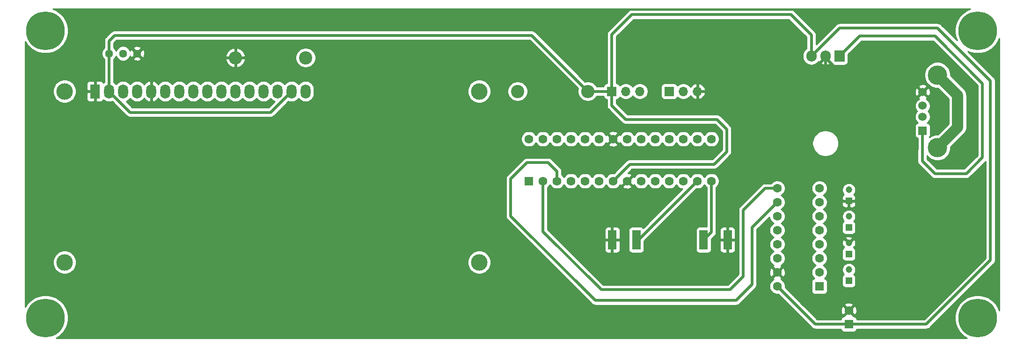
<source format=gbr>
%TF.GenerationSoftware,KiCad,Pcbnew,5.1.10-88a1d61d58~90~ubuntu20.04.1*%
%TF.CreationDate,2022-04-26T10:49:59-05:00*%
%TF.ProjectId,PantallaSerie,50616e74-616c-46c6-9153-657269652e6b,rev?*%
%TF.SameCoordinates,Original*%
%TF.FileFunction,Copper,L2,Bot*%
%TF.FilePolarity,Positive*%
%FSLAX46Y46*%
G04 Gerber Fmt 4.6, Leading zero omitted, Abs format (unit mm)*
G04 Created by KiCad (PCBNEW 5.1.10-88a1d61d58~90~ubuntu20.04.1) date 2022-04-26 10:49:59*
%MOMM*%
%LPD*%
G01*
G04 APERTURE LIST*
%TA.AperFunction,ComponentPad*%
%ADD10R,1.600000X1.600000*%
%TD*%
%TA.AperFunction,ComponentPad*%
%ADD11C,1.600000*%
%TD*%
%TA.AperFunction,ComponentPad*%
%ADD12R,1.200000X1.200000*%
%TD*%
%TA.AperFunction,ComponentPad*%
%ADD13C,1.200000*%
%TD*%
%TA.AperFunction,ComponentPad*%
%ADD14C,0.100000*%
%TD*%
%TA.AperFunction,ComponentPad*%
%ADD15R,1.800000X2.600000*%
%TD*%
%TA.AperFunction,ComponentPad*%
%ADD16O,1.800000X2.600000*%
%TD*%
%TA.AperFunction,ComponentPad*%
%ADD17C,3.000000*%
%TD*%
%TA.AperFunction,ComponentPad*%
%ADD18C,7.000000*%
%TD*%
%TA.AperFunction,ComponentPad*%
%ADD19O,1.905000X2.000000*%
%TD*%
%TA.AperFunction,ComponentPad*%
%ADD20R,1.905000X2.000000*%
%TD*%
%TA.AperFunction,ComponentPad*%
%ADD21O,1.700000X1.700000*%
%TD*%
%TA.AperFunction,ComponentPad*%
%ADD22R,1.700000X1.700000*%
%TD*%
%TA.AperFunction,ComponentPad*%
%ADD23C,1.524000*%
%TD*%
%TA.AperFunction,ComponentPad*%
%ADD24R,1.524000X1.524000*%
%TD*%
%TA.AperFunction,ComponentPad*%
%ADD25C,3.500000*%
%TD*%
%TA.AperFunction,ComponentPad*%
%ADD26O,2.400000X2.400000*%
%TD*%
%TA.AperFunction,ComponentPad*%
%ADD27C,2.400000*%
%TD*%
%TA.AperFunction,ComponentPad*%
%ADD28C,1.440000*%
%TD*%
%TA.AperFunction,Conductor*%
%ADD29C,0.500000*%
%TD*%
%TA.AperFunction,Conductor*%
%ADD30C,2.000000*%
%TD*%
%TA.AperFunction,Conductor*%
%ADD31C,0.254000*%
%TD*%
%TA.AperFunction,Conductor*%
%ADD32C,0.100000*%
%TD*%
G04 APERTURE END LIST*
D10*
%TO.P,U1,1*%
%TO.N,Net-(C1-Pad1)*%
X211404200Y-127381000D03*
D11*
%TO.P,U1,2*%
%TO.N,Net-(C2-Pad1)*%
X211404200Y-124841000D03*
%TO.P,U1,3*%
%TO.N,Net-(C1-Pad2)*%
X211404200Y-122301000D03*
%TO.P,U1,4*%
%TO.N,Net-(C4-Pad1)*%
X211404200Y-119761000D03*
%TO.P,U1,5*%
%TO.N,Net-(C4-Pad2)*%
X211404200Y-117221000D03*
%TO.P,U1,6*%
%TO.N,Net-(C3-Pad2)*%
X211404200Y-114681000D03*
%TO.P,U1,7*%
%TO.N,Net-(J1-Pad3)*%
X211404200Y-112141000D03*
%TO.P,U1,10*%
%TO.N,Net-(U1-Pad10)*%
X203784200Y-112141000D03*
%TO.P,U1,11*%
%TO.N,Net-(U1-Pad11)*%
X203784200Y-114681000D03*
%TO.P,U1,12*%
%TO.N,Net-(U1-Pad12)*%
X203784200Y-117221000D03*
%TO.P,U1,13*%
%TO.N,Net-(U1-Pad13)*%
X203784200Y-119761000D03*
%TO.P,U1,14*%
%TO.N,Net-(U1-Pad14)*%
X203784200Y-122301000D03*
%TO.P,U1,15*%
%TO.N,GND*%
X203784200Y-124841000D03*
%TO.P,U1,16*%
%TO.N,+5V*%
X203784200Y-127381000D03*
%TO.P,U1,8*%
%TO.N,Net-(J1-Pad2)*%
X211404200Y-109601000D03*
%TO.P,U1,9*%
%TO.N,Net-(U1-Pad9)*%
X203784200Y-109601000D03*
%TD*%
D12*
%TO.P,C2,1*%
%TO.N,Net-(C2-Pad1)*%
X216738200Y-121539000D03*
D13*
%TO.P,C2,2*%
%TO.N,GND*%
X216738200Y-119539000D03*
%TD*%
D11*
%TO.P,C5,2*%
%TO.N,GND*%
X216738200Y-131739000D03*
D10*
%TO.P,C5,1*%
%TO.N,+5V*%
X216738200Y-134239000D03*
%TD*%
D13*
%TO.P,C3,2*%
%TO.N,Net-(C3-Pad2)*%
X216738200Y-109887000D03*
D12*
%TO.P,C3,1*%
%TO.N,GND*%
X216738200Y-111887000D03*
%TD*%
D13*
%TO.P,C4,2*%
%TO.N,Net-(C4-Pad2)*%
X216738200Y-114713000D03*
D12*
%TO.P,C4,1*%
%TO.N,Net-(C4-Pad1)*%
X216738200Y-116713000D03*
%TD*%
%TO.P,C1,1*%
%TO.N,Net-(C1-Pad1)*%
X216738200Y-126365000D03*
D13*
%TO.P,C1,2*%
%TO.N,Net-(C1-Pad2)*%
X216738200Y-124365000D03*
%TD*%
%TA.AperFunction,ComponentPad*%
D14*
%TO.P,SW1,1*%
%TO.N,Net-(SW1-Pad1)*%
G36*
X177536600Y-117198200D02*
G01*
X179060600Y-117198200D01*
X179060600Y-120698200D01*
X177536600Y-120698200D01*
X177536600Y-117198200D01*
G37*
%TD.AperFunction*%
%TA.AperFunction,ComponentPad*%
%TO.P,SW1,2*%
%TO.N,GND*%
G36*
X173186600Y-117198200D02*
G01*
X174710600Y-117198200D01*
X174710600Y-120698200D01*
X173186600Y-120698200D01*
X173186600Y-117198200D01*
G37*
%TD.AperFunction*%
%TD*%
%TA.AperFunction,ComponentPad*%
%TO.P,SW2,1*%
%TO.N,Net-(SW2-Pad1)*%
G36*
X191220600Y-120698200D02*
G01*
X189696600Y-120698200D01*
X189696600Y-117198200D01*
X191220600Y-117198200D01*
X191220600Y-120698200D01*
G37*
%TD.AperFunction*%
%TA.AperFunction,ComponentPad*%
%TO.P,SW2,2*%
%TO.N,GND*%
G36*
X195570600Y-120698200D02*
G01*
X194046600Y-120698200D01*
X194046600Y-117198200D01*
X195570600Y-117198200D01*
X195570600Y-120698200D01*
G37*
%TD.AperFunction*%
%TD*%
D15*
%TO.P,U3,1*%
%TO.N,GND*%
X80365600Y-92024200D03*
D16*
%TO.P,U3,2*%
%TO.N,+5V*%
X82905600Y-92024200D03*
%TO.P,U3,3*%
%TO.N,Net-(R_POT_TRIM1-Pad2)*%
X85445600Y-92024200D03*
%TO.P,U3,4*%
%TO.N,Net-(U2-Pad4)*%
X87985600Y-92024200D03*
%TO.P,U3,5*%
%TO.N,GND*%
X90525600Y-92024200D03*
%TO.P,U3,6*%
%TO.N,Net-(U2-Pad5)*%
X93065600Y-92024200D03*
%TO.P,U3,7*%
%TO.N,Net-(U3-Pad7)*%
X95605600Y-92024200D03*
%TO.P,U3,8*%
%TO.N,Net-(U3-Pad8)*%
X98145600Y-92024200D03*
%TO.P,U3,9*%
%TO.N,Net-(U3-Pad9)*%
X100685600Y-92024200D03*
%TO.P,U3,10*%
%TO.N,Net-(U3-Pad10)*%
X103225600Y-92024200D03*
%TO.P,U3,11*%
%TO.N,Net-(U2-Pad6)*%
X105765600Y-92024200D03*
%TO.P,U3,12*%
%TO.N,Net-(U2-Pad28)*%
X108305600Y-92024200D03*
%TO.P,U3,13*%
%TO.N,Net-(U2-Pad27)*%
X110845600Y-92024200D03*
%TO.P,U3,14*%
%TO.N,Net-(U2-Pad26)*%
X113385600Y-92024200D03*
%TO.P,U3,15*%
%TO.N,+5V*%
X115925600Y-92024200D03*
%TO.P,U3,16*%
%TO.N,Net-(R2-Pad1)*%
X118465600Y-92024200D03*
D17*
%TO.P,U3,*%
%TO.N,*%
X74866500Y-92024200D03*
X74866500Y-123024900D03*
X149865080Y-123024900D03*
X149865600Y-92024200D03*
%TD*%
D18*
%TO.P,REF\u002A\u002A,1*%
%TO.N,N/C*%
X240030000Y-133096000D03*
%TD*%
%TO.P,REF\u002A\u002A,1*%
%TO.N,N/C*%
X240030000Y-81026000D03*
%TD*%
%TO.P,REF\u002A\u002A,1*%
%TO.N,N/C*%
X71374000Y-133096000D03*
%TD*%
%TO.P,REF\u002A\u002A,1*%
%TO.N,N/C*%
X71374000Y-81026000D03*
%TD*%
D19*
%TO.P,U4,3*%
%TO.N,+5V*%
X209956400Y-85648800D03*
%TO.P,U4,2*%
%TO.N,GND*%
X212496400Y-85648800D03*
D20*
%TO.P,U4,1*%
%TO.N,+12V*%
X215036400Y-85648800D03*
%TD*%
D21*
%TO.P,J3,3*%
%TO.N,GND*%
X189331600Y-92024200D03*
%TO.P,J3,2*%
%TO.N,Net-(J3-Pad2)*%
X186791600Y-92024200D03*
D22*
%TO.P,J3,1*%
%TO.N,Net-(J3-Pad1)*%
X184251600Y-92024200D03*
%TD*%
D21*
%TO.P,J2,3*%
%TO.N,Net-(J2-Pad3)*%
X178917600Y-92024200D03*
%TO.P,J2,2*%
%TO.N,Net-(J2-Pad2)*%
X176377600Y-92024200D03*
D22*
%TO.P,J2,1*%
%TO.N,+5V*%
X173837600Y-92024200D03*
%TD*%
D23*
%TO.P,J1,4*%
%TO.N,GND*%
X230073200Y-92136200D03*
%TO.P,J1,3*%
%TO.N,Net-(J1-Pad3)*%
X230073200Y-94636200D03*
%TO.P,J1,2*%
%TO.N,Net-(J1-Pad2)*%
X230073200Y-96636200D03*
D24*
%TO.P,J1,1*%
%TO.N,+12V*%
X230073200Y-99136200D03*
D25*
%TO.P,J1,5*%
%TO.N,HT*%
X232783200Y-102206200D03*
X232783200Y-89066200D03*
%TD*%
D26*
%TO.P,R1,2*%
%TO.N,+5V*%
X169519600Y-92024200D03*
D27*
%TO.P,R1,1*%
%TO.N,Net-(J2-Pad2)*%
X156819600Y-92024200D03*
%TD*%
%TO.P,R2,1*%
%TO.N,Net-(R2-Pad1)*%
X118465600Y-85928200D03*
D26*
%TO.P,R2,2*%
%TO.N,GND*%
X105765600Y-85928200D03*
%TD*%
D28*
%TO.P,R_POT_TRIM1,1*%
%TO.N,+5V*%
X82905600Y-85166200D03*
%TO.P,R_POT_TRIM1,2*%
%TO.N,Net-(R_POT_TRIM1-Pad2)*%
X85445600Y-85166200D03*
%TO.P,R_POT_TRIM1,3*%
%TO.N,GND*%
X87985600Y-85166200D03*
%TD*%
D10*
%TO.P,U2,1*%
%TO.N,Net-(J2-Pad2)*%
X158851600Y-108280200D03*
D11*
%TO.P,U2,2*%
%TO.N,Net-(U1-Pad9)*%
X161391600Y-108280200D03*
%TO.P,U2,3*%
%TO.N,Net-(U1-Pad10)*%
X163931600Y-108280200D03*
%TO.P,U2,4*%
%TO.N,Net-(U2-Pad4)*%
X166471600Y-108280200D03*
%TO.P,U2,5*%
%TO.N,Net-(U2-Pad5)*%
X169011600Y-108280200D03*
%TO.P,U2,6*%
%TO.N,Net-(U2-Pad6)*%
X171551600Y-108280200D03*
%TO.P,U2,7*%
%TO.N,+5V*%
X174091600Y-108280200D03*
%TO.P,U2,8*%
%TO.N,GND*%
X176631600Y-108280200D03*
%TO.P,U2,9*%
%TO.N,Net-(U2-Pad9)*%
X179171600Y-108280200D03*
%TO.P,U2,10*%
%TO.N,Net-(U2-Pad10)*%
X181711600Y-108280200D03*
%TO.P,U2,11*%
%TO.N,Net-(U2-Pad11)*%
X184251600Y-108280200D03*
%TO.P,U2,12*%
%TO.N,Net-(U2-Pad12)*%
X186791600Y-108280200D03*
%TO.P,U2,13*%
%TO.N,Net-(SW1-Pad1)*%
X189331600Y-108280200D03*
%TO.P,U2,14*%
%TO.N,Net-(SW2-Pad1)*%
X191871600Y-108280200D03*
%TO.P,U2,15*%
%TO.N,Net-(U2-Pad15)*%
X191871600Y-100660200D03*
%TO.P,U2,16*%
%TO.N,Net-(U2-Pad16)*%
X189331600Y-100660200D03*
%TO.P,U2,17*%
%TO.N,Net-(J3-Pad2)*%
X186791600Y-100660200D03*
%TO.P,U2,18*%
%TO.N,Net-(J3-Pad1)*%
X184251600Y-100660200D03*
%TO.P,U2,19*%
%TO.N,Net-(J2-Pad3)*%
X181711600Y-100660200D03*
%TO.P,U2,20*%
%TO.N,Net-(U2-Pad20)*%
X179171600Y-100660200D03*
%TO.P,U2,21*%
%TO.N,Net-(U2-Pad21)*%
X176631600Y-100660200D03*
%TO.P,U2,22*%
%TO.N,GND*%
X174091600Y-100660200D03*
%TO.P,U2,23*%
%TO.N,Net-(U2-Pad23)*%
X171551600Y-100660200D03*
%TO.P,U2,24*%
%TO.N,Net-(U2-Pad24)*%
X169011600Y-100660200D03*
%TO.P,U2,25*%
%TO.N,Net-(U2-Pad25)*%
X166471600Y-100660200D03*
%TO.P,U2,26*%
%TO.N,Net-(U2-Pad26)*%
X163931600Y-100660200D03*
%TO.P,U2,27*%
%TO.N,Net-(U2-Pad27)*%
X161391600Y-100660200D03*
%TO.P,U2,28*%
%TO.N,Net-(U2-Pad28)*%
X158851600Y-100660200D03*
%TD*%
D29*
%TO.N,GND*%
X194808600Y-115992400D02*
X194808600Y-118948200D01*
X196494400Y-118948200D02*
X194808600Y-118948200D01*
X192786000Y-118948200D02*
X194808600Y-118948200D01*
X194808600Y-118948200D02*
X194808600Y-121700800D01*
X173948600Y-116316000D02*
X173948600Y-118948200D01*
X173948600Y-118948200D02*
X175691800Y-118948200D01*
X173948600Y-118948200D02*
X173948600Y-121529600D01*
X173948600Y-118948200D02*
X172415200Y-118948200D01*
X212496400Y-85648800D02*
X212496400Y-85699600D01*
X212496400Y-85871302D02*
X211220302Y-87147400D01*
X212496400Y-85699600D02*
X212496400Y-85871302D01*
X212496400Y-85648800D02*
X212496400Y-85979000D01*
X212496400Y-85979000D02*
X213766400Y-87249000D01*
%TO.N,+5V*%
X169519600Y-92024200D02*
X173837600Y-92024200D01*
X173837600Y-92024200D02*
X173837600Y-94564200D01*
X173837600Y-94564200D02*
X176377600Y-97104200D01*
X176377600Y-97104200D02*
X192887600Y-97104200D01*
X192887600Y-97104200D02*
X194665600Y-98882200D01*
X194665600Y-98882200D02*
X194665600Y-102946200D01*
X194665600Y-102946200D02*
X192379600Y-105232200D01*
X177139600Y-105232200D02*
X174091600Y-108280200D01*
X192379600Y-105232200D02*
X177139600Y-105232200D01*
X82905600Y-85166200D02*
X82905600Y-92024200D01*
X82905600Y-85166200D02*
X82905600Y-82880200D01*
X82905600Y-82880200D02*
X83921600Y-81864200D01*
X159359600Y-81864200D02*
X169519600Y-92024200D01*
X115925600Y-92024200D02*
X115925600Y-92786200D01*
X83921600Y-81864200D02*
X159359600Y-81864200D01*
X115925600Y-92024200D02*
X112115600Y-95834200D01*
X86715600Y-95834200D02*
X82905600Y-92024200D01*
X112115600Y-95834200D02*
X86715600Y-95834200D01*
X216738200Y-134239000D02*
X210642200Y-134239000D01*
X210642200Y-134239000D02*
X203784200Y-127381000D01*
X209956400Y-85648800D02*
X209956400Y-81813400D01*
X209956400Y-81813400D02*
X206248000Y-78105000D01*
X206248000Y-78105000D02*
X177444400Y-78105000D01*
X173837600Y-81711800D02*
X173837600Y-92024200D01*
X177444400Y-78105000D02*
X173837600Y-81711800D01*
X209956400Y-85648800D02*
X215061800Y-80543400D01*
X215061800Y-80543400D02*
X232791000Y-80543400D01*
X232791000Y-80543400D02*
X242341400Y-90093800D01*
X242341400Y-90093800D02*
X242341400Y-122656600D01*
X230759000Y-134239000D02*
X216738200Y-134239000D01*
X242341400Y-122656600D02*
X230759000Y-134239000D01*
%TO.N,+12V*%
X230073200Y-102752202D02*
X230022400Y-102803002D01*
X230073200Y-99136200D02*
X230073200Y-102752202D01*
X230022400Y-102803002D02*
X230022400Y-104673400D01*
X230022400Y-104673400D02*
X232308400Y-106959400D01*
X232308400Y-106959400D02*
X237972600Y-106959400D01*
X237972600Y-106959400D02*
X240919000Y-104013000D01*
X240919000Y-104013000D02*
X240919000Y-90601800D01*
X240919000Y-90601800D02*
X232333800Y-82016600D01*
X218668600Y-82016600D02*
X215036400Y-85648800D01*
X232333800Y-82016600D02*
X218668600Y-82016600D01*
%TO.N,Net-(SW1-Pad1)*%
X178663600Y-118948200D02*
X178298600Y-118948200D01*
X189331600Y-108280200D02*
X178663600Y-118948200D01*
%TO.N,Net-(SW2-Pad1)*%
X191871600Y-117535200D02*
X190458600Y-118948200D01*
X191871600Y-108280200D02*
X191871600Y-117535200D01*
%TO.N,Net-(U1-Pad10)*%
X203784200Y-112141000D02*
X199212200Y-116713000D01*
X199212200Y-116713000D02*
X199212200Y-127050800D01*
X199212200Y-127050800D02*
X196342000Y-129921000D01*
X196342000Y-129921000D02*
X170840400Y-129921000D01*
X170840400Y-129921000D02*
X155549600Y-114630200D01*
X155549600Y-114630200D02*
X155549600Y-107899200D01*
X155549600Y-107899200D02*
X158496000Y-104952800D01*
X158496000Y-104952800D02*
X162331400Y-104952800D01*
X163931600Y-106553000D02*
X163931600Y-108280200D01*
X162331400Y-104952800D02*
X163931600Y-106553000D01*
%TO.N,Net-(U1-Pad9)*%
X203784200Y-109601000D02*
X201599800Y-109601000D01*
X201599800Y-109601000D02*
X197637400Y-113563400D01*
X197637400Y-113563400D02*
X197637400Y-125577600D01*
X197637400Y-125577600D02*
X195224400Y-127990600D01*
X195224400Y-127990600D02*
X171932600Y-127990600D01*
X161391600Y-117449600D02*
X161391600Y-108280200D01*
X171932600Y-127990600D02*
X161391600Y-117449600D01*
D30*
%TO.N,HT*%
X232783200Y-89066200D02*
X236423200Y-92706200D01*
X236423200Y-98566200D02*
X232783200Y-102206200D01*
X236423200Y-92706200D02*
X236423200Y-98566200D01*
%TD*%
D31*
%TO.N,GND*%
X238071343Y-77361611D02*
X237394091Y-77814136D01*
X236818136Y-78390091D01*
X236365611Y-79067343D01*
X236053906Y-79819865D01*
X235895000Y-80618738D01*
X235895000Y-81433262D01*
X236053906Y-82232135D01*
X236282014Y-82782835D01*
X233447534Y-79948356D01*
X233419817Y-79914583D01*
X233285059Y-79803989D01*
X233131313Y-79721811D01*
X232964490Y-79671205D01*
X232834477Y-79658400D01*
X232834469Y-79658400D01*
X232791000Y-79654119D01*
X232747531Y-79658400D01*
X215105269Y-79658400D01*
X215061800Y-79654119D01*
X215018331Y-79658400D01*
X215018323Y-79658400D01*
X214903106Y-79669748D01*
X214888309Y-79671205D01*
X214837703Y-79686557D01*
X214721487Y-79721811D01*
X214567741Y-79803989D01*
X214466753Y-79886868D01*
X214466751Y-79886870D01*
X214432983Y-79914583D01*
X214405270Y-79948351D01*
X210841400Y-83512222D01*
X210841400Y-81856869D01*
X210845681Y-81813400D01*
X210841400Y-81769931D01*
X210841400Y-81769923D01*
X210828595Y-81639910D01*
X210797775Y-81538311D01*
X210777989Y-81473086D01*
X210695811Y-81319341D01*
X210612932Y-81218353D01*
X210612930Y-81218351D01*
X210585217Y-81184583D01*
X210551449Y-81156870D01*
X206904534Y-77509956D01*
X206876817Y-77476183D01*
X206742059Y-77365589D01*
X206588313Y-77283411D01*
X206421490Y-77232805D01*
X206291477Y-77220000D01*
X206291469Y-77220000D01*
X206248000Y-77215719D01*
X206204531Y-77220000D01*
X177487865Y-77220000D01*
X177444399Y-77215719D01*
X177400933Y-77220000D01*
X177400923Y-77220000D01*
X177270910Y-77232805D01*
X177104087Y-77283411D01*
X176950341Y-77365589D01*
X176950339Y-77365590D01*
X176950340Y-77365590D01*
X176849353Y-77448468D01*
X176849351Y-77448470D01*
X176815583Y-77476183D01*
X176787870Y-77509951D01*
X173242556Y-81055266D01*
X173208783Y-81082983D01*
X173098189Y-81217742D01*
X173016011Y-81371488D01*
X172998747Y-81428400D01*
X172969781Y-81523887D01*
X172965405Y-81538311D01*
X172952600Y-81668324D01*
X172952600Y-81668331D01*
X172948319Y-81711800D01*
X172952600Y-81755269D01*
X172952601Y-90539575D01*
X172863118Y-90548388D01*
X172743420Y-90584698D01*
X172633106Y-90643663D01*
X172536415Y-90723015D01*
X172457063Y-90819706D01*
X172398098Y-90930020D01*
X172361788Y-91049718D01*
X172352975Y-91139200D01*
X171135198Y-91139200D01*
X170944938Y-90854456D01*
X170689344Y-90598862D01*
X170388799Y-90398044D01*
X170054850Y-90259718D01*
X169700332Y-90189200D01*
X169338868Y-90189200D01*
X169002989Y-90256010D01*
X160016134Y-81269156D01*
X159988417Y-81235383D01*
X159853659Y-81124789D01*
X159699913Y-81042611D01*
X159533090Y-80992005D01*
X159403077Y-80979200D01*
X159403069Y-80979200D01*
X159359600Y-80974919D01*
X159316131Y-80979200D01*
X83965069Y-80979200D01*
X83921600Y-80974919D01*
X83878131Y-80979200D01*
X83878123Y-80979200D01*
X83762906Y-80990548D01*
X83748109Y-80992005D01*
X83697503Y-81007357D01*
X83581287Y-81042611D01*
X83427541Y-81124789D01*
X83427539Y-81124790D01*
X83427540Y-81124790D01*
X83326553Y-81207668D01*
X83326551Y-81207670D01*
X83292783Y-81235383D01*
X83265070Y-81269151D01*
X82310551Y-82223671D01*
X82276784Y-82251383D01*
X82249071Y-82285151D01*
X82249068Y-82285154D01*
X82166190Y-82386141D01*
X82084012Y-82539887D01*
X82033405Y-82706710D01*
X82016319Y-82880200D01*
X82020601Y-82923679D01*
X82020600Y-84134941D01*
X81853103Y-84302438D01*
X81704815Y-84524367D01*
X81602672Y-84770961D01*
X81550600Y-85032744D01*
X81550600Y-85299656D01*
X81602672Y-85561439D01*
X81704815Y-85808033D01*
X81853103Y-86029962D01*
X82020600Y-86197459D01*
X82020601Y-90364757D01*
X81860095Y-90496480D01*
X81855102Y-90480020D01*
X81796137Y-90369706D01*
X81716785Y-90273015D01*
X81620094Y-90193663D01*
X81509780Y-90134698D01*
X81390082Y-90098388D01*
X81265600Y-90086128D01*
X80651350Y-90089200D01*
X80492600Y-90247950D01*
X80492600Y-91897200D01*
X80512600Y-91897200D01*
X80512600Y-92151200D01*
X80492600Y-92151200D01*
X80492600Y-93800450D01*
X80651350Y-93959200D01*
X81265600Y-93962272D01*
X81390082Y-93950012D01*
X81509780Y-93913702D01*
X81620094Y-93854737D01*
X81716785Y-93775385D01*
X81796137Y-93678694D01*
X81855102Y-93568380D01*
X81860095Y-93551920D01*
X82048674Y-93706681D01*
X82315340Y-93849217D01*
X82604688Y-93936990D01*
X82905600Y-93966627D01*
X83206513Y-93936990D01*
X83482954Y-93853132D01*
X86059070Y-96429249D01*
X86086783Y-96463017D01*
X86120551Y-96490730D01*
X86120553Y-96490732D01*
X86221541Y-96573611D01*
X86375286Y-96655789D01*
X86542110Y-96706395D01*
X86672123Y-96719200D01*
X86672131Y-96719200D01*
X86715600Y-96723481D01*
X86759069Y-96719200D01*
X112072131Y-96719200D01*
X112115600Y-96723481D01*
X112159069Y-96719200D01*
X112159077Y-96719200D01*
X112289090Y-96706395D01*
X112455913Y-96655789D01*
X112609659Y-96573611D01*
X112744417Y-96463017D01*
X112772134Y-96429244D01*
X115348247Y-93853132D01*
X115624688Y-93936990D01*
X115925600Y-93966627D01*
X116226513Y-93936990D01*
X116515861Y-93849217D01*
X116782527Y-93706681D01*
X117016261Y-93514861D01*
X117195600Y-93296335D01*
X117374939Y-93514861D01*
X117608674Y-93706681D01*
X117875340Y-93849217D01*
X118164688Y-93936990D01*
X118465600Y-93966627D01*
X118766513Y-93936990D01*
X119055861Y-93849217D01*
X119322527Y-93706681D01*
X119556261Y-93514861D01*
X119748081Y-93281127D01*
X119890617Y-93014461D01*
X119978390Y-92725113D01*
X120000600Y-92499607D01*
X120000600Y-91813921D01*
X147730600Y-91813921D01*
X147730600Y-92234479D01*
X147812647Y-92646956D01*
X147973588Y-93035502D01*
X148207237Y-93385183D01*
X148504617Y-93682563D01*
X148854298Y-93916212D01*
X149242844Y-94077153D01*
X149655321Y-94159200D01*
X150075879Y-94159200D01*
X150488356Y-94077153D01*
X150876902Y-93916212D01*
X151226583Y-93682563D01*
X151523963Y-93385183D01*
X151757612Y-93035502D01*
X151918553Y-92646956D01*
X152000600Y-92234479D01*
X152000600Y-91843468D01*
X154984600Y-91843468D01*
X154984600Y-92204932D01*
X155055118Y-92559450D01*
X155193444Y-92893399D01*
X155394262Y-93193944D01*
X155649856Y-93449538D01*
X155950401Y-93650356D01*
X156284350Y-93788682D01*
X156638868Y-93859200D01*
X157000332Y-93859200D01*
X157354850Y-93788682D01*
X157688799Y-93650356D01*
X157989344Y-93449538D01*
X158244938Y-93193944D01*
X158445756Y-92893399D01*
X158584082Y-92559450D01*
X158654600Y-92204932D01*
X158654600Y-91843468D01*
X158584082Y-91488950D01*
X158445756Y-91155001D01*
X158244938Y-90854456D01*
X157989344Y-90598862D01*
X157688799Y-90398044D01*
X157354850Y-90259718D01*
X157000332Y-90189200D01*
X156638868Y-90189200D01*
X156284350Y-90259718D01*
X155950401Y-90398044D01*
X155649856Y-90598862D01*
X155394262Y-90854456D01*
X155193444Y-91155001D01*
X155055118Y-91488950D01*
X154984600Y-91843468D01*
X152000600Y-91843468D01*
X152000600Y-91813921D01*
X151918553Y-91401444D01*
X151757612Y-91012898D01*
X151523963Y-90663217D01*
X151226583Y-90365837D01*
X150876902Y-90132188D01*
X150488356Y-89971247D01*
X150075879Y-89889200D01*
X149655321Y-89889200D01*
X149242844Y-89971247D01*
X148854298Y-90132188D01*
X148504617Y-90365837D01*
X148207237Y-90663217D01*
X147973588Y-91012898D01*
X147812647Y-91401444D01*
X147730600Y-91813921D01*
X120000600Y-91813921D01*
X120000600Y-91548792D01*
X119978390Y-91323287D01*
X119890617Y-91033939D01*
X119748081Y-90767273D01*
X119556261Y-90533539D01*
X119322526Y-90341719D01*
X119055860Y-90199183D01*
X118766512Y-90111410D01*
X118465600Y-90081773D01*
X118164687Y-90111410D01*
X117875339Y-90199183D01*
X117608673Y-90341719D01*
X117374939Y-90533539D01*
X117195600Y-90752065D01*
X117016261Y-90533539D01*
X116782526Y-90341719D01*
X116515860Y-90199183D01*
X116226512Y-90111410D01*
X115925600Y-90081773D01*
X115624687Y-90111410D01*
X115335339Y-90199183D01*
X115068673Y-90341719D01*
X114834939Y-90533539D01*
X114655600Y-90752065D01*
X114476261Y-90533539D01*
X114242526Y-90341719D01*
X113975860Y-90199183D01*
X113686512Y-90111410D01*
X113385600Y-90081773D01*
X113084687Y-90111410D01*
X112795339Y-90199183D01*
X112528673Y-90341719D01*
X112294939Y-90533539D01*
X112115600Y-90752065D01*
X111936261Y-90533539D01*
X111702526Y-90341719D01*
X111435860Y-90199183D01*
X111146512Y-90111410D01*
X110845600Y-90081773D01*
X110544687Y-90111410D01*
X110255339Y-90199183D01*
X109988673Y-90341719D01*
X109754939Y-90533539D01*
X109575600Y-90752065D01*
X109396261Y-90533539D01*
X109162526Y-90341719D01*
X108895860Y-90199183D01*
X108606512Y-90111410D01*
X108305600Y-90081773D01*
X108004687Y-90111410D01*
X107715339Y-90199183D01*
X107448673Y-90341719D01*
X107214939Y-90533539D01*
X107035600Y-90752065D01*
X106856261Y-90533539D01*
X106622526Y-90341719D01*
X106355860Y-90199183D01*
X106066512Y-90111410D01*
X105765600Y-90081773D01*
X105464687Y-90111410D01*
X105175339Y-90199183D01*
X104908673Y-90341719D01*
X104674939Y-90533539D01*
X104495600Y-90752065D01*
X104316261Y-90533539D01*
X104082526Y-90341719D01*
X103815860Y-90199183D01*
X103526512Y-90111410D01*
X103225600Y-90081773D01*
X102924687Y-90111410D01*
X102635339Y-90199183D01*
X102368673Y-90341719D01*
X102134939Y-90533539D01*
X101955600Y-90752065D01*
X101776261Y-90533539D01*
X101542526Y-90341719D01*
X101275860Y-90199183D01*
X100986512Y-90111410D01*
X100685600Y-90081773D01*
X100384687Y-90111410D01*
X100095339Y-90199183D01*
X99828673Y-90341719D01*
X99594939Y-90533539D01*
X99415600Y-90752065D01*
X99236261Y-90533539D01*
X99002526Y-90341719D01*
X98735860Y-90199183D01*
X98446512Y-90111410D01*
X98145600Y-90081773D01*
X97844687Y-90111410D01*
X97555339Y-90199183D01*
X97288673Y-90341719D01*
X97054939Y-90533539D01*
X96875600Y-90752065D01*
X96696261Y-90533539D01*
X96462526Y-90341719D01*
X96195860Y-90199183D01*
X95906512Y-90111410D01*
X95605600Y-90081773D01*
X95304687Y-90111410D01*
X95015339Y-90199183D01*
X94748673Y-90341719D01*
X94514939Y-90533539D01*
X94335600Y-90752065D01*
X94156261Y-90533539D01*
X93922526Y-90341719D01*
X93655860Y-90199183D01*
X93366512Y-90111410D01*
X93065600Y-90081773D01*
X92764687Y-90111410D01*
X92475339Y-90199183D01*
X92208673Y-90341719D01*
X91974939Y-90533539D01*
X91790819Y-90757892D01*
X91731348Y-90665804D01*
X91521206Y-90448990D01*
X91272804Y-90277338D01*
X90995687Y-90157445D01*
X90890340Y-90133164D01*
X90652600Y-90253822D01*
X90652600Y-91897200D01*
X90672600Y-91897200D01*
X90672600Y-92151200D01*
X90652600Y-92151200D01*
X90652600Y-93794578D01*
X90890340Y-93915236D01*
X90995687Y-93890955D01*
X91272804Y-93771062D01*
X91521206Y-93599410D01*
X91731348Y-93382596D01*
X91790819Y-93290509D01*
X91974939Y-93514861D01*
X92208674Y-93706681D01*
X92475340Y-93849217D01*
X92764688Y-93936990D01*
X93065600Y-93966627D01*
X93366513Y-93936990D01*
X93655861Y-93849217D01*
X93922527Y-93706681D01*
X94156261Y-93514861D01*
X94335600Y-93296335D01*
X94514939Y-93514861D01*
X94748674Y-93706681D01*
X95015340Y-93849217D01*
X95304688Y-93936990D01*
X95605600Y-93966627D01*
X95906513Y-93936990D01*
X96195861Y-93849217D01*
X96462527Y-93706681D01*
X96696261Y-93514861D01*
X96875600Y-93296335D01*
X97054939Y-93514861D01*
X97288674Y-93706681D01*
X97555340Y-93849217D01*
X97844688Y-93936990D01*
X98145600Y-93966627D01*
X98446513Y-93936990D01*
X98735861Y-93849217D01*
X99002527Y-93706681D01*
X99236261Y-93514861D01*
X99415600Y-93296335D01*
X99594939Y-93514861D01*
X99828674Y-93706681D01*
X100095340Y-93849217D01*
X100384688Y-93936990D01*
X100685600Y-93966627D01*
X100986513Y-93936990D01*
X101275861Y-93849217D01*
X101542527Y-93706681D01*
X101776261Y-93514861D01*
X101955600Y-93296335D01*
X102134939Y-93514861D01*
X102368674Y-93706681D01*
X102635340Y-93849217D01*
X102924688Y-93936990D01*
X103225600Y-93966627D01*
X103526513Y-93936990D01*
X103815861Y-93849217D01*
X104082527Y-93706681D01*
X104316261Y-93514861D01*
X104495600Y-93296335D01*
X104674939Y-93514861D01*
X104908674Y-93706681D01*
X105175340Y-93849217D01*
X105464688Y-93936990D01*
X105765600Y-93966627D01*
X106066513Y-93936990D01*
X106355861Y-93849217D01*
X106622527Y-93706681D01*
X106856261Y-93514861D01*
X107035600Y-93296335D01*
X107214939Y-93514861D01*
X107448674Y-93706681D01*
X107715340Y-93849217D01*
X108004688Y-93936990D01*
X108305600Y-93966627D01*
X108606513Y-93936990D01*
X108895861Y-93849217D01*
X109162527Y-93706681D01*
X109396261Y-93514861D01*
X109575600Y-93296335D01*
X109754939Y-93514861D01*
X109988674Y-93706681D01*
X110255340Y-93849217D01*
X110544688Y-93936990D01*
X110845600Y-93966627D01*
X111146513Y-93936990D01*
X111435861Y-93849217D01*
X111702527Y-93706681D01*
X111936261Y-93514861D01*
X112115600Y-93296335D01*
X112294939Y-93514861D01*
X112528674Y-93706681D01*
X112795340Y-93849217D01*
X112836514Y-93861707D01*
X111749022Y-94949200D01*
X87082179Y-94949200D01*
X85994686Y-93861707D01*
X86035861Y-93849217D01*
X86302527Y-93706681D01*
X86536261Y-93514861D01*
X86715600Y-93296335D01*
X86894939Y-93514861D01*
X87128674Y-93706681D01*
X87395340Y-93849217D01*
X87684688Y-93936990D01*
X87985600Y-93966627D01*
X88286513Y-93936990D01*
X88575861Y-93849217D01*
X88842527Y-93706681D01*
X89076261Y-93514861D01*
X89260381Y-93290509D01*
X89319852Y-93382596D01*
X89529994Y-93599410D01*
X89778396Y-93771062D01*
X90055513Y-93890955D01*
X90160860Y-93915236D01*
X90398600Y-93794578D01*
X90398600Y-92151200D01*
X90378600Y-92151200D01*
X90378600Y-91897200D01*
X90398600Y-91897200D01*
X90398600Y-90253822D01*
X90160860Y-90133164D01*
X90055513Y-90157445D01*
X89778396Y-90277338D01*
X89529994Y-90448990D01*
X89319852Y-90665804D01*
X89260381Y-90757891D01*
X89076261Y-90533539D01*
X88842526Y-90341719D01*
X88575860Y-90199183D01*
X88286512Y-90111410D01*
X87985600Y-90081773D01*
X87684687Y-90111410D01*
X87395339Y-90199183D01*
X87128673Y-90341719D01*
X86894939Y-90533539D01*
X86715600Y-90752065D01*
X86536261Y-90533539D01*
X86302526Y-90341719D01*
X86035860Y-90199183D01*
X85746512Y-90111410D01*
X85445600Y-90081773D01*
X85144687Y-90111410D01*
X84855339Y-90199183D01*
X84588673Y-90341719D01*
X84354939Y-90533539D01*
X84175600Y-90752065D01*
X83996261Y-90533539D01*
X83790600Y-90364759D01*
X83790600Y-86197459D01*
X83958097Y-86029962D01*
X84106385Y-85808033D01*
X84175600Y-85640934D01*
X84244815Y-85808033D01*
X84393103Y-86029962D01*
X84581838Y-86218697D01*
X84803767Y-86366985D01*
X85050361Y-86469128D01*
X85312144Y-86521200D01*
X85579056Y-86521200D01*
X85840839Y-86469128D01*
X86087433Y-86366985D01*
X86309362Y-86218697D01*
X86426299Y-86101760D01*
X87229645Y-86101760D01*
X87291532Y-86337568D01*
X87533390Y-86450466D01*
X87792627Y-86514011D01*
X88059280Y-86525761D01*
X88323101Y-86485263D01*
X88573953Y-86394075D01*
X88675108Y-86340005D01*
X103977405Y-86340005D01*
X104049979Y-86579266D01*
X104209961Y-86901457D01*
X104429725Y-87186246D01*
X104700826Y-87422689D01*
X105012846Y-87601700D01*
X105353794Y-87716399D01*
X105638600Y-87600054D01*
X105638600Y-86055200D01*
X105892600Y-86055200D01*
X105892600Y-87600054D01*
X106177406Y-87716399D01*
X106518354Y-87601700D01*
X106830374Y-87422689D01*
X107101475Y-87186246D01*
X107321239Y-86901457D01*
X107481221Y-86579266D01*
X107553795Y-86340005D01*
X107437032Y-86055200D01*
X105892600Y-86055200D01*
X105638600Y-86055200D01*
X104094168Y-86055200D01*
X103977405Y-86340005D01*
X88675108Y-86340005D01*
X88679668Y-86337568D01*
X88741555Y-86101760D01*
X87985600Y-85345805D01*
X87229645Y-86101760D01*
X86426299Y-86101760D01*
X86498097Y-86029962D01*
X86646385Y-85808033D01*
X86716038Y-85639876D01*
X86757725Y-85754553D01*
X86814232Y-85860268D01*
X87050040Y-85922155D01*
X87805995Y-85166200D01*
X88165205Y-85166200D01*
X88921160Y-85922155D01*
X89156968Y-85860268D01*
X89269866Y-85618410D01*
X89294872Y-85516395D01*
X103977405Y-85516395D01*
X104094168Y-85801200D01*
X105638600Y-85801200D01*
X105638600Y-84256346D01*
X105892600Y-84256346D01*
X105892600Y-85801200D01*
X107437032Y-85801200D01*
X107459060Y-85747468D01*
X116630600Y-85747468D01*
X116630600Y-86108932D01*
X116701118Y-86463450D01*
X116839444Y-86797399D01*
X117040262Y-87097944D01*
X117295856Y-87353538D01*
X117596401Y-87554356D01*
X117930350Y-87692682D01*
X118284868Y-87763200D01*
X118646332Y-87763200D01*
X119000850Y-87692682D01*
X119334799Y-87554356D01*
X119635344Y-87353538D01*
X119890938Y-87097944D01*
X120091756Y-86797399D01*
X120230082Y-86463450D01*
X120300600Y-86108932D01*
X120300600Y-85747468D01*
X120230082Y-85392950D01*
X120091756Y-85059001D01*
X119890938Y-84758456D01*
X119635344Y-84502862D01*
X119334799Y-84302044D01*
X119000850Y-84163718D01*
X118646332Y-84093200D01*
X118284868Y-84093200D01*
X117930350Y-84163718D01*
X117596401Y-84302044D01*
X117295856Y-84502862D01*
X117040262Y-84758456D01*
X116839444Y-85059001D01*
X116701118Y-85392950D01*
X116630600Y-85747468D01*
X107459060Y-85747468D01*
X107553795Y-85516395D01*
X107481221Y-85277134D01*
X107321239Y-84954943D01*
X107101475Y-84670154D01*
X106830374Y-84433711D01*
X106518354Y-84254700D01*
X106177406Y-84140001D01*
X105892600Y-84256346D01*
X105638600Y-84256346D01*
X105353794Y-84140001D01*
X105012846Y-84254700D01*
X104700826Y-84433711D01*
X104429725Y-84670154D01*
X104209961Y-84954943D01*
X104049979Y-85277134D01*
X103977405Y-85516395D01*
X89294872Y-85516395D01*
X89333411Y-85359173D01*
X89345161Y-85092520D01*
X89304663Y-84828699D01*
X89213475Y-84577847D01*
X89156968Y-84472132D01*
X88921160Y-84410245D01*
X88165205Y-85166200D01*
X87805995Y-85166200D01*
X87050040Y-84410245D01*
X86814232Y-84472132D01*
X86713836Y-84687207D01*
X86646385Y-84524367D01*
X86498097Y-84302438D01*
X86426299Y-84230640D01*
X87229645Y-84230640D01*
X87985600Y-84986595D01*
X88741555Y-84230640D01*
X88679668Y-83994832D01*
X88437810Y-83881934D01*
X88178573Y-83818389D01*
X87911920Y-83806639D01*
X87648099Y-83847137D01*
X87397247Y-83938325D01*
X87291532Y-83994832D01*
X87229645Y-84230640D01*
X86426299Y-84230640D01*
X86309362Y-84113703D01*
X86087433Y-83965415D01*
X85840839Y-83863272D01*
X85579056Y-83811200D01*
X85312144Y-83811200D01*
X85050361Y-83863272D01*
X84803767Y-83965415D01*
X84581838Y-84113703D01*
X84393103Y-84302438D01*
X84244815Y-84524367D01*
X84175600Y-84691466D01*
X84106385Y-84524367D01*
X83958097Y-84302438D01*
X83790600Y-84134941D01*
X83790600Y-83246778D01*
X84288179Y-82749200D01*
X158993022Y-82749200D01*
X167751410Y-91507589D01*
X167684600Y-91843468D01*
X167684600Y-92204932D01*
X167755118Y-92559450D01*
X167893444Y-92893399D01*
X168094262Y-93193944D01*
X168349856Y-93449538D01*
X168650401Y-93650356D01*
X168984350Y-93788682D01*
X169338868Y-93859200D01*
X169700332Y-93859200D01*
X170054850Y-93788682D01*
X170388799Y-93650356D01*
X170689344Y-93449538D01*
X170944938Y-93193944D01*
X171135198Y-92909200D01*
X172352975Y-92909200D01*
X172361788Y-92998682D01*
X172398098Y-93118380D01*
X172457063Y-93228694D01*
X172536415Y-93325385D01*
X172633106Y-93404737D01*
X172743420Y-93463702D01*
X172863118Y-93500012D01*
X172952601Y-93508825D01*
X172952601Y-94520721D01*
X172948319Y-94564200D01*
X172965405Y-94737690D01*
X173016012Y-94904513D01*
X173098190Y-95058259D01*
X173181068Y-95159246D01*
X173181071Y-95159249D01*
X173208784Y-95193017D01*
X173242551Y-95220729D01*
X175721070Y-97699249D01*
X175748783Y-97733017D01*
X175782551Y-97760730D01*
X175782553Y-97760732D01*
X175811756Y-97784698D01*
X175883541Y-97843611D01*
X176037287Y-97925789D01*
X176204110Y-97976395D01*
X176334123Y-97989200D01*
X176334133Y-97989200D01*
X176377599Y-97993481D01*
X176421065Y-97989200D01*
X192521022Y-97989200D01*
X193780600Y-99248779D01*
X193780601Y-102579620D01*
X192013022Y-104347200D01*
X177183069Y-104347200D01*
X177139600Y-104342919D01*
X177096131Y-104347200D01*
X177096123Y-104347200D01*
X176980906Y-104358548D01*
X176966109Y-104360005D01*
X176915503Y-104375357D01*
X176799287Y-104410611D01*
X176645541Y-104492789D01*
X176575155Y-104550554D01*
X176544553Y-104575668D01*
X176544551Y-104575670D01*
X176510783Y-104603383D01*
X176483070Y-104637151D01*
X174268039Y-106852183D01*
X174232935Y-106845200D01*
X173950265Y-106845200D01*
X173673026Y-106900347D01*
X173411873Y-107008520D01*
X173176841Y-107165563D01*
X172976963Y-107365441D01*
X172821600Y-107597959D01*
X172666237Y-107365441D01*
X172466359Y-107165563D01*
X172231327Y-107008520D01*
X171970174Y-106900347D01*
X171692935Y-106845200D01*
X171410265Y-106845200D01*
X171133026Y-106900347D01*
X170871873Y-107008520D01*
X170636841Y-107165563D01*
X170436963Y-107365441D01*
X170281600Y-107597959D01*
X170126237Y-107365441D01*
X169926359Y-107165563D01*
X169691327Y-107008520D01*
X169430174Y-106900347D01*
X169152935Y-106845200D01*
X168870265Y-106845200D01*
X168593026Y-106900347D01*
X168331873Y-107008520D01*
X168096841Y-107165563D01*
X167896963Y-107365441D01*
X167741600Y-107597959D01*
X167586237Y-107365441D01*
X167386359Y-107165563D01*
X167151327Y-107008520D01*
X166890174Y-106900347D01*
X166612935Y-106845200D01*
X166330265Y-106845200D01*
X166053026Y-106900347D01*
X165791873Y-107008520D01*
X165556841Y-107165563D01*
X165356963Y-107365441D01*
X165201600Y-107597959D01*
X165046237Y-107365441D01*
X164846359Y-107165563D01*
X164816600Y-107145679D01*
X164816600Y-106596469D01*
X164820881Y-106553000D01*
X164816600Y-106509531D01*
X164816600Y-106509523D01*
X164803795Y-106379510D01*
X164755404Y-106219989D01*
X164753189Y-106212686D01*
X164671011Y-106058941D01*
X164588132Y-105957953D01*
X164588130Y-105957951D01*
X164560417Y-105924183D01*
X164526650Y-105896471D01*
X162987934Y-104357756D01*
X162960217Y-104323983D01*
X162825459Y-104213389D01*
X162671713Y-104131211D01*
X162504890Y-104080605D01*
X162374877Y-104067800D01*
X162374869Y-104067800D01*
X162331400Y-104063519D01*
X162287931Y-104067800D01*
X158539469Y-104067800D01*
X158496000Y-104063519D01*
X158452531Y-104067800D01*
X158452523Y-104067800D01*
X158322510Y-104080605D01*
X158155687Y-104131211D01*
X158065641Y-104179341D01*
X158001941Y-104213389D01*
X157900953Y-104296268D01*
X157900951Y-104296270D01*
X157867183Y-104323983D01*
X157839470Y-104357751D01*
X154954551Y-107242671D01*
X154920784Y-107270383D01*
X154893071Y-107304151D01*
X154893068Y-107304154D01*
X154810190Y-107405141D01*
X154728012Y-107558887D01*
X154677405Y-107725710D01*
X154660319Y-107899200D01*
X154664601Y-107942679D01*
X154664600Y-114586731D01*
X154660319Y-114630200D01*
X154664600Y-114673669D01*
X154664600Y-114673676D01*
X154677405Y-114803689D01*
X154728011Y-114970512D01*
X154810189Y-115124258D01*
X154920783Y-115259017D01*
X154954556Y-115286734D01*
X170183870Y-130516049D01*
X170211583Y-130549817D01*
X170245351Y-130577530D01*
X170245353Y-130577532D01*
X170346340Y-130660410D01*
X170346341Y-130660411D01*
X170500087Y-130742589D01*
X170666910Y-130793195D01*
X170796923Y-130806000D01*
X170796931Y-130806000D01*
X170840400Y-130810281D01*
X170883869Y-130806000D01*
X196298531Y-130806000D01*
X196342000Y-130810281D01*
X196385469Y-130806000D01*
X196385477Y-130806000D01*
X196515490Y-130793195D01*
X196682313Y-130742589D01*
X196836059Y-130660411D01*
X196970817Y-130549817D01*
X196998534Y-130516044D01*
X199807249Y-127707330D01*
X199841017Y-127679617D01*
X199903837Y-127603072D01*
X199951611Y-127544859D01*
X200031415Y-127395554D01*
X200033789Y-127391113D01*
X200084395Y-127224290D01*
X200097200Y-127094277D01*
X200097200Y-127094269D01*
X200101481Y-127050800D01*
X200097200Y-127007331D01*
X200097200Y-124911512D01*
X202343983Y-124911512D01*
X202385413Y-125191130D01*
X202480597Y-125457292D01*
X202547529Y-125582514D01*
X202791498Y-125654097D01*
X203604595Y-124841000D01*
X203963805Y-124841000D01*
X204776902Y-125654097D01*
X205020871Y-125582514D01*
X205141771Y-125327004D01*
X205210500Y-125052816D01*
X205224417Y-124770488D01*
X205182987Y-124490870D01*
X205087803Y-124224708D01*
X205020871Y-124099486D01*
X204776902Y-124027903D01*
X203963805Y-124841000D01*
X203604595Y-124841000D01*
X202791498Y-124027903D01*
X202547529Y-124099486D01*
X202426629Y-124354996D01*
X202357900Y-124629184D01*
X202343983Y-124911512D01*
X200097200Y-124911512D01*
X200097200Y-117079578D01*
X202350070Y-114826709D01*
X202404347Y-115099574D01*
X202512520Y-115360727D01*
X202669563Y-115595759D01*
X202869441Y-115795637D01*
X203101959Y-115951000D01*
X202869441Y-116106363D01*
X202669563Y-116306241D01*
X202512520Y-116541273D01*
X202404347Y-116802426D01*
X202349200Y-117079665D01*
X202349200Y-117362335D01*
X202404347Y-117639574D01*
X202512520Y-117900727D01*
X202669563Y-118135759D01*
X202869441Y-118335637D01*
X203101959Y-118491000D01*
X202869441Y-118646363D01*
X202669563Y-118846241D01*
X202512520Y-119081273D01*
X202404347Y-119342426D01*
X202349200Y-119619665D01*
X202349200Y-119902335D01*
X202404347Y-120179574D01*
X202512520Y-120440727D01*
X202669563Y-120675759D01*
X202869441Y-120875637D01*
X203101959Y-121031000D01*
X202869441Y-121186363D01*
X202669563Y-121386241D01*
X202512520Y-121621273D01*
X202404347Y-121882426D01*
X202349200Y-122159665D01*
X202349200Y-122442335D01*
X202404347Y-122719574D01*
X202512520Y-122980727D01*
X202669563Y-123215759D01*
X202869441Y-123415637D01*
X203103328Y-123571915D01*
X203042686Y-123604329D01*
X202971103Y-123848298D01*
X203784200Y-124661395D01*
X204597297Y-123848298D01*
X204525714Y-123604329D01*
X204461208Y-123573806D01*
X204463927Y-123572680D01*
X204698959Y-123415637D01*
X204898837Y-123215759D01*
X205055880Y-122980727D01*
X205164053Y-122719574D01*
X205219200Y-122442335D01*
X205219200Y-122159665D01*
X205164053Y-121882426D01*
X205055880Y-121621273D01*
X204898837Y-121386241D01*
X204698959Y-121186363D01*
X204466441Y-121031000D01*
X204698959Y-120875637D01*
X204898837Y-120675759D01*
X205055880Y-120440727D01*
X205164053Y-120179574D01*
X205219200Y-119902335D01*
X205219200Y-119619665D01*
X205164053Y-119342426D01*
X205055880Y-119081273D01*
X204898837Y-118846241D01*
X204698959Y-118646363D01*
X204466441Y-118491000D01*
X204698959Y-118335637D01*
X204898837Y-118135759D01*
X205055880Y-117900727D01*
X205164053Y-117639574D01*
X205219200Y-117362335D01*
X205219200Y-117079665D01*
X205164053Y-116802426D01*
X205055880Y-116541273D01*
X204898837Y-116306241D01*
X204698959Y-116106363D01*
X204466441Y-115951000D01*
X204698959Y-115795637D01*
X204898837Y-115595759D01*
X205055880Y-115360727D01*
X205164053Y-115099574D01*
X205219200Y-114822335D01*
X205219200Y-114539665D01*
X205164053Y-114262426D01*
X205055880Y-114001273D01*
X204898837Y-113766241D01*
X204698959Y-113566363D01*
X204466441Y-113411000D01*
X204698959Y-113255637D01*
X204898837Y-113055759D01*
X205055880Y-112820727D01*
X205164053Y-112559574D01*
X205219200Y-112282335D01*
X205219200Y-111999665D01*
X205164053Y-111722426D01*
X205055880Y-111461273D01*
X204898837Y-111226241D01*
X204698959Y-111026363D01*
X204466441Y-110871000D01*
X204698959Y-110715637D01*
X204898837Y-110515759D01*
X205055880Y-110280727D01*
X205164053Y-110019574D01*
X205219200Y-109742335D01*
X205219200Y-109459665D01*
X205164053Y-109182426D01*
X205055880Y-108921273D01*
X204898837Y-108686241D01*
X204698959Y-108486363D01*
X204463927Y-108329320D01*
X204202774Y-108221147D01*
X203925535Y-108166000D01*
X203642865Y-108166000D01*
X203365626Y-108221147D01*
X203104473Y-108329320D01*
X202869441Y-108486363D01*
X202669563Y-108686241D01*
X202649679Y-108716000D01*
X201643269Y-108716000D01*
X201599800Y-108711719D01*
X201556331Y-108716000D01*
X201556323Y-108716000D01*
X201426310Y-108728805D01*
X201259487Y-108779411D01*
X201105741Y-108861589D01*
X201004753Y-108944468D01*
X201004751Y-108944470D01*
X200970983Y-108972183D01*
X200943270Y-109005951D01*
X197042356Y-112906866D01*
X197008583Y-112934583D01*
X196897989Y-113069342D01*
X196815811Y-113223088D01*
X196765205Y-113389911D01*
X196752400Y-113519924D01*
X196752400Y-113519931D01*
X196748119Y-113563400D01*
X196752400Y-113606869D01*
X196752401Y-125211020D01*
X194857822Y-127105600D01*
X172299179Y-127105600D01*
X162391779Y-117198200D01*
X172548528Y-117198200D01*
X172548528Y-120698200D01*
X172560788Y-120822682D01*
X172597098Y-120942380D01*
X172656063Y-121052694D01*
X172735415Y-121149385D01*
X172832106Y-121228737D01*
X172942420Y-121287702D01*
X173062118Y-121324012D01*
X173186600Y-121336272D01*
X174710600Y-121336272D01*
X174835082Y-121324012D01*
X174954780Y-121287702D01*
X175065094Y-121228737D01*
X175161785Y-121149385D01*
X175241137Y-121052694D01*
X175300102Y-120942380D01*
X175336412Y-120822682D01*
X175348672Y-120698200D01*
X175348672Y-117198200D01*
X175336412Y-117073718D01*
X175300102Y-116954020D01*
X175241137Y-116843706D01*
X175161785Y-116747015D01*
X175065094Y-116667663D01*
X174954780Y-116608698D01*
X174835082Y-116572388D01*
X174710600Y-116560128D01*
X173186600Y-116560128D01*
X173062118Y-116572388D01*
X172942420Y-116608698D01*
X172832106Y-116667663D01*
X172735415Y-116747015D01*
X172656063Y-116843706D01*
X172597098Y-116954020D01*
X172560788Y-117073718D01*
X172548528Y-117198200D01*
X162391779Y-117198200D01*
X162276600Y-117083022D01*
X162276600Y-109414721D01*
X162306359Y-109394837D01*
X162506237Y-109194959D01*
X162661600Y-108962441D01*
X162816963Y-109194959D01*
X163016841Y-109394837D01*
X163251873Y-109551880D01*
X163513026Y-109660053D01*
X163790265Y-109715200D01*
X164072935Y-109715200D01*
X164350174Y-109660053D01*
X164611327Y-109551880D01*
X164846359Y-109394837D01*
X165046237Y-109194959D01*
X165201600Y-108962441D01*
X165356963Y-109194959D01*
X165556841Y-109394837D01*
X165791873Y-109551880D01*
X166053026Y-109660053D01*
X166330265Y-109715200D01*
X166612935Y-109715200D01*
X166890174Y-109660053D01*
X167151327Y-109551880D01*
X167386359Y-109394837D01*
X167586237Y-109194959D01*
X167741600Y-108962441D01*
X167896963Y-109194959D01*
X168096841Y-109394837D01*
X168331873Y-109551880D01*
X168593026Y-109660053D01*
X168870265Y-109715200D01*
X169152935Y-109715200D01*
X169430174Y-109660053D01*
X169691327Y-109551880D01*
X169926359Y-109394837D01*
X170126237Y-109194959D01*
X170281600Y-108962441D01*
X170436963Y-109194959D01*
X170636841Y-109394837D01*
X170871873Y-109551880D01*
X171133026Y-109660053D01*
X171410265Y-109715200D01*
X171692935Y-109715200D01*
X171970174Y-109660053D01*
X172231327Y-109551880D01*
X172466359Y-109394837D01*
X172666237Y-109194959D01*
X172821600Y-108962441D01*
X172976963Y-109194959D01*
X173176841Y-109394837D01*
X173411873Y-109551880D01*
X173673026Y-109660053D01*
X173950265Y-109715200D01*
X174232935Y-109715200D01*
X174510174Y-109660053D01*
X174771327Y-109551880D01*
X175006359Y-109394837D01*
X175128294Y-109272902D01*
X175818503Y-109272902D01*
X175890086Y-109516871D01*
X176145596Y-109637771D01*
X176419784Y-109706500D01*
X176702112Y-109720417D01*
X176981730Y-109678987D01*
X177247892Y-109583803D01*
X177373114Y-109516871D01*
X177444697Y-109272902D01*
X176631600Y-108459805D01*
X175818503Y-109272902D01*
X175128294Y-109272902D01*
X175206237Y-109194959D01*
X175362515Y-108961072D01*
X175394929Y-109021714D01*
X175638898Y-109093297D01*
X176451995Y-108280200D01*
X176811205Y-108280200D01*
X177624302Y-109093297D01*
X177868271Y-109021714D01*
X177898794Y-108957208D01*
X177899920Y-108959927D01*
X178056963Y-109194959D01*
X178256841Y-109394837D01*
X178491873Y-109551880D01*
X178753026Y-109660053D01*
X179030265Y-109715200D01*
X179312935Y-109715200D01*
X179590174Y-109660053D01*
X179851327Y-109551880D01*
X180086359Y-109394837D01*
X180286237Y-109194959D01*
X180441600Y-108962441D01*
X180596963Y-109194959D01*
X180796841Y-109394837D01*
X181031873Y-109551880D01*
X181293026Y-109660053D01*
X181570265Y-109715200D01*
X181852935Y-109715200D01*
X182130174Y-109660053D01*
X182391327Y-109551880D01*
X182626359Y-109394837D01*
X182826237Y-109194959D01*
X182981600Y-108962441D01*
X183136963Y-109194959D01*
X183336841Y-109394837D01*
X183571873Y-109551880D01*
X183833026Y-109660053D01*
X184110265Y-109715200D01*
X184392935Y-109715200D01*
X184670174Y-109660053D01*
X184931327Y-109551880D01*
X185166359Y-109394837D01*
X185366237Y-109194959D01*
X185521600Y-108962441D01*
X185676963Y-109194959D01*
X185876841Y-109394837D01*
X186111873Y-109551880D01*
X186373026Y-109660053D01*
X186645891Y-109714330D01*
X179557501Y-116802721D01*
X179511785Y-116747015D01*
X179415094Y-116667663D01*
X179304780Y-116608698D01*
X179185082Y-116572388D01*
X179060600Y-116560128D01*
X177536600Y-116560128D01*
X177412118Y-116572388D01*
X177292420Y-116608698D01*
X177182106Y-116667663D01*
X177085415Y-116747015D01*
X177006063Y-116843706D01*
X176947098Y-116954020D01*
X176910788Y-117073718D01*
X176898528Y-117198200D01*
X176898528Y-120698200D01*
X176910788Y-120822682D01*
X176947098Y-120942380D01*
X177006063Y-121052694D01*
X177085415Y-121149385D01*
X177182106Y-121228737D01*
X177292420Y-121287702D01*
X177412118Y-121324012D01*
X177536600Y-121336272D01*
X179060600Y-121336272D01*
X179185082Y-121324012D01*
X179304780Y-121287702D01*
X179415094Y-121228737D01*
X179511785Y-121149385D01*
X179591137Y-121052694D01*
X179650102Y-120942380D01*
X179686412Y-120822682D01*
X179698672Y-120698200D01*
X179698672Y-119164706D01*
X189155162Y-109708217D01*
X189190265Y-109715200D01*
X189472935Y-109715200D01*
X189750174Y-109660053D01*
X190011327Y-109551880D01*
X190246359Y-109394837D01*
X190446237Y-109194959D01*
X190601600Y-108962441D01*
X190756963Y-109194959D01*
X190956841Y-109394837D01*
X190986600Y-109414721D01*
X190986601Y-116560128D01*
X189696600Y-116560128D01*
X189572118Y-116572388D01*
X189452420Y-116608698D01*
X189342106Y-116667663D01*
X189245415Y-116747015D01*
X189166063Y-116843706D01*
X189107098Y-116954020D01*
X189070788Y-117073718D01*
X189058528Y-117198200D01*
X189058528Y-120698200D01*
X189070788Y-120822682D01*
X189107098Y-120942380D01*
X189166063Y-121052694D01*
X189245415Y-121149385D01*
X189342106Y-121228737D01*
X189452420Y-121287702D01*
X189572118Y-121324012D01*
X189696600Y-121336272D01*
X191220600Y-121336272D01*
X191345082Y-121324012D01*
X191464780Y-121287702D01*
X191575094Y-121228737D01*
X191671785Y-121149385D01*
X191751137Y-121052694D01*
X191810102Y-120942380D01*
X191846412Y-120822682D01*
X191858672Y-120698200D01*
X191858672Y-118799707D01*
X192466649Y-118191730D01*
X192500417Y-118164017D01*
X192611011Y-118029259D01*
X192693189Y-117875513D01*
X192743795Y-117708690D01*
X192756600Y-117578677D01*
X192756600Y-117578669D01*
X192760881Y-117535200D01*
X192756600Y-117491731D01*
X192756600Y-117198200D01*
X193408528Y-117198200D01*
X193408528Y-120698200D01*
X193420788Y-120822682D01*
X193457098Y-120942380D01*
X193516063Y-121052694D01*
X193595415Y-121149385D01*
X193692106Y-121228737D01*
X193802420Y-121287702D01*
X193922118Y-121324012D01*
X194046600Y-121336272D01*
X195570600Y-121336272D01*
X195695082Y-121324012D01*
X195814780Y-121287702D01*
X195925094Y-121228737D01*
X196021785Y-121149385D01*
X196101137Y-121052694D01*
X196160102Y-120942380D01*
X196196412Y-120822682D01*
X196208672Y-120698200D01*
X196208672Y-117198200D01*
X196196412Y-117073718D01*
X196160102Y-116954020D01*
X196101137Y-116843706D01*
X196021785Y-116747015D01*
X195925094Y-116667663D01*
X195814780Y-116608698D01*
X195695082Y-116572388D01*
X195570600Y-116560128D01*
X194046600Y-116560128D01*
X193922118Y-116572388D01*
X193802420Y-116608698D01*
X193692106Y-116667663D01*
X193595415Y-116747015D01*
X193516063Y-116843706D01*
X193457098Y-116954020D01*
X193420788Y-117073718D01*
X193408528Y-117198200D01*
X192756600Y-117198200D01*
X192756600Y-109414721D01*
X192786359Y-109394837D01*
X192986237Y-109194959D01*
X193143280Y-108959927D01*
X193251453Y-108698774D01*
X193306600Y-108421535D01*
X193306600Y-108138865D01*
X193251453Y-107861626D01*
X193143280Y-107600473D01*
X192986237Y-107365441D01*
X192786359Y-107165563D01*
X192551327Y-107008520D01*
X192290174Y-106900347D01*
X192012935Y-106845200D01*
X191730265Y-106845200D01*
X191453026Y-106900347D01*
X191191873Y-107008520D01*
X190956841Y-107165563D01*
X190756963Y-107365441D01*
X190601600Y-107597959D01*
X190446237Y-107365441D01*
X190246359Y-107165563D01*
X190011327Y-107008520D01*
X189750174Y-106900347D01*
X189472935Y-106845200D01*
X189190265Y-106845200D01*
X188913026Y-106900347D01*
X188651873Y-107008520D01*
X188416841Y-107165563D01*
X188216963Y-107365441D01*
X188061600Y-107597959D01*
X187906237Y-107365441D01*
X187706359Y-107165563D01*
X187471327Y-107008520D01*
X187210174Y-106900347D01*
X186932935Y-106845200D01*
X186650265Y-106845200D01*
X186373026Y-106900347D01*
X186111873Y-107008520D01*
X185876841Y-107165563D01*
X185676963Y-107365441D01*
X185521600Y-107597959D01*
X185366237Y-107365441D01*
X185166359Y-107165563D01*
X184931327Y-107008520D01*
X184670174Y-106900347D01*
X184392935Y-106845200D01*
X184110265Y-106845200D01*
X183833026Y-106900347D01*
X183571873Y-107008520D01*
X183336841Y-107165563D01*
X183136963Y-107365441D01*
X182981600Y-107597959D01*
X182826237Y-107365441D01*
X182626359Y-107165563D01*
X182391327Y-107008520D01*
X182130174Y-106900347D01*
X181852935Y-106845200D01*
X181570265Y-106845200D01*
X181293026Y-106900347D01*
X181031873Y-107008520D01*
X180796841Y-107165563D01*
X180596963Y-107365441D01*
X180441600Y-107597959D01*
X180286237Y-107365441D01*
X180086359Y-107165563D01*
X179851327Y-107008520D01*
X179590174Y-106900347D01*
X179312935Y-106845200D01*
X179030265Y-106845200D01*
X178753026Y-106900347D01*
X178491873Y-107008520D01*
X178256841Y-107165563D01*
X178056963Y-107365441D01*
X177900685Y-107599328D01*
X177868271Y-107538686D01*
X177624302Y-107467103D01*
X176811205Y-108280200D01*
X176451995Y-108280200D01*
X176437853Y-108266058D01*
X176617458Y-108086453D01*
X176631600Y-108100595D01*
X177444697Y-107287498D01*
X177373114Y-107043529D01*
X177117604Y-106922629D01*
X176843416Y-106853900D01*
X176772952Y-106850427D01*
X177506179Y-106117200D01*
X192336131Y-106117200D01*
X192379600Y-106121481D01*
X192423069Y-106117200D01*
X192423077Y-106117200D01*
X192553090Y-106104395D01*
X192719913Y-106053789D01*
X192873659Y-105971611D01*
X193008417Y-105861017D01*
X193036134Y-105827244D01*
X195260649Y-103602730D01*
X195294417Y-103575017D01*
X195362866Y-103491613D01*
X195405010Y-103440260D01*
X195409522Y-103431819D01*
X195487189Y-103286513D01*
X195537795Y-103119690D01*
X195550600Y-102989677D01*
X195550600Y-102989667D01*
X195554881Y-102946201D01*
X195550600Y-102902735D01*
X195550600Y-101213898D01*
X210111400Y-101213898D01*
X210111400Y-101683702D01*
X210203054Y-102144479D01*
X210382840Y-102578521D01*
X210643850Y-102969149D01*
X210976051Y-103301350D01*
X211366679Y-103562360D01*
X211800721Y-103742146D01*
X212261498Y-103833800D01*
X212731302Y-103833800D01*
X213192079Y-103742146D01*
X213626121Y-103562360D01*
X214016749Y-103301350D01*
X214348950Y-102969149D01*
X214609960Y-102578521D01*
X214789746Y-102144479D01*
X214881400Y-101683702D01*
X214881400Y-101213898D01*
X214789746Y-100753121D01*
X214609960Y-100319079D01*
X214348950Y-99928451D01*
X214016749Y-99596250D01*
X213626121Y-99335240D01*
X213192079Y-99155454D01*
X212731302Y-99063800D01*
X212261498Y-99063800D01*
X211800721Y-99155454D01*
X211366679Y-99335240D01*
X210976051Y-99596250D01*
X210643850Y-99928451D01*
X210382840Y-100319079D01*
X210203054Y-100753121D01*
X210111400Y-101213898D01*
X195550600Y-101213898D01*
X195550600Y-98925669D01*
X195554881Y-98882200D01*
X195550600Y-98838731D01*
X195550600Y-98838723D01*
X195537795Y-98708710D01*
X195487189Y-98541887D01*
X195405011Y-98388141D01*
X195294417Y-98253383D01*
X195260650Y-98225671D01*
X193544134Y-96509156D01*
X193516417Y-96475383D01*
X193381659Y-96364789D01*
X193227913Y-96282611D01*
X193061090Y-96232005D01*
X192931077Y-96219200D01*
X192931069Y-96219200D01*
X192887600Y-96214919D01*
X192844131Y-96219200D01*
X176744179Y-96219200D01*
X174722600Y-94197622D01*
X174722600Y-93508825D01*
X174812082Y-93500012D01*
X174931780Y-93463702D01*
X175042094Y-93404737D01*
X175138785Y-93325385D01*
X175218137Y-93228694D01*
X175277102Y-93118380D01*
X175299113Y-93045820D01*
X175430968Y-93177675D01*
X175674189Y-93340190D01*
X175944442Y-93452132D01*
X176231340Y-93509200D01*
X176523860Y-93509200D01*
X176810758Y-93452132D01*
X177081011Y-93340190D01*
X177324232Y-93177675D01*
X177531075Y-92970832D01*
X177647600Y-92796440D01*
X177764125Y-92970832D01*
X177970968Y-93177675D01*
X178214189Y-93340190D01*
X178484442Y-93452132D01*
X178771340Y-93509200D01*
X179063860Y-93509200D01*
X179350758Y-93452132D01*
X179621011Y-93340190D01*
X179864232Y-93177675D01*
X180071075Y-92970832D01*
X180233590Y-92727611D01*
X180345532Y-92457358D01*
X180402600Y-92170460D01*
X180402600Y-91877940D01*
X180345532Y-91591042D01*
X180233590Y-91320789D01*
X180135643Y-91174200D01*
X182763528Y-91174200D01*
X182763528Y-92874200D01*
X182775788Y-92998682D01*
X182812098Y-93118380D01*
X182871063Y-93228694D01*
X182950415Y-93325385D01*
X183047106Y-93404737D01*
X183157420Y-93463702D01*
X183277118Y-93500012D01*
X183401600Y-93512272D01*
X185101600Y-93512272D01*
X185226082Y-93500012D01*
X185345780Y-93463702D01*
X185456094Y-93404737D01*
X185552785Y-93325385D01*
X185632137Y-93228694D01*
X185691102Y-93118380D01*
X185713113Y-93045820D01*
X185844968Y-93177675D01*
X186088189Y-93340190D01*
X186358442Y-93452132D01*
X186645340Y-93509200D01*
X186937860Y-93509200D01*
X187224758Y-93452132D01*
X187495011Y-93340190D01*
X187738232Y-93177675D01*
X187945075Y-92970832D01*
X188066795Y-92788666D01*
X188136422Y-92905555D01*
X188331331Y-93121788D01*
X188564680Y-93295841D01*
X188827501Y-93421025D01*
X188974710Y-93465676D01*
X189204600Y-93344355D01*
X189204600Y-92151200D01*
X189458600Y-92151200D01*
X189458600Y-93344355D01*
X189688490Y-93465676D01*
X189835699Y-93421025D01*
X190098520Y-93295841D01*
X190331869Y-93121788D01*
X190526778Y-92905555D01*
X190675757Y-92655452D01*
X190773081Y-92381091D01*
X190682342Y-92208217D01*
X228671290Y-92208217D01*
X228712278Y-92480333D01*
X228805564Y-92739223D01*
X228867544Y-92855180D01*
X229107635Y-92922160D01*
X229893595Y-92136200D01*
X230252805Y-92136200D01*
X231038765Y-92922160D01*
X231278856Y-92855180D01*
X231395956Y-92606152D01*
X231462223Y-92339065D01*
X231475110Y-92064183D01*
X231434122Y-91792067D01*
X231340836Y-91533177D01*
X231278856Y-91417220D01*
X231038765Y-91350240D01*
X230252805Y-92136200D01*
X229893595Y-92136200D01*
X229107635Y-91350240D01*
X228867544Y-91417220D01*
X228750444Y-91666248D01*
X228684177Y-91933335D01*
X228671290Y-92208217D01*
X190682342Y-92208217D01*
X190652414Y-92151200D01*
X189458600Y-92151200D01*
X189204600Y-92151200D01*
X189184600Y-92151200D01*
X189184600Y-91897200D01*
X189204600Y-91897200D01*
X189204600Y-90704045D01*
X189458600Y-90704045D01*
X189458600Y-91897200D01*
X190652414Y-91897200D01*
X190773081Y-91667309D01*
X190675757Y-91392948D01*
X190543332Y-91170635D01*
X229287240Y-91170635D01*
X230073200Y-91956595D01*
X230859160Y-91170635D01*
X230792180Y-90930544D01*
X230543152Y-90813444D01*
X230276065Y-90747177D01*
X230001183Y-90734290D01*
X229729067Y-90775278D01*
X229470177Y-90868564D01*
X229354220Y-90930544D01*
X229287240Y-91170635D01*
X190543332Y-91170635D01*
X190526778Y-91142845D01*
X190331869Y-90926612D01*
X190098520Y-90752559D01*
X189835699Y-90627375D01*
X189688490Y-90582724D01*
X189458600Y-90704045D01*
X189204600Y-90704045D01*
X188974710Y-90582724D01*
X188827501Y-90627375D01*
X188564680Y-90752559D01*
X188331331Y-90926612D01*
X188136422Y-91142845D01*
X188066795Y-91259734D01*
X187945075Y-91077568D01*
X187738232Y-90870725D01*
X187495011Y-90708210D01*
X187224758Y-90596268D01*
X186937860Y-90539200D01*
X186645340Y-90539200D01*
X186358442Y-90596268D01*
X186088189Y-90708210D01*
X185844968Y-90870725D01*
X185713113Y-91002580D01*
X185691102Y-90930020D01*
X185632137Y-90819706D01*
X185552785Y-90723015D01*
X185456094Y-90643663D01*
X185345780Y-90584698D01*
X185226082Y-90548388D01*
X185101600Y-90536128D01*
X183401600Y-90536128D01*
X183277118Y-90548388D01*
X183157420Y-90584698D01*
X183047106Y-90643663D01*
X182950415Y-90723015D01*
X182871063Y-90819706D01*
X182812098Y-90930020D01*
X182775788Y-91049718D01*
X182763528Y-91174200D01*
X180135643Y-91174200D01*
X180071075Y-91077568D01*
X179864232Y-90870725D01*
X179621011Y-90708210D01*
X179350758Y-90596268D01*
X179063860Y-90539200D01*
X178771340Y-90539200D01*
X178484442Y-90596268D01*
X178214189Y-90708210D01*
X177970968Y-90870725D01*
X177764125Y-91077568D01*
X177647600Y-91251960D01*
X177531075Y-91077568D01*
X177324232Y-90870725D01*
X177081011Y-90708210D01*
X176810758Y-90596268D01*
X176523860Y-90539200D01*
X176231340Y-90539200D01*
X175944442Y-90596268D01*
X175674189Y-90708210D01*
X175430968Y-90870725D01*
X175299113Y-91002580D01*
X175277102Y-90930020D01*
X175218137Y-90819706D01*
X175138785Y-90723015D01*
X175042094Y-90643663D01*
X174931780Y-90584698D01*
X174812082Y-90548388D01*
X174722600Y-90539575D01*
X174722600Y-82078378D01*
X177810979Y-78990000D01*
X205881422Y-78990000D01*
X209071401Y-82179980D01*
X209071400Y-84274295D01*
X209070166Y-84274955D01*
X208828437Y-84473337D01*
X208630055Y-84715065D01*
X208482645Y-84990851D01*
X208391870Y-85290096D01*
X208368900Y-85523314D01*
X208368900Y-85774285D01*
X208391870Y-86007503D01*
X208482645Y-86306748D01*
X208630055Y-86582534D01*
X208828437Y-86824263D01*
X209070165Y-87022645D01*
X209345951Y-87170055D01*
X209645196Y-87260830D01*
X209956400Y-87291481D01*
X210267603Y-87260830D01*
X210566848Y-87170055D01*
X210842634Y-87022645D01*
X211084363Y-86824263D01*
X211231563Y-86644901D01*
X211386963Y-86830115D01*
X211629477Y-87024769D01*
X211905306Y-87168371D01*
X212123420Y-87239363D01*
X212369400Y-87119394D01*
X212369400Y-85775800D01*
X212349400Y-85775800D01*
X212349400Y-85521800D01*
X212369400Y-85521800D01*
X212369400Y-85501800D01*
X212623400Y-85501800D01*
X212623400Y-85521800D01*
X212643400Y-85521800D01*
X212643400Y-85775800D01*
X212623400Y-85775800D01*
X212623400Y-87119394D01*
X212869380Y-87239363D01*
X213087494Y-87168371D01*
X213363323Y-87024769D01*
X213504341Y-86911581D01*
X213553363Y-87003294D01*
X213632715Y-87099985D01*
X213729406Y-87179337D01*
X213839720Y-87238302D01*
X213959418Y-87274612D01*
X214083900Y-87286872D01*
X215988900Y-87286872D01*
X216113382Y-87274612D01*
X216233080Y-87238302D01*
X216343394Y-87179337D01*
X216440085Y-87099985D01*
X216519437Y-87003294D01*
X216578402Y-86892980D01*
X216614712Y-86773282D01*
X216626972Y-86648800D01*
X216626972Y-85309806D01*
X219035179Y-82901600D01*
X231967222Y-82901600D01*
X240034001Y-90968380D01*
X240034000Y-103646421D01*
X237606022Y-106074400D01*
X232674979Y-106074400D01*
X230907400Y-104306822D01*
X230907400Y-103691753D01*
X230930650Y-103726549D01*
X231262851Y-104058750D01*
X231653479Y-104319760D01*
X232087521Y-104499546D01*
X232548298Y-104591200D01*
X233018102Y-104591200D01*
X233478879Y-104499546D01*
X233912921Y-104319760D01*
X234303549Y-104058750D01*
X234635750Y-103726549D01*
X234896760Y-103335921D01*
X235076546Y-102901879D01*
X235168200Y-102441102D01*
X235168200Y-102133438D01*
X237522519Y-99779120D01*
X237584914Y-99727914D01*
X237789231Y-99478952D01*
X237941052Y-99194915D01*
X238034543Y-98886716D01*
X238058200Y-98646522D01*
X238058200Y-98646520D01*
X238066111Y-98566201D01*
X238058200Y-98485881D01*
X238058200Y-92786519D01*
X238066111Y-92706199D01*
X238051657Y-92559450D01*
X238034543Y-92385684D01*
X237941052Y-92077485D01*
X237789231Y-91793448D01*
X237584914Y-91544486D01*
X237522520Y-91493281D01*
X235168200Y-89138962D01*
X235168200Y-88831298D01*
X235076546Y-88370521D01*
X234896760Y-87936479D01*
X234635750Y-87545851D01*
X234303549Y-87213650D01*
X233912921Y-86952640D01*
X233478879Y-86772854D01*
X233018102Y-86681200D01*
X232548298Y-86681200D01*
X232087521Y-86772854D01*
X231653479Y-86952640D01*
X231262851Y-87213650D01*
X230930650Y-87545851D01*
X230669640Y-87936479D01*
X230489854Y-88370521D01*
X230398200Y-88831298D01*
X230398200Y-89301102D01*
X230489854Y-89761879D01*
X230669640Y-90195921D01*
X230930650Y-90586549D01*
X231262851Y-90918750D01*
X231653479Y-91179760D01*
X232087521Y-91359546D01*
X232548298Y-91451200D01*
X232855962Y-91451200D01*
X234788200Y-93383439D01*
X234788201Y-97888960D01*
X232855962Y-99821200D01*
X232548298Y-99821200D01*
X232087521Y-99912854D01*
X231653479Y-100092640D01*
X231307209Y-100324011D01*
X231365737Y-100252694D01*
X231424702Y-100142380D01*
X231461012Y-100022682D01*
X231473272Y-99898200D01*
X231473272Y-98374200D01*
X231461012Y-98249718D01*
X231424702Y-98130020D01*
X231365737Y-98019706D01*
X231286385Y-97923015D01*
X231189694Y-97843663D01*
X231079380Y-97784698D01*
X230959682Y-97748388D01*
X230927908Y-97745259D01*
X230963735Y-97721320D01*
X231158320Y-97526735D01*
X231311205Y-97297927D01*
X231416514Y-97043690D01*
X231470200Y-96773792D01*
X231470200Y-96498608D01*
X231416514Y-96228710D01*
X231311205Y-95974473D01*
X231158320Y-95745665D01*
X231048855Y-95636200D01*
X231158320Y-95526735D01*
X231311205Y-95297927D01*
X231416514Y-95043690D01*
X231470200Y-94773792D01*
X231470200Y-94498608D01*
X231416514Y-94228710D01*
X231311205Y-93974473D01*
X231158320Y-93745665D01*
X230963735Y-93551080D01*
X230734927Y-93398195D01*
X230707799Y-93386958D01*
X230792180Y-93341856D01*
X230859160Y-93101765D01*
X230073200Y-92315805D01*
X229287240Y-93101765D01*
X229354220Y-93341856D01*
X229444733Y-93384418D01*
X229411473Y-93398195D01*
X229182665Y-93551080D01*
X228988080Y-93745665D01*
X228835195Y-93974473D01*
X228729886Y-94228710D01*
X228676200Y-94498608D01*
X228676200Y-94773792D01*
X228729886Y-95043690D01*
X228835195Y-95297927D01*
X228988080Y-95526735D01*
X229097545Y-95636200D01*
X228988080Y-95745665D01*
X228835195Y-95974473D01*
X228729886Y-96228710D01*
X228676200Y-96498608D01*
X228676200Y-96773792D01*
X228729886Y-97043690D01*
X228835195Y-97297927D01*
X228988080Y-97526735D01*
X229182665Y-97721320D01*
X229218492Y-97745259D01*
X229186718Y-97748388D01*
X229067020Y-97784698D01*
X228956706Y-97843663D01*
X228860015Y-97923015D01*
X228780663Y-98019706D01*
X228721698Y-98130020D01*
X228685388Y-98249718D01*
X228673128Y-98374200D01*
X228673128Y-99898200D01*
X228685388Y-100022682D01*
X228721698Y-100142380D01*
X228780663Y-100252694D01*
X228860015Y-100349385D01*
X228956706Y-100428737D01*
X229067020Y-100487702D01*
X229186718Y-100524012D01*
X229188200Y-100524158D01*
X229188201Y-102504259D01*
X229150205Y-102629513D01*
X229137400Y-102759526D01*
X229137400Y-102759533D01*
X229133119Y-102803002D01*
X229137400Y-102846471D01*
X229137401Y-104629921D01*
X229133119Y-104673400D01*
X229150205Y-104846890D01*
X229200812Y-105013713D01*
X229282990Y-105167459D01*
X229365868Y-105268446D01*
X229365871Y-105268449D01*
X229393584Y-105302217D01*
X229427351Y-105329929D01*
X231651870Y-107554449D01*
X231679583Y-107588217D01*
X231713351Y-107615930D01*
X231713353Y-107615932D01*
X231756550Y-107651383D01*
X231814341Y-107698811D01*
X231968087Y-107780989D01*
X232134910Y-107831595D01*
X232264923Y-107844400D01*
X232264933Y-107844400D01*
X232308399Y-107848681D01*
X232351865Y-107844400D01*
X237929131Y-107844400D01*
X237972600Y-107848681D01*
X238016069Y-107844400D01*
X238016077Y-107844400D01*
X238146090Y-107831595D01*
X238312913Y-107780989D01*
X238466659Y-107698811D01*
X238601417Y-107588217D01*
X238629134Y-107554444D01*
X241456400Y-104727179D01*
X241456401Y-122290020D01*
X230392422Y-133354000D01*
X218167901Y-133354000D01*
X218164012Y-133314518D01*
X218127702Y-133194820D01*
X218068737Y-133084506D01*
X217989385Y-132987815D01*
X217892694Y-132908463D01*
X217782380Y-132849498D01*
X217662682Y-132813188D01*
X217538200Y-132800928D01*
X217530985Y-132800928D01*
X217551297Y-132731702D01*
X216738200Y-131918605D01*
X215925103Y-132731702D01*
X215945415Y-132800928D01*
X215938200Y-132800928D01*
X215813718Y-132813188D01*
X215694020Y-132849498D01*
X215583706Y-132908463D01*
X215487015Y-132987815D01*
X215407663Y-133084506D01*
X215348698Y-133194820D01*
X215312388Y-133314518D01*
X215308499Y-133354000D01*
X211008779Y-133354000D01*
X209464291Y-131809512D01*
X215297983Y-131809512D01*
X215339413Y-132089130D01*
X215434597Y-132355292D01*
X215501529Y-132480514D01*
X215745498Y-132552097D01*
X216558595Y-131739000D01*
X216917805Y-131739000D01*
X217730902Y-132552097D01*
X217974871Y-132480514D01*
X218095771Y-132225004D01*
X218164500Y-131950816D01*
X218178417Y-131668488D01*
X218136987Y-131388870D01*
X218041803Y-131122708D01*
X217974871Y-130997486D01*
X217730902Y-130925903D01*
X216917805Y-131739000D01*
X216558595Y-131739000D01*
X215745498Y-130925903D01*
X215501529Y-130997486D01*
X215380629Y-131252996D01*
X215311900Y-131527184D01*
X215297983Y-131809512D01*
X209464291Y-131809512D01*
X208401077Y-130746298D01*
X215925103Y-130746298D01*
X216738200Y-131559395D01*
X217551297Y-130746298D01*
X217479714Y-130502329D01*
X217224204Y-130381429D01*
X216950016Y-130312700D01*
X216667688Y-130298783D01*
X216388070Y-130340213D01*
X216121908Y-130435397D01*
X215996686Y-130502329D01*
X215925103Y-130746298D01*
X208401077Y-130746298D01*
X205212217Y-127557439D01*
X205219200Y-127522335D01*
X205219200Y-127239665D01*
X205164053Y-126962426D01*
X205055880Y-126701273D01*
X204975517Y-126581000D01*
X209966128Y-126581000D01*
X209966128Y-128181000D01*
X209978388Y-128305482D01*
X210014698Y-128425180D01*
X210073663Y-128535494D01*
X210153015Y-128632185D01*
X210249706Y-128711537D01*
X210360020Y-128770502D01*
X210479718Y-128806812D01*
X210604200Y-128819072D01*
X212204200Y-128819072D01*
X212328682Y-128806812D01*
X212448380Y-128770502D01*
X212558694Y-128711537D01*
X212655385Y-128632185D01*
X212734737Y-128535494D01*
X212793702Y-128425180D01*
X212830012Y-128305482D01*
X212842272Y-128181000D01*
X212842272Y-126581000D01*
X212830012Y-126456518D01*
X212793702Y-126336820D01*
X212734737Y-126226506D01*
X212655385Y-126129815D01*
X212558694Y-126050463D01*
X212448380Y-125991498D01*
X212328682Y-125955188D01*
X212320239Y-125954357D01*
X212509596Y-125765000D01*
X215500128Y-125765000D01*
X215500128Y-126965000D01*
X215512388Y-127089482D01*
X215548698Y-127209180D01*
X215607663Y-127319494D01*
X215687015Y-127416185D01*
X215783706Y-127495537D01*
X215894020Y-127554502D01*
X216013718Y-127590812D01*
X216138200Y-127603072D01*
X217338200Y-127603072D01*
X217462682Y-127590812D01*
X217582380Y-127554502D01*
X217692694Y-127495537D01*
X217789385Y-127416185D01*
X217868737Y-127319494D01*
X217927702Y-127209180D01*
X217964012Y-127089482D01*
X217976272Y-126965000D01*
X217976272Y-125765000D01*
X217964012Y-125640518D01*
X217927702Y-125520820D01*
X217868737Y-125410506D01*
X217789385Y-125313815D01*
X217692694Y-125234463D01*
X217642253Y-125207501D01*
X217697487Y-125152267D01*
X217832643Y-124949992D01*
X217925740Y-124725236D01*
X217973200Y-124486637D01*
X217973200Y-124243363D01*
X217925740Y-124004764D01*
X217832643Y-123780008D01*
X217697487Y-123577733D01*
X217525467Y-123405713D01*
X217323192Y-123270557D01*
X217098436Y-123177460D01*
X216859837Y-123130000D01*
X216616563Y-123130000D01*
X216377964Y-123177460D01*
X216153208Y-123270557D01*
X215950933Y-123405713D01*
X215778913Y-123577733D01*
X215643757Y-123780008D01*
X215550660Y-124004764D01*
X215503200Y-124243363D01*
X215503200Y-124486637D01*
X215550660Y-124725236D01*
X215643757Y-124949992D01*
X215778913Y-125152267D01*
X215834147Y-125207501D01*
X215783706Y-125234463D01*
X215687015Y-125313815D01*
X215607663Y-125410506D01*
X215548698Y-125520820D01*
X215512388Y-125640518D01*
X215500128Y-125765000D01*
X212509596Y-125765000D01*
X212518837Y-125755759D01*
X212675880Y-125520727D01*
X212784053Y-125259574D01*
X212839200Y-124982335D01*
X212839200Y-124699665D01*
X212784053Y-124422426D01*
X212675880Y-124161273D01*
X212518837Y-123926241D01*
X212318959Y-123726363D01*
X212086441Y-123571000D01*
X212318959Y-123415637D01*
X212518837Y-123215759D01*
X212675880Y-122980727D01*
X212784053Y-122719574D01*
X212839200Y-122442335D01*
X212839200Y-122159665D01*
X212784053Y-121882426D01*
X212675880Y-121621273D01*
X212518837Y-121386241D01*
X212318959Y-121186363D01*
X212086441Y-121031000D01*
X212318959Y-120875637D01*
X212518837Y-120675759D01*
X212675880Y-120440727D01*
X212784053Y-120179574D01*
X212839200Y-119902335D01*
X212839200Y-119619665D01*
X212838758Y-119617438D01*
X215499705Y-119617438D01*
X215538805Y-119857549D01*
X215623998Y-120085418D01*
X215664852Y-120161852D01*
X215888434Y-120209158D01*
X215771328Y-120326264D01*
X215829206Y-120384142D01*
X215783706Y-120408463D01*
X215687015Y-120487815D01*
X215607663Y-120584506D01*
X215548698Y-120694820D01*
X215512388Y-120814518D01*
X215500128Y-120939000D01*
X215500128Y-122139000D01*
X215512388Y-122263482D01*
X215548698Y-122383180D01*
X215607663Y-122493494D01*
X215687015Y-122590185D01*
X215783706Y-122669537D01*
X215894020Y-122728502D01*
X216013718Y-122764812D01*
X216138200Y-122777072D01*
X217338200Y-122777072D01*
X217462682Y-122764812D01*
X217582380Y-122728502D01*
X217692694Y-122669537D01*
X217789385Y-122590185D01*
X217868737Y-122493494D01*
X217927702Y-122383180D01*
X217964012Y-122263482D01*
X217976272Y-122139000D01*
X217976272Y-120939000D01*
X217964012Y-120814518D01*
X217927702Y-120694820D01*
X217868737Y-120584506D01*
X217789385Y-120487815D01*
X217692694Y-120408463D01*
X217647194Y-120384142D01*
X217705072Y-120326264D01*
X217587966Y-120209158D01*
X217811548Y-120161852D01*
X217912437Y-119940484D01*
X217968200Y-119703687D01*
X217976695Y-119460562D01*
X217937595Y-119220451D01*
X217852402Y-118992582D01*
X217811548Y-118916148D01*
X217587964Y-118868841D01*
X216917805Y-119539000D01*
X216931948Y-119553143D01*
X216752343Y-119732748D01*
X216738200Y-119718605D01*
X216724058Y-119732748D01*
X216544453Y-119553143D01*
X216558595Y-119539000D01*
X215888436Y-118868841D01*
X215664852Y-118916148D01*
X215563963Y-119137516D01*
X215508200Y-119374313D01*
X215499705Y-119617438D01*
X212838758Y-119617438D01*
X212784053Y-119342426D01*
X212675880Y-119081273D01*
X212518837Y-118846241D01*
X212361832Y-118689236D01*
X216068041Y-118689236D01*
X216738200Y-119359395D01*
X217408359Y-118689236D01*
X217361052Y-118465652D01*
X217139684Y-118364763D01*
X216902887Y-118309000D01*
X216659762Y-118300505D01*
X216419651Y-118339605D01*
X216191782Y-118424798D01*
X216115348Y-118465652D01*
X216068041Y-118689236D01*
X212361832Y-118689236D01*
X212318959Y-118646363D01*
X212086441Y-118491000D01*
X212318959Y-118335637D01*
X212518837Y-118135759D01*
X212675880Y-117900727D01*
X212784053Y-117639574D01*
X212839200Y-117362335D01*
X212839200Y-117079665D01*
X212784053Y-116802426D01*
X212675880Y-116541273D01*
X212518837Y-116306241D01*
X212325596Y-116113000D01*
X215500128Y-116113000D01*
X215500128Y-117313000D01*
X215512388Y-117437482D01*
X215548698Y-117557180D01*
X215607663Y-117667494D01*
X215687015Y-117764185D01*
X215783706Y-117843537D01*
X215894020Y-117902502D01*
X216013718Y-117938812D01*
X216138200Y-117951072D01*
X217338200Y-117951072D01*
X217462682Y-117938812D01*
X217582380Y-117902502D01*
X217692694Y-117843537D01*
X217789385Y-117764185D01*
X217868737Y-117667494D01*
X217927702Y-117557180D01*
X217964012Y-117437482D01*
X217976272Y-117313000D01*
X217976272Y-116113000D01*
X217964012Y-115988518D01*
X217927702Y-115868820D01*
X217868737Y-115758506D01*
X217789385Y-115661815D01*
X217692694Y-115582463D01*
X217642253Y-115555501D01*
X217697487Y-115500267D01*
X217832643Y-115297992D01*
X217925740Y-115073236D01*
X217973200Y-114834637D01*
X217973200Y-114591363D01*
X217925740Y-114352764D01*
X217832643Y-114128008D01*
X217697487Y-113925733D01*
X217525467Y-113753713D01*
X217323192Y-113618557D01*
X217098436Y-113525460D01*
X216859837Y-113478000D01*
X216616563Y-113478000D01*
X216377964Y-113525460D01*
X216153208Y-113618557D01*
X215950933Y-113753713D01*
X215778913Y-113925733D01*
X215643757Y-114128008D01*
X215550660Y-114352764D01*
X215503200Y-114591363D01*
X215503200Y-114834637D01*
X215550660Y-115073236D01*
X215643757Y-115297992D01*
X215778913Y-115500267D01*
X215834147Y-115555501D01*
X215783706Y-115582463D01*
X215687015Y-115661815D01*
X215607663Y-115758506D01*
X215548698Y-115868820D01*
X215512388Y-115988518D01*
X215500128Y-116113000D01*
X212325596Y-116113000D01*
X212318959Y-116106363D01*
X212086441Y-115951000D01*
X212318959Y-115795637D01*
X212518837Y-115595759D01*
X212675880Y-115360727D01*
X212784053Y-115099574D01*
X212839200Y-114822335D01*
X212839200Y-114539665D01*
X212784053Y-114262426D01*
X212675880Y-114001273D01*
X212518837Y-113766241D01*
X212318959Y-113566363D01*
X212086441Y-113411000D01*
X212318959Y-113255637D01*
X212518837Y-113055759D01*
X212675880Y-112820727D01*
X212784053Y-112559574D01*
X212798489Y-112487000D01*
X215500128Y-112487000D01*
X215512388Y-112611482D01*
X215548698Y-112731180D01*
X215607663Y-112841494D01*
X215687015Y-112938185D01*
X215783706Y-113017537D01*
X215894020Y-113076502D01*
X216013718Y-113112812D01*
X216138200Y-113125072D01*
X216452450Y-113122000D01*
X216611200Y-112963250D01*
X216611200Y-112014000D01*
X216865200Y-112014000D01*
X216865200Y-112963250D01*
X217023950Y-113122000D01*
X217338200Y-113125072D01*
X217462682Y-113112812D01*
X217582380Y-113076502D01*
X217692694Y-113017537D01*
X217789385Y-112938185D01*
X217868737Y-112841494D01*
X217927702Y-112731180D01*
X217964012Y-112611482D01*
X217976272Y-112487000D01*
X217973200Y-112172750D01*
X217814450Y-112014000D01*
X216865200Y-112014000D01*
X216611200Y-112014000D01*
X215661950Y-112014000D01*
X215503200Y-112172750D01*
X215500128Y-112487000D01*
X212798489Y-112487000D01*
X212839200Y-112282335D01*
X212839200Y-111999665D01*
X212784053Y-111722426D01*
X212675880Y-111461273D01*
X212559435Y-111287000D01*
X215500128Y-111287000D01*
X215503200Y-111601250D01*
X215661950Y-111760000D01*
X216611200Y-111760000D01*
X216611200Y-111740000D01*
X216865200Y-111740000D01*
X216865200Y-111760000D01*
X217814450Y-111760000D01*
X217973200Y-111601250D01*
X217976272Y-111287000D01*
X217964012Y-111162518D01*
X217927702Y-111042820D01*
X217868737Y-110932506D01*
X217789385Y-110835815D01*
X217692694Y-110756463D01*
X217642253Y-110729501D01*
X217697487Y-110674267D01*
X217832643Y-110471992D01*
X217925740Y-110247236D01*
X217973200Y-110008637D01*
X217973200Y-109765363D01*
X217925740Y-109526764D01*
X217832643Y-109302008D01*
X217697487Y-109099733D01*
X217525467Y-108927713D01*
X217323192Y-108792557D01*
X217098436Y-108699460D01*
X216859837Y-108652000D01*
X216616563Y-108652000D01*
X216377964Y-108699460D01*
X216153208Y-108792557D01*
X215950933Y-108927713D01*
X215778913Y-109099733D01*
X215643757Y-109302008D01*
X215550660Y-109526764D01*
X215503200Y-109765363D01*
X215503200Y-110008637D01*
X215550660Y-110247236D01*
X215643757Y-110471992D01*
X215778913Y-110674267D01*
X215834147Y-110729501D01*
X215783706Y-110756463D01*
X215687015Y-110835815D01*
X215607663Y-110932506D01*
X215548698Y-111042820D01*
X215512388Y-111162518D01*
X215500128Y-111287000D01*
X212559435Y-111287000D01*
X212518837Y-111226241D01*
X212318959Y-111026363D01*
X212086441Y-110871000D01*
X212318959Y-110715637D01*
X212518837Y-110515759D01*
X212675880Y-110280727D01*
X212784053Y-110019574D01*
X212839200Y-109742335D01*
X212839200Y-109459665D01*
X212784053Y-109182426D01*
X212675880Y-108921273D01*
X212518837Y-108686241D01*
X212318959Y-108486363D01*
X212083927Y-108329320D01*
X211822774Y-108221147D01*
X211545535Y-108166000D01*
X211262865Y-108166000D01*
X210985626Y-108221147D01*
X210724473Y-108329320D01*
X210489441Y-108486363D01*
X210289563Y-108686241D01*
X210132520Y-108921273D01*
X210024347Y-109182426D01*
X209969200Y-109459665D01*
X209969200Y-109742335D01*
X210024347Y-110019574D01*
X210132520Y-110280727D01*
X210289563Y-110515759D01*
X210489441Y-110715637D01*
X210721959Y-110871000D01*
X210489441Y-111026363D01*
X210289563Y-111226241D01*
X210132520Y-111461273D01*
X210024347Y-111722426D01*
X209969200Y-111999665D01*
X209969200Y-112282335D01*
X210024347Y-112559574D01*
X210132520Y-112820727D01*
X210289563Y-113055759D01*
X210489441Y-113255637D01*
X210721959Y-113411000D01*
X210489441Y-113566363D01*
X210289563Y-113766241D01*
X210132520Y-114001273D01*
X210024347Y-114262426D01*
X209969200Y-114539665D01*
X209969200Y-114822335D01*
X210024347Y-115099574D01*
X210132520Y-115360727D01*
X210289563Y-115595759D01*
X210489441Y-115795637D01*
X210721959Y-115951000D01*
X210489441Y-116106363D01*
X210289563Y-116306241D01*
X210132520Y-116541273D01*
X210024347Y-116802426D01*
X209969200Y-117079665D01*
X209969200Y-117362335D01*
X210024347Y-117639574D01*
X210132520Y-117900727D01*
X210289563Y-118135759D01*
X210489441Y-118335637D01*
X210721959Y-118491000D01*
X210489441Y-118646363D01*
X210289563Y-118846241D01*
X210132520Y-119081273D01*
X210024347Y-119342426D01*
X209969200Y-119619665D01*
X209969200Y-119902335D01*
X210024347Y-120179574D01*
X210132520Y-120440727D01*
X210289563Y-120675759D01*
X210489441Y-120875637D01*
X210721959Y-121031000D01*
X210489441Y-121186363D01*
X210289563Y-121386241D01*
X210132520Y-121621273D01*
X210024347Y-121882426D01*
X209969200Y-122159665D01*
X209969200Y-122442335D01*
X210024347Y-122719574D01*
X210132520Y-122980727D01*
X210289563Y-123215759D01*
X210489441Y-123415637D01*
X210721959Y-123571000D01*
X210489441Y-123726363D01*
X210289563Y-123926241D01*
X210132520Y-124161273D01*
X210024347Y-124422426D01*
X209969200Y-124699665D01*
X209969200Y-124982335D01*
X210024347Y-125259574D01*
X210132520Y-125520727D01*
X210289563Y-125755759D01*
X210488161Y-125954357D01*
X210479718Y-125955188D01*
X210360020Y-125991498D01*
X210249706Y-126050463D01*
X210153015Y-126129815D01*
X210073663Y-126226506D01*
X210014698Y-126336820D01*
X209978388Y-126456518D01*
X209966128Y-126581000D01*
X204975517Y-126581000D01*
X204898837Y-126466241D01*
X204698959Y-126266363D01*
X204465072Y-126110085D01*
X204525714Y-126077671D01*
X204597297Y-125833702D01*
X203784200Y-125020605D01*
X202971103Y-125833702D01*
X203042686Y-126077671D01*
X203107192Y-126108194D01*
X203104473Y-126109320D01*
X202869441Y-126266363D01*
X202669563Y-126466241D01*
X202512520Y-126701273D01*
X202404347Y-126962426D01*
X202349200Y-127239665D01*
X202349200Y-127522335D01*
X202404347Y-127799574D01*
X202512520Y-128060727D01*
X202669563Y-128295759D01*
X202869441Y-128495637D01*
X203104473Y-128652680D01*
X203365626Y-128760853D01*
X203642865Y-128816000D01*
X203925535Y-128816000D01*
X203960639Y-128809017D01*
X209985670Y-134834049D01*
X210013383Y-134867817D01*
X210047151Y-134895530D01*
X210047153Y-134895532D01*
X210148141Y-134978411D01*
X210301886Y-135060589D01*
X210468710Y-135111195D01*
X210598723Y-135124000D01*
X210598731Y-135124000D01*
X210642200Y-135128281D01*
X210685669Y-135124000D01*
X215308499Y-135124000D01*
X215312388Y-135163482D01*
X215348698Y-135283180D01*
X215407663Y-135393494D01*
X215487015Y-135490185D01*
X215583706Y-135569537D01*
X215694020Y-135628502D01*
X215813718Y-135664812D01*
X215938200Y-135677072D01*
X217538200Y-135677072D01*
X217662682Y-135664812D01*
X217782380Y-135628502D01*
X217892694Y-135569537D01*
X217989385Y-135490185D01*
X218068737Y-135393494D01*
X218127702Y-135283180D01*
X218164012Y-135163482D01*
X218167901Y-135124000D01*
X230715531Y-135124000D01*
X230759000Y-135128281D01*
X230802469Y-135124000D01*
X230802477Y-135124000D01*
X230932490Y-135111195D01*
X231099313Y-135060589D01*
X231253059Y-134978411D01*
X231387817Y-134867817D01*
X231415534Y-134834044D01*
X242936449Y-123313130D01*
X242970217Y-123285417D01*
X243027385Y-123215759D01*
X243080810Y-123150660D01*
X243162988Y-122996914D01*
X243162989Y-122996913D01*
X243213595Y-122830090D01*
X243226400Y-122700077D01*
X243226400Y-122700067D01*
X243230681Y-122656601D01*
X243226400Y-122613135D01*
X243226400Y-90137265D01*
X243230681Y-90093799D01*
X243226400Y-90050333D01*
X243226400Y-90050323D01*
X243213595Y-89920310D01*
X243162989Y-89753487D01*
X243080811Y-89599741D01*
X242970217Y-89464983D01*
X242936451Y-89437272D01*
X238273165Y-84773986D01*
X238823865Y-85002094D01*
X239622738Y-85161000D01*
X240437262Y-85161000D01*
X241236135Y-85002094D01*
X241988657Y-84690389D01*
X242665909Y-84237864D01*
X243241864Y-83661909D01*
X243694389Y-82984657D01*
X243942000Y-82386871D01*
X243942001Y-131735131D01*
X243694389Y-131137343D01*
X243241864Y-130460091D01*
X242665909Y-129884136D01*
X241988657Y-129431611D01*
X241236135Y-129119906D01*
X240437262Y-128961000D01*
X239622738Y-128961000D01*
X238823865Y-129119906D01*
X238071343Y-129431611D01*
X237394091Y-129884136D01*
X236818136Y-130460091D01*
X236365611Y-131137343D01*
X236053906Y-131889865D01*
X235895000Y-132688738D01*
X235895000Y-133503262D01*
X236053906Y-134302135D01*
X236365611Y-135054657D01*
X236818136Y-135731909D01*
X237394091Y-136307864D01*
X238061781Y-136754000D01*
X73342219Y-136754000D01*
X74009909Y-136307864D01*
X74585864Y-135731909D01*
X75038389Y-135054657D01*
X75350094Y-134302135D01*
X75509000Y-133503262D01*
X75509000Y-132688738D01*
X75350094Y-131889865D01*
X75038389Y-131137343D01*
X74585864Y-130460091D01*
X74009909Y-129884136D01*
X73332657Y-129431611D01*
X72580135Y-129119906D01*
X71781262Y-128961000D01*
X70966738Y-128961000D01*
X70167865Y-129119906D01*
X69415343Y-129431611D01*
X68738091Y-129884136D01*
X68162136Y-130460091D01*
X67716000Y-131127781D01*
X67716000Y-122814621D01*
X72731500Y-122814621D01*
X72731500Y-123235179D01*
X72813547Y-123647656D01*
X72974488Y-124036202D01*
X73208137Y-124385883D01*
X73505517Y-124683263D01*
X73855198Y-124916912D01*
X74243744Y-125077853D01*
X74656221Y-125159900D01*
X75076779Y-125159900D01*
X75489256Y-125077853D01*
X75877802Y-124916912D01*
X76227483Y-124683263D01*
X76524863Y-124385883D01*
X76758512Y-124036202D01*
X76919453Y-123647656D01*
X77001500Y-123235179D01*
X77001500Y-122814621D01*
X147730080Y-122814621D01*
X147730080Y-123235179D01*
X147812127Y-123647656D01*
X147973068Y-124036202D01*
X148206717Y-124385883D01*
X148504097Y-124683263D01*
X148853778Y-124916912D01*
X149242324Y-125077853D01*
X149654801Y-125159900D01*
X150075359Y-125159900D01*
X150487836Y-125077853D01*
X150876382Y-124916912D01*
X151226063Y-124683263D01*
X151523443Y-124385883D01*
X151757092Y-124036202D01*
X151918033Y-123647656D01*
X152000080Y-123235179D01*
X152000080Y-122814621D01*
X151918033Y-122402144D01*
X151757092Y-122013598D01*
X151523443Y-121663917D01*
X151226063Y-121366537D01*
X150876382Y-121132888D01*
X150487836Y-120971947D01*
X150075359Y-120889900D01*
X149654801Y-120889900D01*
X149242324Y-120971947D01*
X148853778Y-121132888D01*
X148504097Y-121366537D01*
X148206717Y-121663917D01*
X147973068Y-122013598D01*
X147812127Y-122402144D01*
X147730080Y-122814621D01*
X77001500Y-122814621D01*
X76919453Y-122402144D01*
X76758512Y-122013598D01*
X76524863Y-121663917D01*
X76227483Y-121366537D01*
X75877802Y-121132888D01*
X75489256Y-120971947D01*
X75076779Y-120889900D01*
X74656221Y-120889900D01*
X74243744Y-120971947D01*
X73855198Y-121132888D01*
X73505517Y-121366537D01*
X73208137Y-121663917D01*
X72974488Y-122013598D01*
X72813547Y-122402144D01*
X72731500Y-122814621D01*
X67716000Y-122814621D01*
X67716000Y-100518865D01*
X157416600Y-100518865D01*
X157416600Y-100801535D01*
X157471747Y-101078774D01*
X157579920Y-101339927D01*
X157736963Y-101574959D01*
X157936841Y-101774837D01*
X158171873Y-101931880D01*
X158433026Y-102040053D01*
X158710265Y-102095200D01*
X158992935Y-102095200D01*
X159270174Y-102040053D01*
X159531327Y-101931880D01*
X159766359Y-101774837D01*
X159966237Y-101574959D01*
X160121600Y-101342441D01*
X160276963Y-101574959D01*
X160476841Y-101774837D01*
X160711873Y-101931880D01*
X160973026Y-102040053D01*
X161250265Y-102095200D01*
X161532935Y-102095200D01*
X161810174Y-102040053D01*
X162071327Y-101931880D01*
X162306359Y-101774837D01*
X162506237Y-101574959D01*
X162661600Y-101342441D01*
X162816963Y-101574959D01*
X163016841Y-101774837D01*
X163251873Y-101931880D01*
X163513026Y-102040053D01*
X163790265Y-102095200D01*
X164072935Y-102095200D01*
X164350174Y-102040053D01*
X164611327Y-101931880D01*
X164846359Y-101774837D01*
X165046237Y-101574959D01*
X165201600Y-101342441D01*
X165356963Y-101574959D01*
X165556841Y-101774837D01*
X165791873Y-101931880D01*
X166053026Y-102040053D01*
X166330265Y-102095200D01*
X166612935Y-102095200D01*
X166890174Y-102040053D01*
X167151327Y-101931880D01*
X167386359Y-101774837D01*
X167586237Y-101574959D01*
X167741600Y-101342441D01*
X167896963Y-101574959D01*
X168096841Y-101774837D01*
X168331873Y-101931880D01*
X168593026Y-102040053D01*
X168870265Y-102095200D01*
X169152935Y-102095200D01*
X169430174Y-102040053D01*
X169691327Y-101931880D01*
X169926359Y-101774837D01*
X170126237Y-101574959D01*
X170281600Y-101342441D01*
X170436963Y-101574959D01*
X170636841Y-101774837D01*
X170871873Y-101931880D01*
X171133026Y-102040053D01*
X171410265Y-102095200D01*
X171692935Y-102095200D01*
X171970174Y-102040053D01*
X172231327Y-101931880D01*
X172466359Y-101774837D01*
X172588294Y-101652902D01*
X173278503Y-101652902D01*
X173350086Y-101896871D01*
X173605596Y-102017771D01*
X173879784Y-102086500D01*
X174162112Y-102100417D01*
X174441730Y-102058987D01*
X174707892Y-101963803D01*
X174833114Y-101896871D01*
X174904697Y-101652902D01*
X174091600Y-100839805D01*
X173278503Y-101652902D01*
X172588294Y-101652902D01*
X172666237Y-101574959D01*
X172822515Y-101341072D01*
X172854929Y-101401714D01*
X173098898Y-101473297D01*
X173911995Y-100660200D01*
X174271205Y-100660200D01*
X175084302Y-101473297D01*
X175328271Y-101401714D01*
X175358794Y-101337208D01*
X175359920Y-101339927D01*
X175516963Y-101574959D01*
X175716841Y-101774837D01*
X175951873Y-101931880D01*
X176213026Y-102040053D01*
X176490265Y-102095200D01*
X176772935Y-102095200D01*
X177050174Y-102040053D01*
X177311327Y-101931880D01*
X177546359Y-101774837D01*
X177746237Y-101574959D01*
X177901600Y-101342441D01*
X178056963Y-101574959D01*
X178256841Y-101774837D01*
X178491873Y-101931880D01*
X178753026Y-102040053D01*
X179030265Y-102095200D01*
X179312935Y-102095200D01*
X179590174Y-102040053D01*
X179851327Y-101931880D01*
X180086359Y-101774837D01*
X180286237Y-101574959D01*
X180441600Y-101342441D01*
X180596963Y-101574959D01*
X180796841Y-101774837D01*
X181031873Y-101931880D01*
X181293026Y-102040053D01*
X181570265Y-102095200D01*
X181852935Y-102095200D01*
X182130174Y-102040053D01*
X182391327Y-101931880D01*
X182626359Y-101774837D01*
X182826237Y-101574959D01*
X182981600Y-101342441D01*
X183136963Y-101574959D01*
X183336841Y-101774837D01*
X183571873Y-101931880D01*
X183833026Y-102040053D01*
X184110265Y-102095200D01*
X184392935Y-102095200D01*
X184670174Y-102040053D01*
X184931327Y-101931880D01*
X185166359Y-101774837D01*
X185366237Y-101574959D01*
X185521600Y-101342441D01*
X185676963Y-101574959D01*
X185876841Y-101774837D01*
X186111873Y-101931880D01*
X186373026Y-102040053D01*
X186650265Y-102095200D01*
X186932935Y-102095200D01*
X187210174Y-102040053D01*
X187471327Y-101931880D01*
X187706359Y-101774837D01*
X187906237Y-101574959D01*
X188061600Y-101342441D01*
X188216963Y-101574959D01*
X188416841Y-101774837D01*
X188651873Y-101931880D01*
X188913026Y-102040053D01*
X189190265Y-102095200D01*
X189472935Y-102095200D01*
X189750174Y-102040053D01*
X190011327Y-101931880D01*
X190246359Y-101774837D01*
X190446237Y-101574959D01*
X190601600Y-101342441D01*
X190756963Y-101574959D01*
X190956841Y-101774837D01*
X191191873Y-101931880D01*
X191453026Y-102040053D01*
X191730265Y-102095200D01*
X192012935Y-102095200D01*
X192290174Y-102040053D01*
X192551327Y-101931880D01*
X192786359Y-101774837D01*
X192986237Y-101574959D01*
X193143280Y-101339927D01*
X193251453Y-101078774D01*
X193306600Y-100801535D01*
X193306600Y-100518865D01*
X193251453Y-100241626D01*
X193143280Y-99980473D01*
X192986237Y-99745441D01*
X192786359Y-99545563D01*
X192551327Y-99388520D01*
X192290174Y-99280347D01*
X192012935Y-99225200D01*
X191730265Y-99225200D01*
X191453026Y-99280347D01*
X191191873Y-99388520D01*
X190956841Y-99545563D01*
X190756963Y-99745441D01*
X190601600Y-99977959D01*
X190446237Y-99745441D01*
X190246359Y-99545563D01*
X190011327Y-99388520D01*
X189750174Y-99280347D01*
X189472935Y-99225200D01*
X189190265Y-99225200D01*
X188913026Y-99280347D01*
X188651873Y-99388520D01*
X188416841Y-99545563D01*
X188216963Y-99745441D01*
X188061600Y-99977959D01*
X187906237Y-99745441D01*
X187706359Y-99545563D01*
X187471327Y-99388520D01*
X187210174Y-99280347D01*
X186932935Y-99225200D01*
X186650265Y-99225200D01*
X186373026Y-99280347D01*
X186111873Y-99388520D01*
X185876841Y-99545563D01*
X185676963Y-99745441D01*
X185521600Y-99977959D01*
X185366237Y-99745441D01*
X185166359Y-99545563D01*
X184931327Y-99388520D01*
X184670174Y-99280347D01*
X184392935Y-99225200D01*
X184110265Y-99225200D01*
X183833026Y-99280347D01*
X183571873Y-99388520D01*
X183336841Y-99545563D01*
X183136963Y-99745441D01*
X182981600Y-99977959D01*
X182826237Y-99745441D01*
X182626359Y-99545563D01*
X182391327Y-99388520D01*
X182130174Y-99280347D01*
X181852935Y-99225200D01*
X181570265Y-99225200D01*
X181293026Y-99280347D01*
X181031873Y-99388520D01*
X180796841Y-99545563D01*
X180596963Y-99745441D01*
X180441600Y-99977959D01*
X180286237Y-99745441D01*
X180086359Y-99545563D01*
X179851327Y-99388520D01*
X179590174Y-99280347D01*
X179312935Y-99225200D01*
X179030265Y-99225200D01*
X178753026Y-99280347D01*
X178491873Y-99388520D01*
X178256841Y-99545563D01*
X178056963Y-99745441D01*
X177901600Y-99977959D01*
X177746237Y-99745441D01*
X177546359Y-99545563D01*
X177311327Y-99388520D01*
X177050174Y-99280347D01*
X176772935Y-99225200D01*
X176490265Y-99225200D01*
X176213026Y-99280347D01*
X175951873Y-99388520D01*
X175716841Y-99545563D01*
X175516963Y-99745441D01*
X175360685Y-99979328D01*
X175328271Y-99918686D01*
X175084302Y-99847103D01*
X174271205Y-100660200D01*
X173911995Y-100660200D01*
X173098898Y-99847103D01*
X172854929Y-99918686D01*
X172824406Y-99983192D01*
X172823280Y-99980473D01*
X172666237Y-99745441D01*
X172588294Y-99667498D01*
X173278503Y-99667498D01*
X174091600Y-100480595D01*
X174904697Y-99667498D01*
X174833114Y-99423529D01*
X174577604Y-99302629D01*
X174303416Y-99233900D01*
X174021088Y-99219983D01*
X173741470Y-99261413D01*
X173475308Y-99356597D01*
X173350086Y-99423529D01*
X173278503Y-99667498D01*
X172588294Y-99667498D01*
X172466359Y-99545563D01*
X172231327Y-99388520D01*
X171970174Y-99280347D01*
X171692935Y-99225200D01*
X171410265Y-99225200D01*
X171133026Y-99280347D01*
X170871873Y-99388520D01*
X170636841Y-99545563D01*
X170436963Y-99745441D01*
X170281600Y-99977959D01*
X170126237Y-99745441D01*
X169926359Y-99545563D01*
X169691327Y-99388520D01*
X169430174Y-99280347D01*
X169152935Y-99225200D01*
X168870265Y-99225200D01*
X168593026Y-99280347D01*
X168331873Y-99388520D01*
X168096841Y-99545563D01*
X167896963Y-99745441D01*
X167741600Y-99977959D01*
X167586237Y-99745441D01*
X167386359Y-99545563D01*
X167151327Y-99388520D01*
X166890174Y-99280347D01*
X166612935Y-99225200D01*
X166330265Y-99225200D01*
X166053026Y-99280347D01*
X165791873Y-99388520D01*
X165556841Y-99545563D01*
X165356963Y-99745441D01*
X165201600Y-99977959D01*
X165046237Y-99745441D01*
X164846359Y-99545563D01*
X164611327Y-99388520D01*
X164350174Y-99280347D01*
X164072935Y-99225200D01*
X163790265Y-99225200D01*
X163513026Y-99280347D01*
X163251873Y-99388520D01*
X163016841Y-99545563D01*
X162816963Y-99745441D01*
X162661600Y-99977959D01*
X162506237Y-99745441D01*
X162306359Y-99545563D01*
X162071327Y-99388520D01*
X161810174Y-99280347D01*
X161532935Y-99225200D01*
X161250265Y-99225200D01*
X160973026Y-99280347D01*
X160711873Y-99388520D01*
X160476841Y-99545563D01*
X160276963Y-99745441D01*
X160121600Y-99977959D01*
X159966237Y-99745441D01*
X159766359Y-99545563D01*
X159531327Y-99388520D01*
X159270174Y-99280347D01*
X158992935Y-99225200D01*
X158710265Y-99225200D01*
X158433026Y-99280347D01*
X158171873Y-99388520D01*
X157936841Y-99545563D01*
X157736963Y-99745441D01*
X157579920Y-99980473D01*
X157471747Y-100241626D01*
X157416600Y-100518865D01*
X67716000Y-100518865D01*
X67716000Y-91813921D01*
X72731500Y-91813921D01*
X72731500Y-92234479D01*
X72813547Y-92646956D01*
X72974488Y-93035502D01*
X73208137Y-93385183D01*
X73505517Y-93682563D01*
X73855198Y-93916212D01*
X74243744Y-94077153D01*
X74656221Y-94159200D01*
X75076779Y-94159200D01*
X75489256Y-94077153D01*
X75877802Y-93916212D01*
X76227483Y-93682563D01*
X76524863Y-93385183D01*
X76565610Y-93324200D01*
X78827528Y-93324200D01*
X78839788Y-93448682D01*
X78876098Y-93568380D01*
X78935063Y-93678694D01*
X79014415Y-93775385D01*
X79111106Y-93854737D01*
X79221420Y-93913702D01*
X79341118Y-93950012D01*
X79465600Y-93962272D01*
X80079850Y-93959200D01*
X80238600Y-93800450D01*
X80238600Y-92151200D01*
X78989350Y-92151200D01*
X78830600Y-92309950D01*
X78827528Y-93324200D01*
X76565610Y-93324200D01*
X76758512Y-93035502D01*
X76919453Y-92646956D01*
X77001500Y-92234479D01*
X77001500Y-91813921D01*
X76919453Y-91401444D01*
X76758512Y-91012898D01*
X76565611Y-90724200D01*
X78827528Y-90724200D01*
X78830600Y-91738450D01*
X78989350Y-91897200D01*
X80238600Y-91897200D01*
X80238600Y-90247950D01*
X80079850Y-90089200D01*
X79465600Y-90086128D01*
X79341118Y-90098388D01*
X79221420Y-90134698D01*
X79111106Y-90193663D01*
X79014415Y-90273015D01*
X78935063Y-90369706D01*
X78876098Y-90480020D01*
X78839788Y-90599718D01*
X78827528Y-90724200D01*
X76565611Y-90724200D01*
X76524863Y-90663217D01*
X76227483Y-90365837D01*
X75877802Y-90132188D01*
X75489256Y-89971247D01*
X75076779Y-89889200D01*
X74656221Y-89889200D01*
X74243744Y-89971247D01*
X73855198Y-90132188D01*
X73505517Y-90365837D01*
X73208137Y-90663217D01*
X72974488Y-91012898D01*
X72813547Y-91401444D01*
X72731500Y-91813921D01*
X67716000Y-91813921D01*
X67716000Y-82994219D01*
X68162136Y-83661909D01*
X68738091Y-84237864D01*
X69415343Y-84690389D01*
X70167865Y-85002094D01*
X70966738Y-85161000D01*
X71781262Y-85161000D01*
X72580135Y-85002094D01*
X73332657Y-84690389D01*
X74009909Y-84237864D01*
X74585864Y-83661909D01*
X75038389Y-82984657D01*
X75350094Y-82232135D01*
X75509000Y-81433262D01*
X75509000Y-80618738D01*
X75350094Y-79819865D01*
X75038389Y-79067343D01*
X74585864Y-78390091D01*
X74009909Y-77814136D01*
X73332657Y-77361611D01*
X72734872Y-77114000D01*
X238669128Y-77114000D01*
X238071343Y-77361611D01*
%TA.AperFunction,Conductor*%
D32*
G36*
X238071343Y-77361611D02*
G01*
X237394091Y-77814136D01*
X236818136Y-78390091D01*
X236365611Y-79067343D01*
X236053906Y-79819865D01*
X235895000Y-80618738D01*
X235895000Y-81433262D01*
X236053906Y-82232135D01*
X236282014Y-82782835D01*
X233447534Y-79948356D01*
X233419817Y-79914583D01*
X233285059Y-79803989D01*
X233131313Y-79721811D01*
X232964490Y-79671205D01*
X232834477Y-79658400D01*
X232834469Y-79658400D01*
X232791000Y-79654119D01*
X232747531Y-79658400D01*
X215105269Y-79658400D01*
X215061800Y-79654119D01*
X215018331Y-79658400D01*
X215018323Y-79658400D01*
X214903106Y-79669748D01*
X214888309Y-79671205D01*
X214837703Y-79686557D01*
X214721487Y-79721811D01*
X214567741Y-79803989D01*
X214466753Y-79886868D01*
X214466751Y-79886870D01*
X214432983Y-79914583D01*
X214405270Y-79948351D01*
X210841400Y-83512222D01*
X210841400Y-81856869D01*
X210845681Y-81813400D01*
X210841400Y-81769931D01*
X210841400Y-81769923D01*
X210828595Y-81639910D01*
X210797775Y-81538311D01*
X210777989Y-81473086D01*
X210695811Y-81319341D01*
X210612932Y-81218353D01*
X210612930Y-81218351D01*
X210585217Y-81184583D01*
X210551449Y-81156870D01*
X206904534Y-77509956D01*
X206876817Y-77476183D01*
X206742059Y-77365589D01*
X206588313Y-77283411D01*
X206421490Y-77232805D01*
X206291477Y-77220000D01*
X206291469Y-77220000D01*
X206248000Y-77215719D01*
X206204531Y-77220000D01*
X177487865Y-77220000D01*
X177444399Y-77215719D01*
X177400933Y-77220000D01*
X177400923Y-77220000D01*
X177270910Y-77232805D01*
X177104087Y-77283411D01*
X176950341Y-77365589D01*
X176950339Y-77365590D01*
X176950340Y-77365590D01*
X176849353Y-77448468D01*
X176849351Y-77448470D01*
X176815583Y-77476183D01*
X176787870Y-77509951D01*
X173242556Y-81055266D01*
X173208783Y-81082983D01*
X173098189Y-81217742D01*
X173016011Y-81371488D01*
X172998747Y-81428400D01*
X172969781Y-81523887D01*
X172965405Y-81538311D01*
X172952600Y-81668324D01*
X172952600Y-81668331D01*
X172948319Y-81711800D01*
X172952600Y-81755269D01*
X172952601Y-90539575D01*
X172863118Y-90548388D01*
X172743420Y-90584698D01*
X172633106Y-90643663D01*
X172536415Y-90723015D01*
X172457063Y-90819706D01*
X172398098Y-90930020D01*
X172361788Y-91049718D01*
X172352975Y-91139200D01*
X171135198Y-91139200D01*
X170944938Y-90854456D01*
X170689344Y-90598862D01*
X170388799Y-90398044D01*
X170054850Y-90259718D01*
X169700332Y-90189200D01*
X169338868Y-90189200D01*
X169002989Y-90256010D01*
X160016134Y-81269156D01*
X159988417Y-81235383D01*
X159853659Y-81124789D01*
X159699913Y-81042611D01*
X159533090Y-80992005D01*
X159403077Y-80979200D01*
X159403069Y-80979200D01*
X159359600Y-80974919D01*
X159316131Y-80979200D01*
X83965069Y-80979200D01*
X83921600Y-80974919D01*
X83878131Y-80979200D01*
X83878123Y-80979200D01*
X83762906Y-80990548D01*
X83748109Y-80992005D01*
X83697503Y-81007357D01*
X83581287Y-81042611D01*
X83427541Y-81124789D01*
X83427539Y-81124790D01*
X83427540Y-81124790D01*
X83326553Y-81207668D01*
X83326551Y-81207670D01*
X83292783Y-81235383D01*
X83265070Y-81269151D01*
X82310551Y-82223671D01*
X82276784Y-82251383D01*
X82249071Y-82285151D01*
X82249068Y-82285154D01*
X82166190Y-82386141D01*
X82084012Y-82539887D01*
X82033405Y-82706710D01*
X82016319Y-82880200D01*
X82020601Y-82923679D01*
X82020600Y-84134941D01*
X81853103Y-84302438D01*
X81704815Y-84524367D01*
X81602672Y-84770961D01*
X81550600Y-85032744D01*
X81550600Y-85299656D01*
X81602672Y-85561439D01*
X81704815Y-85808033D01*
X81853103Y-86029962D01*
X82020600Y-86197459D01*
X82020601Y-90364757D01*
X81860095Y-90496480D01*
X81855102Y-90480020D01*
X81796137Y-90369706D01*
X81716785Y-90273015D01*
X81620094Y-90193663D01*
X81509780Y-90134698D01*
X81390082Y-90098388D01*
X81265600Y-90086128D01*
X80651350Y-90089200D01*
X80492600Y-90247950D01*
X80492600Y-91897200D01*
X80512600Y-91897200D01*
X80512600Y-92151200D01*
X80492600Y-92151200D01*
X80492600Y-93800450D01*
X80651350Y-93959200D01*
X81265600Y-93962272D01*
X81390082Y-93950012D01*
X81509780Y-93913702D01*
X81620094Y-93854737D01*
X81716785Y-93775385D01*
X81796137Y-93678694D01*
X81855102Y-93568380D01*
X81860095Y-93551920D01*
X82048674Y-93706681D01*
X82315340Y-93849217D01*
X82604688Y-93936990D01*
X82905600Y-93966627D01*
X83206513Y-93936990D01*
X83482954Y-93853132D01*
X86059070Y-96429249D01*
X86086783Y-96463017D01*
X86120551Y-96490730D01*
X86120553Y-96490732D01*
X86221541Y-96573611D01*
X86375286Y-96655789D01*
X86542110Y-96706395D01*
X86672123Y-96719200D01*
X86672131Y-96719200D01*
X86715600Y-96723481D01*
X86759069Y-96719200D01*
X112072131Y-96719200D01*
X112115600Y-96723481D01*
X112159069Y-96719200D01*
X112159077Y-96719200D01*
X112289090Y-96706395D01*
X112455913Y-96655789D01*
X112609659Y-96573611D01*
X112744417Y-96463017D01*
X112772134Y-96429244D01*
X115348247Y-93853132D01*
X115624688Y-93936990D01*
X115925600Y-93966627D01*
X116226513Y-93936990D01*
X116515861Y-93849217D01*
X116782527Y-93706681D01*
X117016261Y-93514861D01*
X117195600Y-93296335D01*
X117374939Y-93514861D01*
X117608674Y-93706681D01*
X117875340Y-93849217D01*
X118164688Y-93936990D01*
X118465600Y-93966627D01*
X118766513Y-93936990D01*
X119055861Y-93849217D01*
X119322527Y-93706681D01*
X119556261Y-93514861D01*
X119748081Y-93281127D01*
X119890617Y-93014461D01*
X119978390Y-92725113D01*
X120000600Y-92499607D01*
X120000600Y-91813921D01*
X147730600Y-91813921D01*
X147730600Y-92234479D01*
X147812647Y-92646956D01*
X147973588Y-93035502D01*
X148207237Y-93385183D01*
X148504617Y-93682563D01*
X148854298Y-93916212D01*
X149242844Y-94077153D01*
X149655321Y-94159200D01*
X150075879Y-94159200D01*
X150488356Y-94077153D01*
X150876902Y-93916212D01*
X151226583Y-93682563D01*
X151523963Y-93385183D01*
X151757612Y-93035502D01*
X151918553Y-92646956D01*
X152000600Y-92234479D01*
X152000600Y-91843468D01*
X154984600Y-91843468D01*
X154984600Y-92204932D01*
X155055118Y-92559450D01*
X155193444Y-92893399D01*
X155394262Y-93193944D01*
X155649856Y-93449538D01*
X155950401Y-93650356D01*
X156284350Y-93788682D01*
X156638868Y-93859200D01*
X157000332Y-93859200D01*
X157354850Y-93788682D01*
X157688799Y-93650356D01*
X157989344Y-93449538D01*
X158244938Y-93193944D01*
X158445756Y-92893399D01*
X158584082Y-92559450D01*
X158654600Y-92204932D01*
X158654600Y-91843468D01*
X158584082Y-91488950D01*
X158445756Y-91155001D01*
X158244938Y-90854456D01*
X157989344Y-90598862D01*
X157688799Y-90398044D01*
X157354850Y-90259718D01*
X157000332Y-90189200D01*
X156638868Y-90189200D01*
X156284350Y-90259718D01*
X155950401Y-90398044D01*
X155649856Y-90598862D01*
X155394262Y-90854456D01*
X155193444Y-91155001D01*
X155055118Y-91488950D01*
X154984600Y-91843468D01*
X152000600Y-91843468D01*
X152000600Y-91813921D01*
X151918553Y-91401444D01*
X151757612Y-91012898D01*
X151523963Y-90663217D01*
X151226583Y-90365837D01*
X150876902Y-90132188D01*
X150488356Y-89971247D01*
X150075879Y-89889200D01*
X149655321Y-89889200D01*
X149242844Y-89971247D01*
X148854298Y-90132188D01*
X148504617Y-90365837D01*
X148207237Y-90663217D01*
X147973588Y-91012898D01*
X147812647Y-91401444D01*
X147730600Y-91813921D01*
X120000600Y-91813921D01*
X120000600Y-91548792D01*
X119978390Y-91323287D01*
X119890617Y-91033939D01*
X119748081Y-90767273D01*
X119556261Y-90533539D01*
X119322526Y-90341719D01*
X119055860Y-90199183D01*
X118766512Y-90111410D01*
X118465600Y-90081773D01*
X118164687Y-90111410D01*
X117875339Y-90199183D01*
X117608673Y-90341719D01*
X117374939Y-90533539D01*
X117195600Y-90752065D01*
X117016261Y-90533539D01*
X116782526Y-90341719D01*
X116515860Y-90199183D01*
X116226512Y-90111410D01*
X115925600Y-90081773D01*
X115624687Y-90111410D01*
X115335339Y-90199183D01*
X115068673Y-90341719D01*
X114834939Y-90533539D01*
X114655600Y-90752065D01*
X114476261Y-90533539D01*
X114242526Y-90341719D01*
X113975860Y-90199183D01*
X113686512Y-90111410D01*
X113385600Y-90081773D01*
X113084687Y-90111410D01*
X112795339Y-90199183D01*
X112528673Y-90341719D01*
X112294939Y-90533539D01*
X112115600Y-90752065D01*
X111936261Y-90533539D01*
X111702526Y-90341719D01*
X111435860Y-90199183D01*
X111146512Y-90111410D01*
X110845600Y-90081773D01*
X110544687Y-90111410D01*
X110255339Y-90199183D01*
X109988673Y-90341719D01*
X109754939Y-90533539D01*
X109575600Y-90752065D01*
X109396261Y-90533539D01*
X109162526Y-90341719D01*
X108895860Y-90199183D01*
X108606512Y-90111410D01*
X108305600Y-90081773D01*
X108004687Y-90111410D01*
X107715339Y-90199183D01*
X107448673Y-90341719D01*
X107214939Y-90533539D01*
X107035600Y-90752065D01*
X106856261Y-90533539D01*
X106622526Y-90341719D01*
X106355860Y-90199183D01*
X106066512Y-90111410D01*
X105765600Y-90081773D01*
X105464687Y-90111410D01*
X105175339Y-90199183D01*
X104908673Y-90341719D01*
X104674939Y-90533539D01*
X104495600Y-90752065D01*
X104316261Y-90533539D01*
X104082526Y-90341719D01*
X103815860Y-90199183D01*
X103526512Y-90111410D01*
X103225600Y-90081773D01*
X102924687Y-90111410D01*
X102635339Y-90199183D01*
X102368673Y-90341719D01*
X102134939Y-90533539D01*
X101955600Y-90752065D01*
X101776261Y-90533539D01*
X101542526Y-90341719D01*
X101275860Y-90199183D01*
X100986512Y-90111410D01*
X100685600Y-90081773D01*
X100384687Y-90111410D01*
X100095339Y-90199183D01*
X99828673Y-90341719D01*
X99594939Y-90533539D01*
X99415600Y-90752065D01*
X99236261Y-90533539D01*
X99002526Y-90341719D01*
X98735860Y-90199183D01*
X98446512Y-90111410D01*
X98145600Y-90081773D01*
X97844687Y-90111410D01*
X97555339Y-90199183D01*
X97288673Y-90341719D01*
X97054939Y-90533539D01*
X96875600Y-90752065D01*
X96696261Y-90533539D01*
X96462526Y-90341719D01*
X96195860Y-90199183D01*
X95906512Y-90111410D01*
X95605600Y-90081773D01*
X95304687Y-90111410D01*
X95015339Y-90199183D01*
X94748673Y-90341719D01*
X94514939Y-90533539D01*
X94335600Y-90752065D01*
X94156261Y-90533539D01*
X93922526Y-90341719D01*
X93655860Y-90199183D01*
X93366512Y-90111410D01*
X93065600Y-90081773D01*
X92764687Y-90111410D01*
X92475339Y-90199183D01*
X92208673Y-90341719D01*
X91974939Y-90533539D01*
X91790819Y-90757892D01*
X91731348Y-90665804D01*
X91521206Y-90448990D01*
X91272804Y-90277338D01*
X90995687Y-90157445D01*
X90890340Y-90133164D01*
X90652600Y-90253822D01*
X90652600Y-91897200D01*
X90672600Y-91897200D01*
X90672600Y-92151200D01*
X90652600Y-92151200D01*
X90652600Y-93794578D01*
X90890340Y-93915236D01*
X90995687Y-93890955D01*
X91272804Y-93771062D01*
X91521206Y-93599410D01*
X91731348Y-93382596D01*
X91790819Y-93290509D01*
X91974939Y-93514861D01*
X92208674Y-93706681D01*
X92475340Y-93849217D01*
X92764688Y-93936990D01*
X93065600Y-93966627D01*
X93366513Y-93936990D01*
X93655861Y-93849217D01*
X93922527Y-93706681D01*
X94156261Y-93514861D01*
X94335600Y-93296335D01*
X94514939Y-93514861D01*
X94748674Y-93706681D01*
X95015340Y-93849217D01*
X95304688Y-93936990D01*
X95605600Y-93966627D01*
X95906513Y-93936990D01*
X96195861Y-93849217D01*
X96462527Y-93706681D01*
X96696261Y-93514861D01*
X96875600Y-93296335D01*
X97054939Y-93514861D01*
X97288674Y-93706681D01*
X97555340Y-93849217D01*
X97844688Y-93936990D01*
X98145600Y-93966627D01*
X98446513Y-93936990D01*
X98735861Y-93849217D01*
X99002527Y-93706681D01*
X99236261Y-93514861D01*
X99415600Y-93296335D01*
X99594939Y-93514861D01*
X99828674Y-93706681D01*
X100095340Y-93849217D01*
X100384688Y-93936990D01*
X100685600Y-93966627D01*
X100986513Y-93936990D01*
X101275861Y-93849217D01*
X101542527Y-93706681D01*
X101776261Y-93514861D01*
X101955600Y-93296335D01*
X102134939Y-93514861D01*
X102368674Y-93706681D01*
X102635340Y-93849217D01*
X102924688Y-93936990D01*
X103225600Y-93966627D01*
X103526513Y-93936990D01*
X103815861Y-93849217D01*
X104082527Y-93706681D01*
X104316261Y-93514861D01*
X104495600Y-93296335D01*
X104674939Y-93514861D01*
X104908674Y-93706681D01*
X105175340Y-93849217D01*
X105464688Y-93936990D01*
X105765600Y-93966627D01*
X106066513Y-93936990D01*
X106355861Y-93849217D01*
X106622527Y-93706681D01*
X106856261Y-93514861D01*
X107035600Y-93296335D01*
X107214939Y-93514861D01*
X107448674Y-93706681D01*
X107715340Y-93849217D01*
X108004688Y-93936990D01*
X108305600Y-93966627D01*
X108606513Y-93936990D01*
X108895861Y-93849217D01*
X109162527Y-93706681D01*
X109396261Y-93514861D01*
X109575600Y-93296335D01*
X109754939Y-93514861D01*
X109988674Y-93706681D01*
X110255340Y-93849217D01*
X110544688Y-93936990D01*
X110845600Y-93966627D01*
X111146513Y-93936990D01*
X111435861Y-93849217D01*
X111702527Y-93706681D01*
X111936261Y-93514861D01*
X112115600Y-93296335D01*
X112294939Y-93514861D01*
X112528674Y-93706681D01*
X112795340Y-93849217D01*
X112836514Y-93861707D01*
X111749022Y-94949200D01*
X87082179Y-94949200D01*
X85994686Y-93861707D01*
X86035861Y-93849217D01*
X86302527Y-93706681D01*
X86536261Y-93514861D01*
X86715600Y-93296335D01*
X86894939Y-93514861D01*
X87128674Y-93706681D01*
X87395340Y-93849217D01*
X87684688Y-93936990D01*
X87985600Y-93966627D01*
X88286513Y-93936990D01*
X88575861Y-93849217D01*
X88842527Y-93706681D01*
X89076261Y-93514861D01*
X89260381Y-93290509D01*
X89319852Y-93382596D01*
X89529994Y-93599410D01*
X89778396Y-93771062D01*
X90055513Y-93890955D01*
X90160860Y-93915236D01*
X90398600Y-93794578D01*
X90398600Y-92151200D01*
X90378600Y-92151200D01*
X90378600Y-91897200D01*
X90398600Y-91897200D01*
X90398600Y-90253822D01*
X90160860Y-90133164D01*
X90055513Y-90157445D01*
X89778396Y-90277338D01*
X89529994Y-90448990D01*
X89319852Y-90665804D01*
X89260381Y-90757891D01*
X89076261Y-90533539D01*
X88842526Y-90341719D01*
X88575860Y-90199183D01*
X88286512Y-90111410D01*
X87985600Y-90081773D01*
X87684687Y-90111410D01*
X87395339Y-90199183D01*
X87128673Y-90341719D01*
X86894939Y-90533539D01*
X86715600Y-90752065D01*
X86536261Y-90533539D01*
X86302526Y-90341719D01*
X86035860Y-90199183D01*
X85746512Y-90111410D01*
X85445600Y-90081773D01*
X85144687Y-90111410D01*
X84855339Y-90199183D01*
X84588673Y-90341719D01*
X84354939Y-90533539D01*
X84175600Y-90752065D01*
X83996261Y-90533539D01*
X83790600Y-90364759D01*
X83790600Y-86197459D01*
X83958097Y-86029962D01*
X84106385Y-85808033D01*
X84175600Y-85640934D01*
X84244815Y-85808033D01*
X84393103Y-86029962D01*
X84581838Y-86218697D01*
X84803767Y-86366985D01*
X85050361Y-86469128D01*
X85312144Y-86521200D01*
X85579056Y-86521200D01*
X85840839Y-86469128D01*
X86087433Y-86366985D01*
X86309362Y-86218697D01*
X86426299Y-86101760D01*
X87229645Y-86101760D01*
X87291532Y-86337568D01*
X87533390Y-86450466D01*
X87792627Y-86514011D01*
X88059280Y-86525761D01*
X88323101Y-86485263D01*
X88573953Y-86394075D01*
X88675108Y-86340005D01*
X103977405Y-86340005D01*
X104049979Y-86579266D01*
X104209961Y-86901457D01*
X104429725Y-87186246D01*
X104700826Y-87422689D01*
X105012846Y-87601700D01*
X105353794Y-87716399D01*
X105638600Y-87600054D01*
X105638600Y-86055200D01*
X105892600Y-86055200D01*
X105892600Y-87600054D01*
X106177406Y-87716399D01*
X106518354Y-87601700D01*
X106830374Y-87422689D01*
X107101475Y-87186246D01*
X107321239Y-86901457D01*
X107481221Y-86579266D01*
X107553795Y-86340005D01*
X107437032Y-86055200D01*
X105892600Y-86055200D01*
X105638600Y-86055200D01*
X104094168Y-86055200D01*
X103977405Y-86340005D01*
X88675108Y-86340005D01*
X88679668Y-86337568D01*
X88741555Y-86101760D01*
X87985600Y-85345805D01*
X87229645Y-86101760D01*
X86426299Y-86101760D01*
X86498097Y-86029962D01*
X86646385Y-85808033D01*
X86716038Y-85639876D01*
X86757725Y-85754553D01*
X86814232Y-85860268D01*
X87050040Y-85922155D01*
X87805995Y-85166200D01*
X88165205Y-85166200D01*
X88921160Y-85922155D01*
X89156968Y-85860268D01*
X89269866Y-85618410D01*
X89294872Y-85516395D01*
X103977405Y-85516395D01*
X104094168Y-85801200D01*
X105638600Y-85801200D01*
X105638600Y-84256346D01*
X105892600Y-84256346D01*
X105892600Y-85801200D01*
X107437032Y-85801200D01*
X107459060Y-85747468D01*
X116630600Y-85747468D01*
X116630600Y-86108932D01*
X116701118Y-86463450D01*
X116839444Y-86797399D01*
X117040262Y-87097944D01*
X117295856Y-87353538D01*
X117596401Y-87554356D01*
X117930350Y-87692682D01*
X118284868Y-87763200D01*
X118646332Y-87763200D01*
X119000850Y-87692682D01*
X119334799Y-87554356D01*
X119635344Y-87353538D01*
X119890938Y-87097944D01*
X120091756Y-86797399D01*
X120230082Y-86463450D01*
X120300600Y-86108932D01*
X120300600Y-85747468D01*
X120230082Y-85392950D01*
X120091756Y-85059001D01*
X119890938Y-84758456D01*
X119635344Y-84502862D01*
X119334799Y-84302044D01*
X119000850Y-84163718D01*
X118646332Y-84093200D01*
X118284868Y-84093200D01*
X117930350Y-84163718D01*
X117596401Y-84302044D01*
X117295856Y-84502862D01*
X117040262Y-84758456D01*
X116839444Y-85059001D01*
X116701118Y-85392950D01*
X116630600Y-85747468D01*
X107459060Y-85747468D01*
X107553795Y-85516395D01*
X107481221Y-85277134D01*
X107321239Y-84954943D01*
X107101475Y-84670154D01*
X106830374Y-84433711D01*
X106518354Y-84254700D01*
X106177406Y-84140001D01*
X105892600Y-84256346D01*
X105638600Y-84256346D01*
X105353794Y-84140001D01*
X105012846Y-84254700D01*
X104700826Y-84433711D01*
X104429725Y-84670154D01*
X104209961Y-84954943D01*
X104049979Y-85277134D01*
X103977405Y-85516395D01*
X89294872Y-85516395D01*
X89333411Y-85359173D01*
X89345161Y-85092520D01*
X89304663Y-84828699D01*
X89213475Y-84577847D01*
X89156968Y-84472132D01*
X88921160Y-84410245D01*
X88165205Y-85166200D01*
X87805995Y-85166200D01*
X87050040Y-84410245D01*
X86814232Y-84472132D01*
X86713836Y-84687207D01*
X86646385Y-84524367D01*
X86498097Y-84302438D01*
X86426299Y-84230640D01*
X87229645Y-84230640D01*
X87985600Y-84986595D01*
X88741555Y-84230640D01*
X88679668Y-83994832D01*
X88437810Y-83881934D01*
X88178573Y-83818389D01*
X87911920Y-83806639D01*
X87648099Y-83847137D01*
X87397247Y-83938325D01*
X87291532Y-83994832D01*
X87229645Y-84230640D01*
X86426299Y-84230640D01*
X86309362Y-84113703D01*
X86087433Y-83965415D01*
X85840839Y-83863272D01*
X85579056Y-83811200D01*
X85312144Y-83811200D01*
X85050361Y-83863272D01*
X84803767Y-83965415D01*
X84581838Y-84113703D01*
X84393103Y-84302438D01*
X84244815Y-84524367D01*
X84175600Y-84691466D01*
X84106385Y-84524367D01*
X83958097Y-84302438D01*
X83790600Y-84134941D01*
X83790600Y-83246778D01*
X84288179Y-82749200D01*
X158993022Y-82749200D01*
X167751410Y-91507589D01*
X167684600Y-91843468D01*
X167684600Y-92204932D01*
X167755118Y-92559450D01*
X167893444Y-92893399D01*
X168094262Y-93193944D01*
X168349856Y-93449538D01*
X168650401Y-93650356D01*
X168984350Y-93788682D01*
X169338868Y-93859200D01*
X169700332Y-93859200D01*
X170054850Y-93788682D01*
X170388799Y-93650356D01*
X170689344Y-93449538D01*
X170944938Y-93193944D01*
X171135198Y-92909200D01*
X172352975Y-92909200D01*
X172361788Y-92998682D01*
X172398098Y-93118380D01*
X172457063Y-93228694D01*
X172536415Y-93325385D01*
X172633106Y-93404737D01*
X172743420Y-93463702D01*
X172863118Y-93500012D01*
X172952601Y-93508825D01*
X172952601Y-94520721D01*
X172948319Y-94564200D01*
X172965405Y-94737690D01*
X173016012Y-94904513D01*
X173098190Y-95058259D01*
X173181068Y-95159246D01*
X173181071Y-95159249D01*
X173208784Y-95193017D01*
X173242551Y-95220729D01*
X175721070Y-97699249D01*
X175748783Y-97733017D01*
X175782551Y-97760730D01*
X175782553Y-97760732D01*
X175811756Y-97784698D01*
X175883541Y-97843611D01*
X176037287Y-97925789D01*
X176204110Y-97976395D01*
X176334123Y-97989200D01*
X176334133Y-97989200D01*
X176377599Y-97993481D01*
X176421065Y-97989200D01*
X192521022Y-97989200D01*
X193780600Y-99248779D01*
X193780601Y-102579620D01*
X192013022Y-104347200D01*
X177183069Y-104347200D01*
X177139600Y-104342919D01*
X177096131Y-104347200D01*
X177096123Y-104347200D01*
X176980906Y-104358548D01*
X176966109Y-104360005D01*
X176915503Y-104375357D01*
X176799287Y-104410611D01*
X176645541Y-104492789D01*
X176575155Y-104550554D01*
X176544553Y-104575668D01*
X176544551Y-104575670D01*
X176510783Y-104603383D01*
X176483070Y-104637151D01*
X174268039Y-106852183D01*
X174232935Y-106845200D01*
X173950265Y-106845200D01*
X173673026Y-106900347D01*
X173411873Y-107008520D01*
X173176841Y-107165563D01*
X172976963Y-107365441D01*
X172821600Y-107597959D01*
X172666237Y-107365441D01*
X172466359Y-107165563D01*
X172231327Y-107008520D01*
X171970174Y-106900347D01*
X171692935Y-106845200D01*
X171410265Y-106845200D01*
X171133026Y-106900347D01*
X170871873Y-107008520D01*
X170636841Y-107165563D01*
X170436963Y-107365441D01*
X170281600Y-107597959D01*
X170126237Y-107365441D01*
X169926359Y-107165563D01*
X169691327Y-107008520D01*
X169430174Y-106900347D01*
X169152935Y-106845200D01*
X168870265Y-106845200D01*
X168593026Y-106900347D01*
X168331873Y-107008520D01*
X168096841Y-107165563D01*
X167896963Y-107365441D01*
X167741600Y-107597959D01*
X167586237Y-107365441D01*
X167386359Y-107165563D01*
X167151327Y-107008520D01*
X166890174Y-106900347D01*
X166612935Y-106845200D01*
X166330265Y-106845200D01*
X166053026Y-106900347D01*
X165791873Y-107008520D01*
X165556841Y-107165563D01*
X165356963Y-107365441D01*
X165201600Y-107597959D01*
X165046237Y-107365441D01*
X164846359Y-107165563D01*
X164816600Y-107145679D01*
X164816600Y-106596469D01*
X164820881Y-106553000D01*
X164816600Y-106509531D01*
X164816600Y-106509523D01*
X164803795Y-106379510D01*
X164755404Y-106219989D01*
X164753189Y-106212686D01*
X164671011Y-106058941D01*
X164588132Y-105957953D01*
X164588130Y-105957951D01*
X164560417Y-105924183D01*
X164526650Y-105896471D01*
X162987934Y-104357756D01*
X162960217Y-104323983D01*
X162825459Y-104213389D01*
X162671713Y-104131211D01*
X162504890Y-104080605D01*
X162374877Y-104067800D01*
X162374869Y-104067800D01*
X162331400Y-104063519D01*
X162287931Y-104067800D01*
X158539469Y-104067800D01*
X158496000Y-104063519D01*
X158452531Y-104067800D01*
X158452523Y-104067800D01*
X158322510Y-104080605D01*
X158155687Y-104131211D01*
X158065641Y-104179341D01*
X158001941Y-104213389D01*
X157900953Y-104296268D01*
X157900951Y-104296270D01*
X157867183Y-104323983D01*
X157839470Y-104357751D01*
X154954551Y-107242671D01*
X154920784Y-107270383D01*
X154893071Y-107304151D01*
X154893068Y-107304154D01*
X154810190Y-107405141D01*
X154728012Y-107558887D01*
X154677405Y-107725710D01*
X154660319Y-107899200D01*
X154664601Y-107942679D01*
X154664600Y-114586731D01*
X154660319Y-114630200D01*
X154664600Y-114673669D01*
X154664600Y-114673676D01*
X154677405Y-114803689D01*
X154728011Y-114970512D01*
X154810189Y-115124258D01*
X154920783Y-115259017D01*
X154954556Y-115286734D01*
X170183870Y-130516049D01*
X170211583Y-130549817D01*
X170245351Y-130577530D01*
X170245353Y-130577532D01*
X170346340Y-130660410D01*
X170346341Y-130660411D01*
X170500087Y-130742589D01*
X170666910Y-130793195D01*
X170796923Y-130806000D01*
X170796931Y-130806000D01*
X170840400Y-130810281D01*
X170883869Y-130806000D01*
X196298531Y-130806000D01*
X196342000Y-130810281D01*
X196385469Y-130806000D01*
X196385477Y-130806000D01*
X196515490Y-130793195D01*
X196682313Y-130742589D01*
X196836059Y-130660411D01*
X196970817Y-130549817D01*
X196998534Y-130516044D01*
X199807249Y-127707330D01*
X199841017Y-127679617D01*
X199903837Y-127603072D01*
X199951611Y-127544859D01*
X200031415Y-127395554D01*
X200033789Y-127391113D01*
X200084395Y-127224290D01*
X200097200Y-127094277D01*
X200097200Y-127094269D01*
X200101481Y-127050800D01*
X200097200Y-127007331D01*
X200097200Y-124911512D01*
X202343983Y-124911512D01*
X202385413Y-125191130D01*
X202480597Y-125457292D01*
X202547529Y-125582514D01*
X202791498Y-125654097D01*
X203604595Y-124841000D01*
X203963805Y-124841000D01*
X204776902Y-125654097D01*
X205020871Y-125582514D01*
X205141771Y-125327004D01*
X205210500Y-125052816D01*
X205224417Y-124770488D01*
X205182987Y-124490870D01*
X205087803Y-124224708D01*
X205020871Y-124099486D01*
X204776902Y-124027903D01*
X203963805Y-124841000D01*
X203604595Y-124841000D01*
X202791498Y-124027903D01*
X202547529Y-124099486D01*
X202426629Y-124354996D01*
X202357900Y-124629184D01*
X202343983Y-124911512D01*
X200097200Y-124911512D01*
X200097200Y-117079578D01*
X202350070Y-114826709D01*
X202404347Y-115099574D01*
X202512520Y-115360727D01*
X202669563Y-115595759D01*
X202869441Y-115795637D01*
X203101959Y-115951000D01*
X202869441Y-116106363D01*
X202669563Y-116306241D01*
X202512520Y-116541273D01*
X202404347Y-116802426D01*
X202349200Y-117079665D01*
X202349200Y-117362335D01*
X202404347Y-117639574D01*
X202512520Y-117900727D01*
X202669563Y-118135759D01*
X202869441Y-118335637D01*
X203101959Y-118491000D01*
X202869441Y-118646363D01*
X202669563Y-118846241D01*
X202512520Y-119081273D01*
X202404347Y-119342426D01*
X202349200Y-119619665D01*
X202349200Y-119902335D01*
X202404347Y-120179574D01*
X202512520Y-120440727D01*
X202669563Y-120675759D01*
X202869441Y-120875637D01*
X203101959Y-121031000D01*
X202869441Y-121186363D01*
X202669563Y-121386241D01*
X202512520Y-121621273D01*
X202404347Y-121882426D01*
X202349200Y-122159665D01*
X202349200Y-122442335D01*
X202404347Y-122719574D01*
X202512520Y-122980727D01*
X202669563Y-123215759D01*
X202869441Y-123415637D01*
X203103328Y-123571915D01*
X203042686Y-123604329D01*
X202971103Y-123848298D01*
X203784200Y-124661395D01*
X204597297Y-123848298D01*
X204525714Y-123604329D01*
X204461208Y-123573806D01*
X204463927Y-123572680D01*
X204698959Y-123415637D01*
X204898837Y-123215759D01*
X205055880Y-122980727D01*
X205164053Y-122719574D01*
X205219200Y-122442335D01*
X205219200Y-122159665D01*
X205164053Y-121882426D01*
X205055880Y-121621273D01*
X204898837Y-121386241D01*
X204698959Y-121186363D01*
X204466441Y-121031000D01*
X204698959Y-120875637D01*
X204898837Y-120675759D01*
X205055880Y-120440727D01*
X205164053Y-120179574D01*
X205219200Y-119902335D01*
X205219200Y-119619665D01*
X205164053Y-119342426D01*
X205055880Y-119081273D01*
X204898837Y-118846241D01*
X204698959Y-118646363D01*
X204466441Y-118491000D01*
X204698959Y-118335637D01*
X204898837Y-118135759D01*
X205055880Y-117900727D01*
X205164053Y-117639574D01*
X205219200Y-117362335D01*
X205219200Y-117079665D01*
X205164053Y-116802426D01*
X205055880Y-116541273D01*
X204898837Y-116306241D01*
X204698959Y-116106363D01*
X204466441Y-115951000D01*
X204698959Y-115795637D01*
X204898837Y-115595759D01*
X205055880Y-115360727D01*
X205164053Y-115099574D01*
X205219200Y-114822335D01*
X205219200Y-114539665D01*
X205164053Y-114262426D01*
X205055880Y-114001273D01*
X204898837Y-113766241D01*
X204698959Y-113566363D01*
X204466441Y-113411000D01*
X204698959Y-113255637D01*
X204898837Y-113055759D01*
X205055880Y-112820727D01*
X205164053Y-112559574D01*
X205219200Y-112282335D01*
X205219200Y-111999665D01*
X205164053Y-111722426D01*
X205055880Y-111461273D01*
X204898837Y-111226241D01*
X204698959Y-111026363D01*
X204466441Y-110871000D01*
X204698959Y-110715637D01*
X204898837Y-110515759D01*
X205055880Y-110280727D01*
X205164053Y-110019574D01*
X205219200Y-109742335D01*
X205219200Y-109459665D01*
X205164053Y-109182426D01*
X205055880Y-108921273D01*
X204898837Y-108686241D01*
X204698959Y-108486363D01*
X204463927Y-108329320D01*
X204202774Y-108221147D01*
X203925535Y-108166000D01*
X203642865Y-108166000D01*
X203365626Y-108221147D01*
X203104473Y-108329320D01*
X202869441Y-108486363D01*
X202669563Y-108686241D01*
X202649679Y-108716000D01*
X201643269Y-108716000D01*
X201599800Y-108711719D01*
X201556331Y-108716000D01*
X201556323Y-108716000D01*
X201426310Y-108728805D01*
X201259487Y-108779411D01*
X201105741Y-108861589D01*
X201004753Y-108944468D01*
X201004751Y-108944470D01*
X200970983Y-108972183D01*
X200943270Y-109005951D01*
X197042356Y-112906866D01*
X197008583Y-112934583D01*
X196897989Y-113069342D01*
X196815811Y-113223088D01*
X196765205Y-113389911D01*
X196752400Y-113519924D01*
X196752400Y-113519931D01*
X196748119Y-113563400D01*
X196752400Y-113606869D01*
X196752401Y-125211020D01*
X194857822Y-127105600D01*
X172299179Y-127105600D01*
X162391779Y-117198200D01*
X172548528Y-117198200D01*
X172548528Y-120698200D01*
X172560788Y-120822682D01*
X172597098Y-120942380D01*
X172656063Y-121052694D01*
X172735415Y-121149385D01*
X172832106Y-121228737D01*
X172942420Y-121287702D01*
X173062118Y-121324012D01*
X173186600Y-121336272D01*
X174710600Y-121336272D01*
X174835082Y-121324012D01*
X174954780Y-121287702D01*
X175065094Y-121228737D01*
X175161785Y-121149385D01*
X175241137Y-121052694D01*
X175300102Y-120942380D01*
X175336412Y-120822682D01*
X175348672Y-120698200D01*
X175348672Y-117198200D01*
X175336412Y-117073718D01*
X175300102Y-116954020D01*
X175241137Y-116843706D01*
X175161785Y-116747015D01*
X175065094Y-116667663D01*
X174954780Y-116608698D01*
X174835082Y-116572388D01*
X174710600Y-116560128D01*
X173186600Y-116560128D01*
X173062118Y-116572388D01*
X172942420Y-116608698D01*
X172832106Y-116667663D01*
X172735415Y-116747015D01*
X172656063Y-116843706D01*
X172597098Y-116954020D01*
X172560788Y-117073718D01*
X172548528Y-117198200D01*
X162391779Y-117198200D01*
X162276600Y-117083022D01*
X162276600Y-109414721D01*
X162306359Y-109394837D01*
X162506237Y-109194959D01*
X162661600Y-108962441D01*
X162816963Y-109194959D01*
X163016841Y-109394837D01*
X163251873Y-109551880D01*
X163513026Y-109660053D01*
X163790265Y-109715200D01*
X164072935Y-109715200D01*
X164350174Y-109660053D01*
X164611327Y-109551880D01*
X164846359Y-109394837D01*
X165046237Y-109194959D01*
X165201600Y-108962441D01*
X165356963Y-109194959D01*
X165556841Y-109394837D01*
X165791873Y-109551880D01*
X166053026Y-109660053D01*
X166330265Y-109715200D01*
X166612935Y-109715200D01*
X166890174Y-109660053D01*
X167151327Y-109551880D01*
X167386359Y-109394837D01*
X167586237Y-109194959D01*
X167741600Y-108962441D01*
X167896963Y-109194959D01*
X168096841Y-109394837D01*
X168331873Y-109551880D01*
X168593026Y-109660053D01*
X168870265Y-109715200D01*
X169152935Y-109715200D01*
X169430174Y-109660053D01*
X169691327Y-109551880D01*
X169926359Y-109394837D01*
X170126237Y-109194959D01*
X170281600Y-108962441D01*
X170436963Y-109194959D01*
X170636841Y-109394837D01*
X170871873Y-109551880D01*
X171133026Y-109660053D01*
X171410265Y-109715200D01*
X171692935Y-109715200D01*
X171970174Y-109660053D01*
X172231327Y-109551880D01*
X172466359Y-109394837D01*
X172666237Y-109194959D01*
X172821600Y-108962441D01*
X172976963Y-109194959D01*
X173176841Y-109394837D01*
X173411873Y-109551880D01*
X173673026Y-109660053D01*
X173950265Y-109715200D01*
X174232935Y-109715200D01*
X174510174Y-109660053D01*
X174771327Y-109551880D01*
X175006359Y-109394837D01*
X175128294Y-109272902D01*
X175818503Y-109272902D01*
X175890086Y-109516871D01*
X176145596Y-109637771D01*
X176419784Y-109706500D01*
X176702112Y-109720417D01*
X176981730Y-109678987D01*
X177247892Y-109583803D01*
X177373114Y-109516871D01*
X177444697Y-109272902D01*
X176631600Y-108459805D01*
X175818503Y-109272902D01*
X175128294Y-109272902D01*
X175206237Y-109194959D01*
X175362515Y-108961072D01*
X175394929Y-109021714D01*
X175638898Y-109093297D01*
X176451995Y-108280200D01*
X176811205Y-108280200D01*
X177624302Y-109093297D01*
X177868271Y-109021714D01*
X177898794Y-108957208D01*
X177899920Y-108959927D01*
X178056963Y-109194959D01*
X178256841Y-109394837D01*
X178491873Y-109551880D01*
X178753026Y-109660053D01*
X179030265Y-109715200D01*
X179312935Y-109715200D01*
X179590174Y-109660053D01*
X179851327Y-109551880D01*
X180086359Y-109394837D01*
X180286237Y-109194959D01*
X180441600Y-108962441D01*
X180596963Y-109194959D01*
X180796841Y-109394837D01*
X181031873Y-109551880D01*
X181293026Y-109660053D01*
X181570265Y-109715200D01*
X181852935Y-109715200D01*
X182130174Y-109660053D01*
X182391327Y-109551880D01*
X182626359Y-109394837D01*
X182826237Y-109194959D01*
X182981600Y-108962441D01*
X183136963Y-109194959D01*
X183336841Y-109394837D01*
X183571873Y-109551880D01*
X183833026Y-109660053D01*
X184110265Y-109715200D01*
X184392935Y-109715200D01*
X184670174Y-109660053D01*
X184931327Y-109551880D01*
X185166359Y-109394837D01*
X185366237Y-109194959D01*
X185521600Y-108962441D01*
X185676963Y-109194959D01*
X185876841Y-109394837D01*
X186111873Y-109551880D01*
X186373026Y-109660053D01*
X186645891Y-109714330D01*
X179557501Y-116802721D01*
X179511785Y-116747015D01*
X179415094Y-116667663D01*
X179304780Y-116608698D01*
X179185082Y-116572388D01*
X179060600Y-116560128D01*
X177536600Y-116560128D01*
X177412118Y-116572388D01*
X177292420Y-116608698D01*
X177182106Y-116667663D01*
X177085415Y-116747015D01*
X177006063Y-116843706D01*
X176947098Y-116954020D01*
X176910788Y-117073718D01*
X176898528Y-117198200D01*
X176898528Y-120698200D01*
X176910788Y-120822682D01*
X176947098Y-120942380D01*
X177006063Y-121052694D01*
X177085415Y-121149385D01*
X177182106Y-121228737D01*
X177292420Y-121287702D01*
X177412118Y-121324012D01*
X177536600Y-121336272D01*
X179060600Y-121336272D01*
X179185082Y-121324012D01*
X179304780Y-121287702D01*
X179415094Y-121228737D01*
X179511785Y-121149385D01*
X179591137Y-121052694D01*
X179650102Y-120942380D01*
X179686412Y-120822682D01*
X179698672Y-120698200D01*
X179698672Y-119164706D01*
X189155162Y-109708217D01*
X189190265Y-109715200D01*
X189472935Y-109715200D01*
X189750174Y-109660053D01*
X190011327Y-109551880D01*
X190246359Y-109394837D01*
X190446237Y-109194959D01*
X190601600Y-108962441D01*
X190756963Y-109194959D01*
X190956841Y-109394837D01*
X190986600Y-109414721D01*
X190986601Y-116560128D01*
X189696600Y-116560128D01*
X189572118Y-116572388D01*
X189452420Y-116608698D01*
X189342106Y-116667663D01*
X189245415Y-116747015D01*
X189166063Y-116843706D01*
X189107098Y-116954020D01*
X189070788Y-117073718D01*
X189058528Y-117198200D01*
X189058528Y-120698200D01*
X189070788Y-120822682D01*
X189107098Y-120942380D01*
X189166063Y-121052694D01*
X189245415Y-121149385D01*
X189342106Y-121228737D01*
X189452420Y-121287702D01*
X189572118Y-121324012D01*
X189696600Y-121336272D01*
X191220600Y-121336272D01*
X191345082Y-121324012D01*
X191464780Y-121287702D01*
X191575094Y-121228737D01*
X191671785Y-121149385D01*
X191751137Y-121052694D01*
X191810102Y-120942380D01*
X191846412Y-120822682D01*
X191858672Y-120698200D01*
X191858672Y-118799707D01*
X192466649Y-118191730D01*
X192500417Y-118164017D01*
X192611011Y-118029259D01*
X192693189Y-117875513D01*
X192743795Y-117708690D01*
X192756600Y-117578677D01*
X192756600Y-117578669D01*
X192760881Y-117535200D01*
X192756600Y-117491731D01*
X192756600Y-117198200D01*
X193408528Y-117198200D01*
X193408528Y-120698200D01*
X193420788Y-120822682D01*
X193457098Y-120942380D01*
X193516063Y-121052694D01*
X193595415Y-121149385D01*
X193692106Y-121228737D01*
X193802420Y-121287702D01*
X193922118Y-121324012D01*
X194046600Y-121336272D01*
X195570600Y-121336272D01*
X195695082Y-121324012D01*
X195814780Y-121287702D01*
X195925094Y-121228737D01*
X196021785Y-121149385D01*
X196101137Y-121052694D01*
X196160102Y-120942380D01*
X196196412Y-120822682D01*
X196208672Y-120698200D01*
X196208672Y-117198200D01*
X196196412Y-117073718D01*
X196160102Y-116954020D01*
X196101137Y-116843706D01*
X196021785Y-116747015D01*
X195925094Y-116667663D01*
X195814780Y-116608698D01*
X195695082Y-116572388D01*
X195570600Y-116560128D01*
X194046600Y-116560128D01*
X193922118Y-116572388D01*
X193802420Y-116608698D01*
X193692106Y-116667663D01*
X193595415Y-116747015D01*
X193516063Y-116843706D01*
X193457098Y-116954020D01*
X193420788Y-117073718D01*
X193408528Y-117198200D01*
X192756600Y-117198200D01*
X192756600Y-109414721D01*
X192786359Y-109394837D01*
X192986237Y-109194959D01*
X193143280Y-108959927D01*
X193251453Y-108698774D01*
X193306600Y-108421535D01*
X193306600Y-108138865D01*
X193251453Y-107861626D01*
X193143280Y-107600473D01*
X192986237Y-107365441D01*
X192786359Y-107165563D01*
X192551327Y-107008520D01*
X192290174Y-106900347D01*
X192012935Y-106845200D01*
X191730265Y-106845200D01*
X191453026Y-106900347D01*
X191191873Y-107008520D01*
X190956841Y-107165563D01*
X190756963Y-107365441D01*
X190601600Y-107597959D01*
X190446237Y-107365441D01*
X190246359Y-107165563D01*
X190011327Y-107008520D01*
X189750174Y-106900347D01*
X189472935Y-106845200D01*
X189190265Y-106845200D01*
X188913026Y-106900347D01*
X188651873Y-107008520D01*
X188416841Y-107165563D01*
X188216963Y-107365441D01*
X188061600Y-107597959D01*
X187906237Y-107365441D01*
X187706359Y-107165563D01*
X187471327Y-107008520D01*
X187210174Y-106900347D01*
X186932935Y-106845200D01*
X186650265Y-106845200D01*
X186373026Y-106900347D01*
X186111873Y-107008520D01*
X185876841Y-107165563D01*
X185676963Y-107365441D01*
X185521600Y-107597959D01*
X185366237Y-107365441D01*
X185166359Y-107165563D01*
X184931327Y-107008520D01*
X184670174Y-106900347D01*
X184392935Y-106845200D01*
X184110265Y-106845200D01*
X183833026Y-106900347D01*
X183571873Y-107008520D01*
X183336841Y-107165563D01*
X183136963Y-107365441D01*
X182981600Y-107597959D01*
X182826237Y-107365441D01*
X182626359Y-107165563D01*
X182391327Y-107008520D01*
X182130174Y-106900347D01*
X181852935Y-106845200D01*
X181570265Y-106845200D01*
X181293026Y-106900347D01*
X181031873Y-107008520D01*
X180796841Y-107165563D01*
X180596963Y-107365441D01*
X180441600Y-107597959D01*
X180286237Y-107365441D01*
X180086359Y-107165563D01*
X179851327Y-107008520D01*
X179590174Y-106900347D01*
X179312935Y-106845200D01*
X179030265Y-106845200D01*
X178753026Y-106900347D01*
X178491873Y-107008520D01*
X178256841Y-107165563D01*
X178056963Y-107365441D01*
X177900685Y-107599328D01*
X177868271Y-107538686D01*
X177624302Y-107467103D01*
X176811205Y-108280200D01*
X176451995Y-108280200D01*
X176437853Y-108266058D01*
X176617458Y-108086453D01*
X176631600Y-108100595D01*
X177444697Y-107287498D01*
X177373114Y-107043529D01*
X177117604Y-106922629D01*
X176843416Y-106853900D01*
X176772952Y-106850427D01*
X177506179Y-106117200D01*
X192336131Y-106117200D01*
X192379600Y-106121481D01*
X192423069Y-106117200D01*
X192423077Y-106117200D01*
X192553090Y-106104395D01*
X192719913Y-106053789D01*
X192873659Y-105971611D01*
X193008417Y-105861017D01*
X193036134Y-105827244D01*
X195260649Y-103602730D01*
X195294417Y-103575017D01*
X195362866Y-103491613D01*
X195405010Y-103440260D01*
X195409522Y-103431819D01*
X195487189Y-103286513D01*
X195537795Y-103119690D01*
X195550600Y-102989677D01*
X195550600Y-102989667D01*
X195554881Y-102946201D01*
X195550600Y-102902735D01*
X195550600Y-101213898D01*
X210111400Y-101213898D01*
X210111400Y-101683702D01*
X210203054Y-102144479D01*
X210382840Y-102578521D01*
X210643850Y-102969149D01*
X210976051Y-103301350D01*
X211366679Y-103562360D01*
X211800721Y-103742146D01*
X212261498Y-103833800D01*
X212731302Y-103833800D01*
X213192079Y-103742146D01*
X213626121Y-103562360D01*
X214016749Y-103301350D01*
X214348950Y-102969149D01*
X214609960Y-102578521D01*
X214789746Y-102144479D01*
X214881400Y-101683702D01*
X214881400Y-101213898D01*
X214789746Y-100753121D01*
X214609960Y-100319079D01*
X214348950Y-99928451D01*
X214016749Y-99596250D01*
X213626121Y-99335240D01*
X213192079Y-99155454D01*
X212731302Y-99063800D01*
X212261498Y-99063800D01*
X211800721Y-99155454D01*
X211366679Y-99335240D01*
X210976051Y-99596250D01*
X210643850Y-99928451D01*
X210382840Y-100319079D01*
X210203054Y-100753121D01*
X210111400Y-101213898D01*
X195550600Y-101213898D01*
X195550600Y-98925669D01*
X195554881Y-98882200D01*
X195550600Y-98838731D01*
X195550600Y-98838723D01*
X195537795Y-98708710D01*
X195487189Y-98541887D01*
X195405011Y-98388141D01*
X195294417Y-98253383D01*
X195260650Y-98225671D01*
X193544134Y-96509156D01*
X193516417Y-96475383D01*
X193381659Y-96364789D01*
X193227913Y-96282611D01*
X193061090Y-96232005D01*
X192931077Y-96219200D01*
X192931069Y-96219200D01*
X192887600Y-96214919D01*
X192844131Y-96219200D01*
X176744179Y-96219200D01*
X174722600Y-94197622D01*
X174722600Y-93508825D01*
X174812082Y-93500012D01*
X174931780Y-93463702D01*
X175042094Y-93404737D01*
X175138785Y-93325385D01*
X175218137Y-93228694D01*
X175277102Y-93118380D01*
X175299113Y-93045820D01*
X175430968Y-93177675D01*
X175674189Y-93340190D01*
X175944442Y-93452132D01*
X176231340Y-93509200D01*
X176523860Y-93509200D01*
X176810758Y-93452132D01*
X177081011Y-93340190D01*
X177324232Y-93177675D01*
X177531075Y-92970832D01*
X177647600Y-92796440D01*
X177764125Y-92970832D01*
X177970968Y-93177675D01*
X178214189Y-93340190D01*
X178484442Y-93452132D01*
X178771340Y-93509200D01*
X179063860Y-93509200D01*
X179350758Y-93452132D01*
X179621011Y-93340190D01*
X179864232Y-93177675D01*
X180071075Y-92970832D01*
X180233590Y-92727611D01*
X180345532Y-92457358D01*
X180402600Y-92170460D01*
X180402600Y-91877940D01*
X180345532Y-91591042D01*
X180233590Y-91320789D01*
X180135643Y-91174200D01*
X182763528Y-91174200D01*
X182763528Y-92874200D01*
X182775788Y-92998682D01*
X182812098Y-93118380D01*
X182871063Y-93228694D01*
X182950415Y-93325385D01*
X183047106Y-93404737D01*
X183157420Y-93463702D01*
X183277118Y-93500012D01*
X183401600Y-93512272D01*
X185101600Y-93512272D01*
X185226082Y-93500012D01*
X185345780Y-93463702D01*
X185456094Y-93404737D01*
X185552785Y-93325385D01*
X185632137Y-93228694D01*
X185691102Y-93118380D01*
X185713113Y-93045820D01*
X185844968Y-93177675D01*
X186088189Y-93340190D01*
X186358442Y-93452132D01*
X186645340Y-93509200D01*
X186937860Y-93509200D01*
X187224758Y-93452132D01*
X187495011Y-93340190D01*
X187738232Y-93177675D01*
X187945075Y-92970832D01*
X188066795Y-92788666D01*
X188136422Y-92905555D01*
X188331331Y-93121788D01*
X188564680Y-93295841D01*
X188827501Y-93421025D01*
X188974710Y-93465676D01*
X189204600Y-93344355D01*
X189204600Y-92151200D01*
X189458600Y-92151200D01*
X189458600Y-93344355D01*
X189688490Y-93465676D01*
X189835699Y-93421025D01*
X190098520Y-93295841D01*
X190331869Y-93121788D01*
X190526778Y-92905555D01*
X190675757Y-92655452D01*
X190773081Y-92381091D01*
X190682342Y-92208217D01*
X228671290Y-92208217D01*
X228712278Y-92480333D01*
X228805564Y-92739223D01*
X228867544Y-92855180D01*
X229107635Y-92922160D01*
X229893595Y-92136200D01*
X230252805Y-92136200D01*
X231038765Y-92922160D01*
X231278856Y-92855180D01*
X231395956Y-92606152D01*
X231462223Y-92339065D01*
X231475110Y-92064183D01*
X231434122Y-91792067D01*
X231340836Y-91533177D01*
X231278856Y-91417220D01*
X231038765Y-91350240D01*
X230252805Y-92136200D01*
X229893595Y-92136200D01*
X229107635Y-91350240D01*
X228867544Y-91417220D01*
X228750444Y-91666248D01*
X228684177Y-91933335D01*
X228671290Y-92208217D01*
X190682342Y-92208217D01*
X190652414Y-92151200D01*
X189458600Y-92151200D01*
X189204600Y-92151200D01*
X189184600Y-92151200D01*
X189184600Y-91897200D01*
X189204600Y-91897200D01*
X189204600Y-90704045D01*
X189458600Y-90704045D01*
X189458600Y-91897200D01*
X190652414Y-91897200D01*
X190773081Y-91667309D01*
X190675757Y-91392948D01*
X190543332Y-91170635D01*
X229287240Y-91170635D01*
X230073200Y-91956595D01*
X230859160Y-91170635D01*
X230792180Y-90930544D01*
X230543152Y-90813444D01*
X230276065Y-90747177D01*
X230001183Y-90734290D01*
X229729067Y-90775278D01*
X229470177Y-90868564D01*
X229354220Y-90930544D01*
X229287240Y-91170635D01*
X190543332Y-91170635D01*
X190526778Y-91142845D01*
X190331869Y-90926612D01*
X190098520Y-90752559D01*
X189835699Y-90627375D01*
X189688490Y-90582724D01*
X189458600Y-90704045D01*
X189204600Y-90704045D01*
X188974710Y-90582724D01*
X188827501Y-90627375D01*
X188564680Y-90752559D01*
X188331331Y-90926612D01*
X188136422Y-91142845D01*
X188066795Y-91259734D01*
X187945075Y-91077568D01*
X187738232Y-90870725D01*
X187495011Y-90708210D01*
X187224758Y-90596268D01*
X186937860Y-90539200D01*
X186645340Y-90539200D01*
X186358442Y-90596268D01*
X186088189Y-90708210D01*
X185844968Y-90870725D01*
X185713113Y-91002580D01*
X185691102Y-90930020D01*
X185632137Y-90819706D01*
X185552785Y-90723015D01*
X185456094Y-90643663D01*
X185345780Y-90584698D01*
X185226082Y-90548388D01*
X185101600Y-90536128D01*
X183401600Y-90536128D01*
X183277118Y-90548388D01*
X183157420Y-90584698D01*
X183047106Y-90643663D01*
X182950415Y-90723015D01*
X182871063Y-90819706D01*
X182812098Y-90930020D01*
X182775788Y-91049718D01*
X182763528Y-91174200D01*
X180135643Y-91174200D01*
X180071075Y-91077568D01*
X179864232Y-90870725D01*
X179621011Y-90708210D01*
X179350758Y-90596268D01*
X179063860Y-90539200D01*
X178771340Y-90539200D01*
X178484442Y-90596268D01*
X178214189Y-90708210D01*
X177970968Y-90870725D01*
X177764125Y-91077568D01*
X177647600Y-91251960D01*
X177531075Y-91077568D01*
X177324232Y-90870725D01*
X177081011Y-90708210D01*
X176810758Y-90596268D01*
X176523860Y-90539200D01*
X176231340Y-90539200D01*
X175944442Y-90596268D01*
X175674189Y-90708210D01*
X175430968Y-90870725D01*
X175299113Y-91002580D01*
X175277102Y-90930020D01*
X175218137Y-90819706D01*
X175138785Y-90723015D01*
X175042094Y-90643663D01*
X174931780Y-90584698D01*
X174812082Y-90548388D01*
X174722600Y-90539575D01*
X174722600Y-82078378D01*
X177810979Y-78990000D01*
X205881422Y-78990000D01*
X209071401Y-82179980D01*
X209071400Y-84274295D01*
X209070166Y-84274955D01*
X208828437Y-84473337D01*
X208630055Y-84715065D01*
X208482645Y-84990851D01*
X208391870Y-85290096D01*
X208368900Y-85523314D01*
X208368900Y-85774285D01*
X208391870Y-86007503D01*
X208482645Y-86306748D01*
X208630055Y-86582534D01*
X208828437Y-86824263D01*
X209070165Y-87022645D01*
X209345951Y-87170055D01*
X209645196Y-87260830D01*
X209956400Y-87291481D01*
X210267603Y-87260830D01*
X210566848Y-87170055D01*
X210842634Y-87022645D01*
X211084363Y-86824263D01*
X211231563Y-86644901D01*
X211386963Y-86830115D01*
X211629477Y-87024769D01*
X211905306Y-87168371D01*
X212123420Y-87239363D01*
X212369400Y-87119394D01*
X212369400Y-85775800D01*
X212349400Y-85775800D01*
X212349400Y-85521800D01*
X212369400Y-85521800D01*
X212369400Y-85501800D01*
X212623400Y-85501800D01*
X212623400Y-85521800D01*
X212643400Y-85521800D01*
X212643400Y-85775800D01*
X212623400Y-85775800D01*
X212623400Y-87119394D01*
X212869380Y-87239363D01*
X213087494Y-87168371D01*
X213363323Y-87024769D01*
X213504341Y-86911581D01*
X213553363Y-87003294D01*
X213632715Y-87099985D01*
X213729406Y-87179337D01*
X213839720Y-87238302D01*
X213959418Y-87274612D01*
X214083900Y-87286872D01*
X215988900Y-87286872D01*
X216113382Y-87274612D01*
X216233080Y-87238302D01*
X216343394Y-87179337D01*
X216440085Y-87099985D01*
X216519437Y-87003294D01*
X216578402Y-86892980D01*
X216614712Y-86773282D01*
X216626972Y-86648800D01*
X216626972Y-85309806D01*
X219035179Y-82901600D01*
X231967222Y-82901600D01*
X240034001Y-90968380D01*
X240034000Y-103646421D01*
X237606022Y-106074400D01*
X232674979Y-106074400D01*
X230907400Y-104306822D01*
X230907400Y-103691753D01*
X230930650Y-103726549D01*
X231262851Y-104058750D01*
X231653479Y-104319760D01*
X232087521Y-104499546D01*
X232548298Y-104591200D01*
X233018102Y-104591200D01*
X233478879Y-104499546D01*
X233912921Y-104319760D01*
X234303549Y-104058750D01*
X234635750Y-103726549D01*
X234896760Y-103335921D01*
X235076546Y-102901879D01*
X235168200Y-102441102D01*
X235168200Y-102133438D01*
X237522519Y-99779120D01*
X237584914Y-99727914D01*
X237789231Y-99478952D01*
X237941052Y-99194915D01*
X238034543Y-98886716D01*
X238058200Y-98646522D01*
X238058200Y-98646520D01*
X238066111Y-98566201D01*
X238058200Y-98485881D01*
X238058200Y-92786519D01*
X238066111Y-92706199D01*
X238051657Y-92559450D01*
X238034543Y-92385684D01*
X237941052Y-92077485D01*
X237789231Y-91793448D01*
X237584914Y-91544486D01*
X237522520Y-91493281D01*
X235168200Y-89138962D01*
X235168200Y-88831298D01*
X235076546Y-88370521D01*
X234896760Y-87936479D01*
X234635750Y-87545851D01*
X234303549Y-87213650D01*
X233912921Y-86952640D01*
X233478879Y-86772854D01*
X233018102Y-86681200D01*
X232548298Y-86681200D01*
X232087521Y-86772854D01*
X231653479Y-86952640D01*
X231262851Y-87213650D01*
X230930650Y-87545851D01*
X230669640Y-87936479D01*
X230489854Y-88370521D01*
X230398200Y-88831298D01*
X230398200Y-89301102D01*
X230489854Y-89761879D01*
X230669640Y-90195921D01*
X230930650Y-90586549D01*
X231262851Y-90918750D01*
X231653479Y-91179760D01*
X232087521Y-91359546D01*
X232548298Y-91451200D01*
X232855962Y-91451200D01*
X234788200Y-93383439D01*
X234788201Y-97888960D01*
X232855962Y-99821200D01*
X232548298Y-99821200D01*
X232087521Y-99912854D01*
X231653479Y-100092640D01*
X231307209Y-100324011D01*
X231365737Y-100252694D01*
X231424702Y-100142380D01*
X231461012Y-100022682D01*
X231473272Y-99898200D01*
X231473272Y-98374200D01*
X231461012Y-98249718D01*
X231424702Y-98130020D01*
X231365737Y-98019706D01*
X231286385Y-97923015D01*
X231189694Y-97843663D01*
X231079380Y-97784698D01*
X230959682Y-97748388D01*
X230927908Y-97745259D01*
X230963735Y-97721320D01*
X231158320Y-97526735D01*
X231311205Y-97297927D01*
X231416514Y-97043690D01*
X231470200Y-96773792D01*
X231470200Y-96498608D01*
X231416514Y-96228710D01*
X231311205Y-95974473D01*
X231158320Y-95745665D01*
X231048855Y-95636200D01*
X231158320Y-95526735D01*
X231311205Y-95297927D01*
X231416514Y-95043690D01*
X231470200Y-94773792D01*
X231470200Y-94498608D01*
X231416514Y-94228710D01*
X231311205Y-93974473D01*
X231158320Y-93745665D01*
X230963735Y-93551080D01*
X230734927Y-93398195D01*
X230707799Y-93386958D01*
X230792180Y-93341856D01*
X230859160Y-93101765D01*
X230073200Y-92315805D01*
X229287240Y-93101765D01*
X229354220Y-93341856D01*
X229444733Y-93384418D01*
X229411473Y-93398195D01*
X229182665Y-93551080D01*
X228988080Y-93745665D01*
X228835195Y-93974473D01*
X228729886Y-94228710D01*
X228676200Y-94498608D01*
X228676200Y-94773792D01*
X228729886Y-95043690D01*
X228835195Y-95297927D01*
X228988080Y-95526735D01*
X229097545Y-95636200D01*
X228988080Y-95745665D01*
X228835195Y-95974473D01*
X228729886Y-96228710D01*
X228676200Y-96498608D01*
X228676200Y-96773792D01*
X228729886Y-97043690D01*
X228835195Y-97297927D01*
X228988080Y-97526735D01*
X229182665Y-97721320D01*
X229218492Y-97745259D01*
X229186718Y-97748388D01*
X229067020Y-97784698D01*
X228956706Y-97843663D01*
X228860015Y-97923015D01*
X228780663Y-98019706D01*
X228721698Y-98130020D01*
X228685388Y-98249718D01*
X228673128Y-98374200D01*
X228673128Y-99898200D01*
X228685388Y-100022682D01*
X228721698Y-100142380D01*
X228780663Y-100252694D01*
X228860015Y-100349385D01*
X228956706Y-100428737D01*
X229067020Y-100487702D01*
X229186718Y-100524012D01*
X229188200Y-100524158D01*
X229188201Y-102504259D01*
X229150205Y-102629513D01*
X229137400Y-102759526D01*
X229137400Y-102759533D01*
X229133119Y-102803002D01*
X229137400Y-102846471D01*
X229137401Y-104629921D01*
X229133119Y-104673400D01*
X229150205Y-104846890D01*
X229200812Y-105013713D01*
X229282990Y-105167459D01*
X229365868Y-105268446D01*
X229365871Y-105268449D01*
X229393584Y-105302217D01*
X229427351Y-105329929D01*
X231651870Y-107554449D01*
X231679583Y-107588217D01*
X231713351Y-107615930D01*
X231713353Y-107615932D01*
X231756550Y-107651383D01*
X231814341Y-107698811D01*
X231968087Y-107780989D01*
X232134910Y-107831595D01*
X232264923Y-107844400D01*
X232264933Y-107844400D01*
X232308399Y-107848681D01*
X232351865Y-107844400D01*
X237929131Y-107844400D01*
X237972600Y-107848681D01*
X238016069Y-107844400D01*
X238016077Y-107844400D01*
X238146090Y-107831595D01*
X238312913Y-107780989D01*
X238466659Y-107698811D01*
X238601417Y-107588217D01*
X238629134Y-107554444D01*
X241456400Y-104727179D01*
X241456401Y-122290020D01*
X230392422Y-133354000D01*
X218167901Y-133354000D01*
X218164012Y-133314518D01*
X218127702Y-133194820D01*
X218068737Y-133084506D01*
X217989385Y-132987815D01*
X217892694Y-132908463D01*
X217782380Y-132849498D01*
X217662682Y-132813188D01*
X217538200Y-132800928D01*
X217530985Y-132800928D01*
X217551297Y-132731702D01*
X216738200Y-131918605D01*
X215925103Y-132731702D01*
X215945415Y-132800928D01*
X215938200Y-132800928D01*
X215813718Y-132813188D01*
X215694020Y-132849498D01*
X215583706Y-132908463D01*
X215487015Y-132987815D01*
X215407663Y-133084506D01*
X215348698Y-133194820D01*
X215312388Y-133314518D01*
X215308499Y-133354000D01*
X211008779Y-133354000D01*
X209464291Y-131809512D01*
X215297983Y-131809512D01*
X215339413Y-132089130D01*
X215434597Y-132355292D01*
X215501529Y-132480514D01*
X215745498Y-132552097D01*
X216558595Y-131739000D01*
X216917805Y-131739000D01*
X217730902Y-132552097D01*
X217974871Y-132480514D01*
X218095771Y-132225004D01*
X218164500Y-131950816D01*
X218178417Y-131668488D01*
X218136987Y-131388870D01*
X218041803Y-131122708D01*
X217974871Y-130997486D01*
X217730902Y-130925903D01*
X216917805Y-131739000D01*
X216558595Y-131739000D01*
X215745498Y-130925903D01*
X215501529Y-130997486D01*
X215380629Y-131252996D01*
X215311900Y-131527184D01*
X215297983Y-131809512D01*
X209464291Y-131809512D01*
X208401077Y-130746298D01*
X215925103Y-130746298D01*
X216738200Y-131559395D01*
X217551297Y-130746298D01*
X217479714Y-130502329D01*
X217224204Y-130381429D01*
X216950016Y-130312700D01*
X216667688Y-130298783D01*
X216388070Y-130340213D01*
X216121908Y-130435397D01*
X215996686Y-130502329D01*
X215925103Y-130746298D01*
X208401077Y-130746298D01*
X205212217Y-127557439D01*
X205219200Y-127522335D01*
X205219200Y-127239665D01*
X205164053Y-126962426D01*
X205055880Y-126701273D01*
X204975517Y-126581000D01*
X209966128Y-126581000D01*
X209966128Y-128181000D01*
X209978388Y-128305482D01*
X210014698Y-128425180D01*
X210073663Y-128535494D01*
X210153015Y-128632185D01*
X210249706Y-128711537D01*
X210360020Y-128770502D01*
X210479718Y-128806812D01*
X210604200Y-128819072D01*
X212204200Y-128819072D01*
X212328682Y-128806812D01*
X212448380Y-128770502D01*
X212558694Y-128711537D01*
X212655385Y-128632185D01*
X212734737Y-128535494D01*
X212793702Y-128425180D01*
X212830012Y-128305482D01*
X212842272Y-128181000D01*
X212842272Y-126581000D01*
X212830012Y-126456518D01*
X212793702Y-126336820D01*
X212734737Y-126226506D01*
X212655385Y-126129815D01*
X212558694Y-126050463D01*
X212448380Y-125991498D01*
X212328682Y-125955188D01*
X212320239Y-125954357D01*
X212509596Y-125765000D01*
X215500128Y-125765000D01*
X215500128Y-126965000D01*
X215512388Y-127089482D01*
X215548698Y-127209180D01*
X215607663Y-127319494D01*
X215687015Y-127416185D01*
X215783706Y-127495537D01*
X215894020Y-127554502D01*
X216013718Y-127590812D01*
X216138200Y-127603072D01*
X217338200Y-127603072D01*
X217462682Y-127590812D01*
X217582380Y-127554502D01*
X217692694Y-127495537D01*
X217789385Y-127416185D01*
X217868737Y-127319494D01*
X217927702Y-127209180D01*
X217964012Y-127089482D01*
X217976272Y-126965000D01*
X217976272Y-125765000D01*
X217964012Y-125640518D01*
X217927702Y-125520820D01*
X217868737Y-125410506D01*
X217789385Y-125313815D01*
X217692694Y-125234463D01*
X217642253Y-125207501D01*
X217697487Y-125152267D01*
X217832643Y-124949992D01*
X217925740Y-124725236D01*
X217973200Y-124486637D01*
X217973200Y-124243363D01*
X217925740Y-124004764D01*
X217832643Y-123780008D01*
X217697487Y-123577733D01*
X217525467Y-123405713D01*
X217323192Y-123270557D01*
X217098436Y-123177460D01*
X216859837Y-123130000D01*
X216616563Y-123130000D01*
X216377964Y-123177460D01*
X216153208Y-123270557D01*
X215950933Y-123405713D01*
X215778913Y-123577733D01*
X215643757Y-123780008D01*
X215550660Y-124004764D01*
X215503200Y-124243363D01*
X215503200Y-124486637D01*
X215550660Y-124725236D01*
X215643757Y-124949992D01*
X215778913Y-125152267D01*
X215834147Y-125207501D01*
X215783706Y-125234463D01*
X215687015Y-125313815D01*
X215607663Y-125410506D01*
X215548698Y-125520820D01*
X215512388Y-125640518D01*
X215500128Y-125765000D01*
X212509596Y-125765000D01*
X212518837Y-125755759D01*
X212675880Y-125520727D01*
X212784053Y-125259574D01*
X212839200Y-124982335D01*
X212839200Y-124699665D01*
X212784053Y-124422426D01*
X212675880Y-124161273D01*
X212518837Y-123926241D01*
X212318959Y-123726363D01*
X212086441Y-123571000D01*
X212318959Y-123415637D01*
X212518837Y-123215759D01*
X212675880Y-122980727D01*
X212784053Y-122719574D01*
X212839200Y-122442335D01*
X212839200Y-122159665D01*
X212784053Y-121882426D01*
X212675880Y-121621273D01*
X212518837Y-121386241D01*
X212318959Y-121186363D01*
X212086441Y-121031000D01*
X212318959Y-120875637D01*
X212518837Y-120675759D01*
X212675880Y-120440727D01*
X212784053Y-120179574D01*
X212839200Y-119902335D01*
X212839200Y-119619665D01*
X212838758Y-119617438D01*
X215499705Y-119617438D01*
X215538805Y-119857549D01*
X215623998Y-120085418D01*
X215664852Y-120161852D01*
X215888434Y-120209158D01*
X215771328Y-120326264D01*
X215829206Y-120384142D01*
X215783706Y-120408463D01*
X215687015Y-120487815D01*
X215607663Y-120584506D01*
X215548698Y-120694820D01*
X215512388Y-120814518D01*
X215500128Y-120939000D01*
X215500128Y-122139000D01*
X215512388Y-122263482D01*
X215548698Y-122383180D01*
X215607663Y-122493494D01*
X215687015Y-122590185D01*
X215783706Y-122669537D01*
X215894020Y-122728502D01*
X216013718Y-122764812D01*
X216138200Y-122777072D01*
X217338200Y-122777072D01*
X217462682Y-122764812D01*
X217582380Y-122728502D01*
X217692694Y-122669537D01*
X217789385Y-122590185D01*
X217868737Y-122493494D01*
X217927702Y-122383180D01*
X217964012Y-122263482D01*
X217976272Y-122139000D01*
X217976272Y-120939000D01*
X217964012Y-120814518D01*
X217927702Y-120694820D01*
X217868737Y-120584506D01*
X217789385Y-120487815D01*
X217692694Y-120408463D01*
X217647194Y-120384142D01*
X217705072Y-120326264D01*
X217587966Y-120209158D01*
X217811548Y-120161852D01*
X217912437Y-119940484D01*
X217968200Y-119703687D01*
X217976695Y-119460562D01*
X217937595Y-119220451D01*
X217852402Y-118992582D01*
X217811548Y-118916148D01*
X217587964Y-118868841D01*
X216917805Y-119539000D01*
X216931948Y-119553143D01*
X216752343Y-119732748D01*
X216738200Y-119718605D01*
X216724058Y-119732748D01*
X216544453Y-119553143D01*
X216558595Y-119539000D01*
X215888436Y-118868841D01*
X215664852Y-118916148D01*
X215563963Y-119137516D01*
X215508200Y-119374313D01*
X215499705Y-119617438D01*
X212838758Y-119617438D01*
X212784053Y-119342426D01*
X212675880Y-119081273D01*
X212518837Y-118846241D01*
X212361832Y-118689236D01*
X216068041Y-118689236D01*
X216738200Y-119359395D01*
X217408359Y-118689236D01*
X217361052Y-118465652D01*
X217139684Y-118364763D01*
X216902887Y-118309000D01*
X216659762Y-118300505D01*
X216419651Y-118339605D01*
X216191782Y-118424798D01*
X216115348Y-118465652D01*
X216068041Y-118689236D01*
X212361832Y-118689236D01*
X212318959Y-118646363D01*
X212086441Y-118491000D01*
X212318959Y-118335637D01*
X212518837Y-118135759D01*
X212675880Y-117900727D01*
X212784053Y-117639574D01*
X212839200Y-117362335D01*
X212839200Y-117079665D01*
X212784053Y-116802426D01*
X212675880Y-116541273D01*
X212518837Y-116306241D01*
X212325596Y-116113000D01*
X215500128Y-116113000D01*
X215500128Y-117313000D01*
X215512388Y-117437482D01*
X215548698Y-117557180D01*
X215607663Y-117667494D01*
X215687015Y-117764185D01*
X215783706Y-117843537D01*
X215894020Y-117902502D01*
X216013718Y-117938812D01*
X216138200Y-117951072D01*
X217338200Y-117951072D01*
X217462682Y-117938812D01*
X217582380Y-117902502D01*
X217692694Y-117843537D01*
X217789385Y-117764185D01*
X217868737Y-117667494D01*
X217927702Y-117557180D01*
X217964012Y-117437482D01*
X217976272Y-117313000D01*
X217976272Y-116113000D01*
X217964012Y-115988518D01*
X217927702Y-115868820D01*
X217868737Y-115758506D01*
X217789385Y-115661815D01*
X217692694Y-115582463D01*
X217642253Y-115555501D01*
X217697487Y-115500267D01*
X217832643Y-115297992D01*
X217925740Y-115073236D01*
X217973200Y-114834637D01*
X217973200Y-114591363D01*
X217925740Y-114352764D01*
X217832643Y-114128008D01*
X217697487Y-113925733D01*
X217525467Y-113753713D01*
X217323192Y-113618557D01*
X217098436Y-113525460D01*
X216859837Y-113478000D01*
X216616563Y-113478000D01*
X216377964Y-113525460D01*
X216153208Y-113618557D01*
X215950933Y-113753713D01*
X215778913Y-113925733D01*
X215643757Y-114128008D01*
X215550660Y-114352764D01*
X215503200Y-114591363D01*
X215503200Y-114834637D01*
X215550660Y-115073236D01*
X215643757Y-115297992D01*
X215778913Y-115500267D01*
X215834147Y-115555501D01*
X215783706Y-115582463D01*
X215687015Y-115661815D01*
X215607663Y-115758506D01*
X215548698Y-115868820D01*
X215512388Y-115988518D01*
X215500128Y-116113000D01*
X212325596Y-116113000D01*
X212318959Y-116106363D01*
X212086441Y-115951000D01*
X212318959Y-115795637D01*
X212518837Y-115595759D01*
X212675880Y-115360727D01*
X212784053Y-115099574D01*
X212839200Y-114822335D01*
X212839200Y-114539665D01*
X212784053Y-114262426D01*
X212675880Y-114001273D01*
X212518837Y-113766241D01*
X212318959Y-113566363D01*
X212086441Y-113411000D01*
X212318959Y-113255637D01*
X212518837Y-113055759D01*
X212675880Y-112820727D01*
X212784053Y-112559574D01*
X212798489Y-112487000D01*
X215500128Y-112487000D01*
X215512388Y-112611482D01*
X215548698Y-112731180D01*
X215607663Y-112841494D01*
X215687015Y-112938185D01*
X215783706Y-113017537D01*
X215894020Y-113076502D01*
X216013718Y-113112812D01*
X216138200Y-113125072D01*
X216452450Y-113122000D01*
X216611200Y-112963250D01*
X216611200Y-112014000D01*
X216865200Y-112014000D01*
X216865200Y-112963250D01*
X217023950Y-113122000D01*
X217338200Y-113125072D01*
X217462682Y-113112812D01*
X217582380Y-113076502D01*
X217692694Y-113017537D01*
X217789385Y-112938185D01*
X217868737Y-112841494D01*
X217927702Y-112731180D01*
X217964012Y-112611482D01*
X217976272Y-112487000D01*
X217973200Y-112172750D01*
X217814450Y-112014000D01*
X216865200Y-112014000D01*
X216611200Y-112014000D01*
X215661950Y-112014000D01*
X215503200Y-112172750D01*
X215500128Y-112487000D01*
X212798489Y-112487000D01*
X212839200Y-112282335D01*
X212839200Y-111999665D01*
X212784053Y-111722426D01*
X212675880Y-111461273D01*
X212559435Y-111287000D01*
X215500128Y-111287000D01*
X215503200Y-111601250D01*
X215661950Y-111760000D01*
X216611200Y-111760000D01*
X216611200Y-111740000D01*
X216865200Y-111740000D01*
X216865200Y-111760000D01*
X217814450Y-111760000D01*
X217973200Y-111601250D01*
X217976272Y-111287000D01*
X217964012Y-111162518D01*
X217927702Y-111042820D01*
X217868737Y-110932506D01*
X217789385Y-110835815D01*
X217692694Y-110756463D01*
X217642253Y-110729501D01*
X217697487Y-110674267D01*
X217832643Y-110471992D01*
X217925740Y-110247236D01*
X217973200Y-110008637D01*
X217973200Y-109765363D01*
X217925740Y-109526764D01*
X217832643Y-109302008D01*
X217697487Y-109099733D01*
X217525467Y-108927713D01*
X217323192Y-108792557D01*
X217098436Y-108699460D01*
X216859837Y-108652000D01*
X216616563Y-108652000D01*
X216377964Y-108699460D01*
X216153208Y-108792557D01*
X215950933Y-108927713D01*
X215778913Y-109099733D01*
X215643757Y-109302008D01*
X215550660Y-109526764D01*
X215503200Y-109765363D01*
X215503200Y-110008637D01*
X215550660Y-110247236D01*
X215643757Y-110471992D01*
X215778913Y-110674267D01*
X215834147Y-110729501D01*
X215783706Y-110756463D01*
X215687015Y-110835815D01*
X215607663Y-110932506D01*
X215548698Y-111042820D01*
X215512388Y-111162518D01*
X215500128Y-111287000D01*
X212559435Y-111287000D01*
X212518837Y-111226241D01*
X212318959Y-111026363D01*
X212086441Y-110871000D01*
X212318959Y-110715637D01*
X212518837Y-110515759D01*
X212675880Y-110280727D01*
X212784053Y-110019574D01*
X212839200Y-109742335D01*
X212839200Y-109459665D01*
X212784053Y-109182426D01*
X212675880Y-108921273D01*
X212518837Y-108686241D01*
X212318959Y-108486363D01*
X212083927Y-108329320D01*
X211822774Y-108221147D01*
X211545535Y-108166000D01*
X211262865Y-108166000D01*
X210985626Y-108221147D01*
X210724473Y-108329320D01*
X210489441Y-108486363D01*
X210289563Y-108686241D01*
X210132520Y-108921273D01*
X210024347Y-109182426D01*
X209969200Y-109459665D01*
X209969200Y-109742335D01*
X210024347Y-110019574D01*
X210132520Y-110280727D01*
X210289563Y-110515759D01*
X210489441Y-110715637D01*
X210721959Y-110871000D01*
X210489441Y-111026363D01*
X210289563Y-111226241D01*
X210132520Y-111461273D01*
X210024347Y-111722426D01*
X209969200Y-111999665D01*
X209969200Y-112282335D01*
X210024347Y-112559574D01*
X210132520Y-112820727D01*
X210289563Y-113055759D01*
X210489441Y-113255637D01*
X210721959Y-113411000D01*
X210489441Y-113566363D01*
X210289563Y-113766241D01*
X210132520Y-114001273D01*
X210024347Y-114262426D01*
X209969200Y-114539665D01*
X209969200Y-114822335D01*
X210024347Y-115099574D01*
X210132520Y-115360727D01*
X210289563Y-115595759D01*
X210489441Y-115795637D01*
X210721959Y-115951000D01*
X210489441Y-116106363D01*
X210289563Y-116306241D01*
X210132520Y-116541273D01*
X210024347Y-116802426D01*
X209969200Y-117079665D01*
X209969200Y-117362335D01*
X210024347Y-117639574D01*
X210132520Y-117900727D01*
X210289563Y-118135759D01*
X210489441Y-118335637D01*
X210721959Y-118491000D01*
X210489441Y-118646363D01*
X210289563Y-118846241D01*
X210132520Y-119081273D01*
X210024347Y-119342426D01*
X209969200Y-119619665D01*
X209969200Y-119902335D01*
X210024347Y-120179574D01*
X210132520Y-120440727D01*
X210289563Y-120675759D01*
X210489441Y-120875637D01*
X210721959Y-121031000D01*
X210489441Y-121186363D01*
X210289563Y-121386241D01*
X210132520Y-121621273D01*
X210024347Y-121882426D01*
X209969200Y-122159665D01*
X209969200Y-122442335D01*
X210024347Y-122719574D01*
X210132520Y-122980727D01*
X210289563Y-123215759D01*
X210489441Y-123415637D01*
X210721959Y-123571000D01*
X210489441Y-123726363D01*
X210289563Y-123926241D01*
X210132520Y-124161273D01*
X210024347Y-124422426D01*
X209969200Y-124699665D01*
X209969200Y-124982335D01*
X210024347Y-125259574D01*
X210132520Y-125520727D01*
X210289563Y-125755759D01*
X210488161Y-125954357D01*
X210479718Y-125955188D01*
X210360020Y-125991498D01*
X210249706Y-126050463D01*
X210153015Y-126129815D01*
X210073663Y-126226506D01*
X210014698Y-126336820D01*
X209978388Y-126456518D01*
X209966128Y-126581000D01*
X204975517Y-126581000D01*
X204898837Y-126466241D01*
X204698959Y-126266363D01*
X204465072Y-126110085D01*
X204525714Y-126077671D01*
X204597297Y-125833702D01*
X203784200Y-125020605D01*
X202971103Y-125833702D01*
X203042686Y-126077671D01*
X203107192Y-126108194D01*
X203104473Y-126109320D01*
X202869441Y-126266363D01*
X202669563Y-126466241D01*
X202512520Y-126701273D01*
X202404347Y-126962426D01*
X202349200Y-127239665D01*
X202349200Y-127522335D01*
X202404347Y-127799574D01*
X202512520Y-128060727D01*
X202669563Y-128295759D01*
X202869441Y-128495637D01*
X203104473Y-128652680D01*
X203365626Y-128760853D01*
X203642865Y-128816000D01*
X203925535Y-128816000D01*
X203960639Y-128809017D01*
X209985670Y-134834049D01*
X210013383Y-134867817D01*
X210047151Y-134895530D01*
X210047153Y-134895532D01*
X210148141Y-134978411D01*
X210301886Y-135060589D01*
X210468710Y-135111195D01*
X210598723Y-135124000D01*
X210598731Y-135124000D01*
X210642200Y-135128281D01*
X210685669Y-135124000D01*
X215308499Y-135124000D01*
X215312388Y-135163482D01*
X215348698Y-135283180D01*
X215407663Y-135393494D01*
X215487015Y-135490185D01*
X215583706Y-135569537D01*
X215694020Y-135628502D01*
X215813718Y-135664812D01*
X215938200Y-135677072D01*
X217538200Y-135677072D01*
X217662682Y-135664812D01*
X217782380Y-135628502D01*
X217892694Y-135569537D01*
X217989385Y-135490185D01*
X218068737Y-135393494D01*
X218127702Y-135283180D01*
X218164012Y-135163482D01*
X218167901Y-135124000D01*
X230715531Y-135124000D01*
X230759000Y-135128281D01*
X230802469Y-135124000D01*
X230802477Y-135124000D01*
X230932490Y-135111195D01*
X231099313Y-135060589D01*
X231253059Y-134978411D01*
X231387817Y-134867817D01*
X231415534Y-134834044D01*
X242936449Y-123313130D01*
X242970217Y-123285417D01*
X243027385Y-123215759D01*
X243080810Y-123150660D01*
X243162988Y-122996914D01*
X243162989Y-122996913D01*
X243213595Y-122830090D01*
X243226400Y-122700077D01*
X243226400Y-122700067D01*
X243230681Y-122656601D01*
X243226400Y-122613135D01*
X243226400Y-90137265D01*
X243230681Y-90093799D01*
X243226400Y-90050333D01*
X243226400Y-90050323D01*
X243213595Y-89920310D01*
X243162989Y-89753487D01*
X243080811Y-89599741D01*
X242970217Y-89464983D01*
X242936451Y-89437272D01*
X238273165Y-84773986D01*
X238823865Y-85002094D01*
X239622738Y-85161000D01*
X240437262Y-85161000D01*
X241236135Y-85002094D01*
X241988657Y-84690389D01*
X242665909Y-84237864D01*
X243241864Y-83661909D01*
X243694389Y-82984657D01*
X243942000Y-82386871D01*
X243942001Y-131735131D01*
X243694389Y-131137343D01*
X243241864Y-130460091D01*
X242665909Y-129884136D01*
X241988657Y-129431611D01*
X241236135Y-129119906D01*
X240437262Y-128961000D01*
X239622738Y-128961000D01*
X238823865Y-129119906D01*
X238071343Y-129431611D01*
X237394091Y-129884136D01*
X236818136Y-130460091D01*
X236365611Y-131137343D01*
X236053906Y-131889865D01*
X235895000Y-132688738D01*
X235895000Y-133503262D01*
X236053906Y-134302135D01*
X236365611Y-135054657D01*
X236818136Y-135731909D01*
X237394091Y-136307864D01*
X238061781Y-136754000D01*
X73342219Y-136754000D01*
X74009909Y-136307864D01*
X74585864Y-135731909D01*
X75038389Y-135054657D01*
X75350094Y-134302135D01*
X75509000Y-133503262D01*
X75509000Y-132688738D01*
X75350094Y-131889865D01*
X75038389Y-131137343D01*
X74585864Y-130460091D01*
X74009909Y-129884136D01*
X73332657Y-129431611D01*
X72580135Y-129119906D01*
X71781262Y-128961000D01*
X70966738Y-128961000D01*
X70167865Y-129119906D01*
X69415343Y-129431611D01*
X68738091Y-129884136D01*
X68162136Y-130460091D01*
X67716000Y-131127781D01*
X67716000Y-122814621D01*
X72731500Y-122814621D01*
X72731500Y-123235179D01*
X72813547Y-123647656D01*
X72974488Y-124036202D01*
X73208137Y-124385883D01*
X73505517Y-124683263D01*
X73855198Y-124916912D01*
X74243744Y-125077853D01*
X74656221Y-125159900D01*
X75076779Y-125159900D01*
X75489256Y-125077853D01*
X75877802Y-124916912D01*
X76227483Y-124683263D01*
X76524863Y-124385883D01*
X76758512Y-124036202D01*
X76919453Y-123647656D01*
X77001500Y-123235179D01*
X77001500Y-122814621D01*
X147730080Y-122814621D01*
X147730080Y-123235179D01*
X147812127Y-123647656D01*
X147973068Y-124036202D01*
X148206717Y-124385883D01*
X148504097Y-124683263D01*
X148853778Y-124916912D01*
X149242324Y-125077853D01*
X149654801Y-125159900D01*
X150075359Y-125159900D01*
X150487836Y-125077853D01*
X150876382Y-124916912D01*
X151226063Y-124683263D01*
X151523443Y-124385883D01*
X151757092Y-124036202D01*
X151918033Y-123647656D01*
X152000080Y-123235179D01*
X152000080Y-122814621D01*
X151918033Y-122402144D01*
X151757092Y-122013598D01*
X151523443Y-121663917D01*
X151226063Y-121366537D01*
X150876382Y-121132888D01*
X150487836Y-120971947D01*
X150075359Y-120889900D01*
X149654801Y-120889900D01*
X149242324Y-120971947D01*
X148853778Y-121132888D01*
X148504097Y-121366537D01*
X148206717Y-121663917D01*
X147973068Y-122013598D01*
X147812127Y-122402144D01*
X147730080Y-122814621D01*
X77001500Y-122814621D01*
X76919453Y-122402144D01*
X76758512Y-122013598D01*
X76524863Y-121663917D01*
X76227483Y-121366537D01*
X75877802Y-121132888D01*
X75489256Y-120971947D01*
X75076779Y-120889900D01*
X74656221Y-120889900D01*
X74243744Y-120971947D01*
X73855198Y-121132888D01*
X73505517Y-121366537D01*
X73208137Y-121663917D01*
X72974488Y-122013598D01*
X72813547Y-122402144D01*
X72731500Y-122814621D01*
X67716000Y-122814621D01*
X67716000Y-100518865D01*
X157416600Y-100518865D01*
X157416600Y-100801535D01*
X157471747Y-101078774D01*
X157579920Y-101339927D01*
X157736963Y-101574959D01*
X157936841Y-101774837D01*
X158171873Y-101931880D01*
X158433026Y-102040053D01*
X158710265Y-102095200D01*
X158992935Y-102095200D01*
X159270174Y-102040053D01*
X159531327Y-101931880D01*
X159766359Y-101774837D01*
X159966237Y-101574959D01*
X160121600Y-101342441D01*
X160276963Y-101574959D01*
X160476841Y-101774837D01*
X160711873Y-101931880D01*
X160973026Y-102040053D01*
X161250265Y-102095200D01*
X161532935Y-102095200D01*
X161810174Y-102040053D01*
X162071327Y-101931880D01*
X162306359Y-101774837D01*
X162506237Y-101574959D01*
X162661600Y-101342441D01*
X162816963Y-101574959D01*
X163016841Y-101774837D01*
X163251873Y-101931880D01*
X163513026Y-102040053D01*
X163790265Y-102095200D01*
X164072935Y-102095200D01*
X164350174Y-102040053D01*
X164611327Y-101931880D01*
X164846359Y-101774837D01*
X165046237Y-101574959D01*
X165201600Y-101342441D01*
X165356963Y-101574959D01*
X165556841Y-101774837D01*
X165791873Y-101931880D01*
X166053026Y-102040053D01*
X166330265Y-102095200D01*
X166612935Y-102095200D01*
X166890174Y-102040053D01*
X167151327Y-101931880D01*
X167386359Y-101774837D01*
X167586237Y-101574959D01*
X167741600Y-101342441D01*
X167896963Y-101574959D01*
X168096841Y-101774837D01*
X168331873Y-101931880D01*
X168593026Y-102040053D01*
X168870265Y-102095200D01*
X169152935Y-102095200D01*
X169430174Y-102040053D01*
X169691327Y-101931880D01*
X169926359Y-101774837D01*
X170126237Y-101574959D01*
X170281600Y-101342441D01*
X170436963Y-101574959D01*
X170636841Y-101774837D01*
X170871873Y-101931880D01*
X171133026Y-102040053D01*
X171410265Y-102095200D01*
X171692935Y-102095200D01*
X171970174Y-102040053D01*
X172231327Y-101931880D01*
X172466359Y-101774837D01*
X172588294Y-101652902D01*
X173278503Y-101652902D01*
X173350086Y-101896871D01*
X173605596Y-102017771D01*
X173879784Y-102086500D01*
X174162112Y-102100417D01*
X174441730Y-102058987D01*
X174707892Y-101963803D01*
X174833114Y-101896871D01*
X174904697Y-101652902D01*
X174091600Y-100839805D01*
X173278503Y-101652902D01*
X172588294Y-101652902D01*
X172666237Y-101574959D01*
X172822515Y-101341072D01*
X172854929Y-101401714D01*
X173098898Y-101473297D01*
X173911995Y-100660200D01*
X174271205Y-100660200D01*
X175084302Y-101473297D01*
X175328271Y-101401714D01*
X175358794Y-101337208D01*
X175359920Y-101339927D01*
X175516963Y-101574959D01*
X175716841Y-101774837D01*
X175951873Y-101931880D01*
X176213026Y-102040053D01*
X176490265Y-102095200D01*
X176772935Y-102095200D01*
X177050174Y-102040053D01*
X177311327Y-101931880D01*
X177546359Y-101774837D01*
X177746237Y-101574959D01*
X177901600Y-101342441D01*
X178056963Y-101574959D01*
X178256841Y-101774837D01*
X178491873Y-101931880D01*
X178753026Y-102040053D01*
X179030265Y-102095200D01*
X179312935Y-102095200D01*
X179590174Y-102040053D01*
X179851327Y-101931880D01*
X180086359Y-101774837D01*
X180286237Y-101574959D01*
X180441600Y-101342441D01*
X180596963Y-101574959D01*
X180796841Y-101774837D01*
X181031873Y-101931880D01*
X181293026Y-102040053D01*
X181570265Y-102095200D01*
X181852935Y-102095200D01*
X182130174Y-102040053D01*
X182391327Y-101931880D01*
X182626359Y-101774837D01*
X182826237Y-101574959D01*
X182981600Y-101342441D01*
X183136963Y-101574959D01*
X183336841Y-101774837D01*
X183571873Y-101931880D01*
X183833026Y-102040053D01*
X184110265Y-102095200D01*
X184392935Y-102095200D01*
X184670174Y-102040053D01*
X184931327Y-101931880D01*
X185166359Y-101774837D01*
X185366237Y-101574959D01*
X185521600Y-101342441D01*
X185676963Y-101574959D01*
X185876841Y-101774837D01*
X186111873Y-101931880D01*
X186373026Y-102040053D01*
X186650265Y-102095200D01*
X186932935Y-102095200D01*
X187210174Y-102040053D01*
X187471327Y-101931880D01*
X187706359Y-101774837D01*
X187906237Y-101574959D01*
X188061600Y-101342441D01*
X188216963Y-101574959D01*
X188416841Y-101774837D01*
X188651873Y-101931880D01*
X188913026Y-102040053D01*
X189190265Y-102095200D01*
X189472935Y-102095200D01*
X189750174Y-102040053D01*
X190011327Y-101931880D01*
X190246359Y-101774837D01*
X190446237Y-101574959D01*
X190601600Y-101342441D01*
X190756963Y-101574959D01*
X190956841Y-101774837D01*
X191191873Y-101931880D01*
X191453026Y-102040053D01*
X191730265Y-102095200D01*
X192012935Y-102095200D01*
X192290174Y-102040053D01*
X192551327Y-101931880D01*
X192786359Y-101774837D01*
X192986237Y-101574959D01*
X193143280Y-101339927D01*
X193251453Y-101078774D01*
X193306600Y-100801535D01*
X193306600Y-100518865D01*
X193251453Y-100241626D01*
X193143280Y-99980473D01*
X192986237Y-99745441D01*
X192786359Y-99545563D01*
X192551327Y-99388520D01*
X192290174Y-99280347D01*
X192012935Y-99225200D01*
X191730265Y-99225200D01*
X191453026Y-99280347D01*
X191191873Y-99388520D01*
X190956841Y-99545563D01*
X190756963Y-99745441D01*
X190601600Y-99977959D01*
X190446237Y-99745441D01*
X190246359Y-99545563D01*
X190011327Y-99388520D01*
X189750174Y-99280347D01*
X189472935Y-99225200D01*
X189190265Y-99225200D01*
X188913026Y-99280347D01*
X188651873Y-99388520D01*
X188416841Y-99545563D01*
X188216963Y-99745441D01*
X188061600Y-99977959D01*
X187906237Y-99745441D01*
X187706359Y-99545563D01*
X187471327Y-99388520D01*
X187210174Y-99280347D01*
X186932935Y-99225200D01*
X186650265Y-99225200D01*
X186373026Y-99280347D01*
X186111873Y-99388520D01*
X185876841Y-99545563D01*
X185676963Y-99745441D01*
X185521600Y-99977959D01*
X185366237Y-99745441D01*
X185166359Y-99545563D01*
X184931327Y-99388520D01*
X184670174Y-99280347D01*
X184392935Y-99225200D01*
X184110265Y-99225200D01*
X183833026Y-99280347D01*
X183571873Y-99388520D01*
X183336841Y-99545563D01*
X183136963Y-99745441D01*
X182981600Y-99977959D01*
X182826237Y-99745441D01*
X182626359Y-99545563D01*
X182391327Y-99388520D01*
X182130174Y-99280347D01*
X181852935Y-99225200D01*
X181570265Y-99225200D01*
X181293026Y-99280347D01*
X181031873Y-99388520D01*
X180796841Y-99545563D01*
X180596963Y-99745441D01*
X180441600Y-99977959D01*
X180286237Y-99745441D01*
X180086359Y-99545563D01*
X179851327Y-99388520D01*
X179590174Y-99280347D01*
X179312935Y-99225200D01*
X179030265Y-99225200D01*
X178753026Y-99280347D01*
X178491873Y-99388520D01*
X178256841Y-99545563D01*
X178056963Y-99745441D01*
X177901600Y-99977959D01*
X177746237Y-99745441D01*
X177546359Y-99545563D01*
X177311327Y-99388520D01*
X177050174Y-99280347D01*
X176772935Y-99225200D01*
X176490265Y-99225200D01*
X176213026Y-99280347D01*
X175951873Y-99388520D01*
X175716841Y-99545563D01*
X175516963Y-99745441D01*
X175360685Y-99979328D01*
X175328271Y-99918686D01*
X175084302Y-99847103D01*
X174271205Y-100660200D01*
X173911995Y-100660200D01*
X173098898Y-99847103D01*
X172854929Y-99918686D01*
X172824406Y-99983192D01*
X172823280Y-99980473D01*
X172666237Y-99745441D01*
X172588294Y-99667498D01*
X173278503Y-99667498D01*
X174091600Y-100480595D01*
X174904697Y-99667498D01*
X174833114Y-99423529D01*
X174577604Y-99302629D01*
X174303416Y-99233900D01*
X174021088Y-99219983D01*
X173741470Y-99261413D01*
X173475308Y-99356597D01*
X173350086Y-99423529D01*
X173278503Y-99667498D01*
X172588294Y-99667498D01*
X172466359Y-99545563D01*
X172231327Y-99388520D01*
X171970174Y-99280347D01*
X171692935Y-99225200D01*
X171410265Y-99225200D01*
X171133026Y-99280347D01*
X170871873Y-99388520D01*
X170636841Y-99545563D01*
X170436963Y-99745441D01*
X170281600Y-99977959D01*
X170126237Y-99745441D01*
X169926359Y-99545563D01*
X169691327Y-99388520D01*
X169430174Y-99280347D01*
X169152935Y-99225200D01*
X168870265Y-99225200D01*
X168593026Y-99280347D01*
X168331873Y-99388520D01*
X168096841Y-99545563D01*
X167896963Y-99745441D01*
X167741600Y-99977959D01*
X167586237Y-99745441D01*
X167386359Y-99545563D01*
X167151327Y-99388520D01*
X166890174Y-99280347D01*
X166612935Y-99225200D01*
X166330265Y-99225200D01*
X166053026Y-99280347D01*
X165791873Y-99388520D01*
X165556841Y-99545563D01*
X165356963Y-99745441D01*
X165201600Y-99977959D01*
X165046237Y-99745441D01*
X164846359Y-99545563D01*
X164611327Y-99388520D01*
X164350174Y-99280347D01*
X164072935Y-99225200D01*
X163790265Y-99225200D01*
X163513026Y-99280347D01*
X163251873Y-99388520D01*
X163016841Y-99545563D01*
X162816963Y-99745441D01*
X162661600Y-99977959D01*
X162506237Y-99745441D01*
X162306359Y-99545563D01*
X162071327Y-99388520D01*
X161810174Y-99280347D01*
X161532935Y-99225200D01*
X161250265Y-99225200D01*
X160973026Y-99280347D01*
X160711873Y-99388520D01*
X160476841Y-99545563D01*
X160276963Y-99745441D01*
X160121600Y-99977959D01*
X159966237Y-99745441D01*
X159766359Y-99545563D01*
X159531327Y-99388520D01*
X159270174Y-99280347D01*
X158992935Y-99225200D01*
X158710265Y-99225200D01*
X158433026Y-99280347D01*
X158171873Y-99388520D01*
X157936841Y-99545563D01*
X157736963Y-99745441D01*
X157579920Y-99980473D01*
X157471747Y-100241626D01*
X157416600Y-100518865D01*
X67716000Y-100518865D01*
X67716000Y-91813921D01*
X72731500Y-91813921D01*
X72731500Y-92234479D01*
X72813547Y-92646956D01*
X72974488Y-93035502D01*
X73208137Y-93385183D01*
X73505517Y-93682563D01*
X73855198Y-93916212D01*
X74243744Y-94077153D01*
X74656221Y-94159200D01*
X75076779Y-94159200D01*
X75489256Y-94077153D01*
X75877802Y-93916212D01*
X76227483Y-93682563D01*
X76524863Y-93385183D01*
X76565610Y-93324200D01*
X78827528Y-93324200D01*
X78839788Y-93448682D01*
X78876098Y-93568380D01*
X78935063Y-93678694D01*
X79014415Y-93775385D01*
X79111106Y-93854737D01*
X79221420Y-93913702D01*
X79341118Y-93950012D01*
X79465600Y-93962272D01*
X80079850Y-93959200D01*
X80238600Y-93800450D01*
X80238600Y-92151200D01*
X78989350Y-92151200D01*
X78830600Y-92309950D01*
X78827528Y-93324200D01*
X76565610Y-93324200D01*
X76758512Y-93035502D01*
X76919453Y-92646956D01*
X77001500Y-92234479D01*
X77001500Y-91813921D01*
X76919453Y-91401444D01*
X76758512Y-91012898D01*
X76565611Y-90724200D01*
X78827528Y-90724200D01*
X78830600Y-91738450D01*
X78989350Y-91897200D01*
X80238600Y-91897200D01*
X80238600Y-90247950D01*
X80079850Y-90089200D01*
X79465600Y-90086128D01*
X79341118Y-90098388D01*
X79221420Y-90134698D01*
X79111106Y-90193663D01*
X79014415Y-90273015D01*
X78935063Y-90369706D01*
X78876098Y-90480020D01*
X78839788Y-90599718D01*
X78827528Y-90724200D01*
X76565611Y-90724200D01*
X76524863Y-90663217D01*
X76227483Y-90365837D01*
X75877802Y-90132188D01*
X75489256Y-89971247D01*
X75076779Y-89889200D01*
X74656221Y-89889200D01*
X74243744Y-89971247D01*
X73855198Y-90132188D01*
X73505517Y-90365837D01*
X73208137Y-90663217D01*
X72974488Y-91012898D01*
X72813547Y-91401444D01*
X72731500Y-91813921D01*
X67716000Y-91813921D01*
X67716000Y-82994219D01*
X68162136Y-83661909D01*
X68738091Y-84237864D01*
X69415343Y-84690389D01*
X70167865Y-85002094D01*
X70966738Y-85161000D01*
X71781262Y-85161000D01*
X72580135Y-85002094D01*
X73332657Y-84690389D01*
X74009909Y-84237864D01*
X74585864Y-83661909D01*
X75038389Y-82984657D01*
X75350094Y-82232135D01*
X75509000Y-81433262D01*
X75509000Y-80618738D01*
X75350094Y-79819865D01*
X75038389Y-79067343D01*
X74585864Y-78390091D01*
X74009909Y-77814136D01*
X73332657Y-77361611D01*
X72734872Y-77114000D01*
X238669128Y-77114000D01*
X238071343Y-77361611D01*
G37*
%TD.AperFunction*%
%TD*%
M02*

</source>
